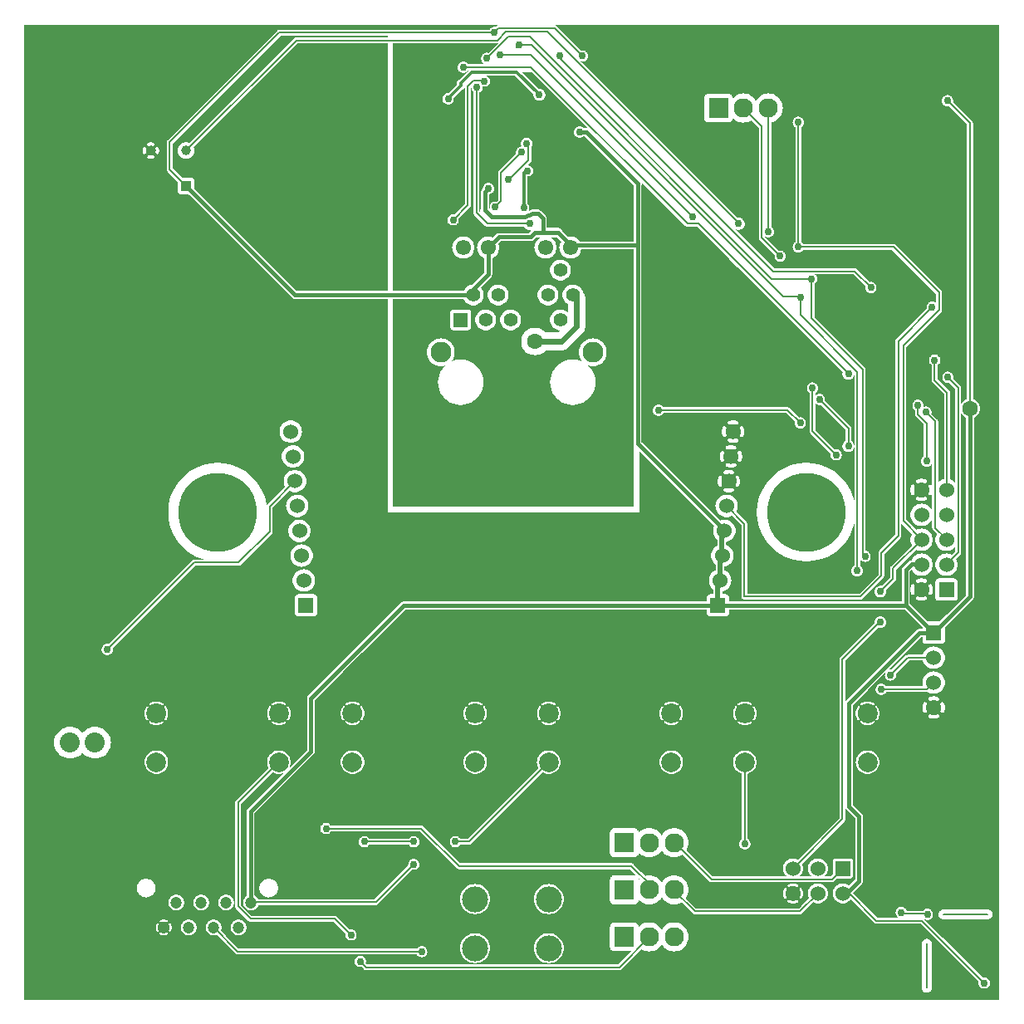
<source format=gbl>
G04 This is an RS-274x file exported by *
G04 gerbv version 2.6A *
G04 More information is available about gerbv at *
G04 http://gerbv.geda-project.org/ *
G04 --End of header info--*
%MOIN*%
%FSLAX34Y34*%
%IPPOS*%
G04 --Define apertures--*
%ADD10C,0.0079*%
%ADD11C,0.0157*%
%ADD12C,0.0236*%
%ADD13C,0.0118*%
%ADD14C,0.0139*%
%ADD15C,0.0197*%
%ADD16C,0.0001*%
%ADD17C,0.0787*%
%ADD18C,0.0800*%
%ADD19C,0.0600*%
%ADD20C,0.0770*%
%ADD21C,0.1043*%
%ADD22C,0.0472*%
%ADD23C,0.0394*%
%ADD24C,0.0560*%
%ADD25C,0.0610*%
%ADD26C,0.0830*%
%ADD27C,0.3150*%
%ADD28C,0.0295*%
%ADD29C,0.0630*%
%ADD30C,0.1575*%
%ADD31C,0.0138*%
%ADD32C,0.0315*%
%ADD33C,0.0276*%
%ADD34C,0.0728*%
%ADD35C,0.0354*%
%ADD36C,0.0591*%
%ADD37C,0.0217*%
%ADD38C,0.1280*%
G04 --Start main section--*
G54D10*
G01X0020413Y0038760D02*
G01X0030118Y0029055D01*
G01X0030177Y0029350D02*
G01X0021575Y0037953D01*
G54D11*
G01X0022657Y0034941D02*
G01X0024724Y0032874D01*
G01X0020512Y0031673D02*
G01X0020728Y0031673D01*
G01X0020728Y0031673D02*
G01X0020925Y0031476D01*
G01X0020925Y0031476D02*
G01X0020925Y0030925D01*
G54D10*
G01X0020472Y0038425D02*
G01X0030571Y0028327D01*
G01X0029722Y0030691D02*
G01X0030453Y0029961D01*
G01X0026929Y0031555D02*
G01X0020453Y0038031D01*
G01X0020453Y0037539D02*
G01X0026732Y0031260D01*
G01X0021102Y0038957D02*
G01X0028799Y0031260D01*
G01X0021398Y0039114D02*
G01X0022520Y0037992D01*
G54D11*
G01X0020610Y0030906D02*
G01X0021535Y0030906D01*
G01X0021535Y0030906D02*
G01X0022028Y0030413D01*
G01X0022402Y0034941D02*
G01X0022657Y0034941D01*
G54D12*
G01X0020610Y0026535D02*
G01X0021673Y0026535D01*
G01X0021673Y0026535D02*
G01X0022283Y0027146D01*
G01X0022283Y0027146D02*
G01X0022283Y0028248D01*
G01X0022283Y0028248D02*
G01X0022146Y0028386D01*
G54D11*
G01X0020433Y0030728D02*
G01X0020610Y0030906D01*
G54D10*
G01X0030118Y0029055D02*
G01X0031713Y0029055D01*
G01X0026732Y0031260D02*
G01X0027165Y0031260D01*
G54D11*
G01X0024724Y0032874D02*
G01X0024724Y0030394D01*
G01X0024724Y0030394D02*
G01X0022047Y0030394D01*
G54D10*
G01X0029976Y0035906D02*
G01X0029980Y0035902D01*
G01X0029980Y0035902D02*
G01X0029980Y0030945D01*
G01X0028976Y0035906D02*
G01X0029722Y0035159D01*
G01X0029722Y0035159D02*
G01X0029722Y0030691D01*
G01X0019016Y0031929D02*
G01X0019252Y0032165D01*
G01X0019252Y0033307D02*
G01X0019252Y0032165D01*
G54D13*
G01X0020157Y0031890D02*
G01X0020157Y0033307D01*
G54D10*
G01X0020354Y0033819D02*
G01X0019606Y0033071D01*
G01X0020354Y0034488D02*
G01X0020354Y0033819D01*
G01X0020079Y0034134D02*
G01X0019252Y0033307D01*
G01X0020157Y0033307D02*
G01X0020236Y0033386D01*
G01X0020236Y0033386D02*
G01X0020315Y0033386D01*
G54D11*
G01X0018732Y0030302D02*
G01X0019159Y0030728D01*
G54D10*
G01X0018701Y0031260D02*
G01X0018268Y0031693D01*
G54D11*
G01X0018602Y0031791D02*
G01X0018858Y0031535D01*
G01X0019159Y0030728D02*
G01X0020433Y0030728D01*
G54D10*
G01X0020354Y0031260D02*
G01X0018701Y0031260D01*
G54D11*
G01X0018858Y0031535D02*
G01X0020217Y0031535D01*
G01X0020217Y0031535D02*
G01X0020512Y0031673D01*
G01X0018732Y0030302D02*
G01X0018732Y0029224D01*
G54D10*
G01X0018268Y0036732D02*
G01X0018268Y0031693D01*
G54D11*
G01X0018740Y0032677D02*
G01X0018602Y0032539D01*
G01X0018602Y0032539D02*
G01X0018602Y0031791D01*
G01X0018732Y0029224D02*
G01X0018031Y0028524D01*
G54D10*
G01X0018583Y0037008D02*
G01X0018150Y0037008D01*
G54D14*
G01X0018071Y0037343D02*
G01X0019882Y0037343D01*
G54D10*
G01X0018150Y0037008D02*
G01X0017913Y0036772D01*
G54D14*
G01X0017638Y0036909D02*
G01X0018071Y0037343D01*
G01X0017638Y0036791D02*
G01X0017638Y0036909D01*
G54D10*
G01X0017736Y0037539D02*
G01X0020453Y0037539D01*
G54D14*
G01X0017146Y0036299D02*
G01X0017638Y0036791D01*
G54D10*
G01X0006606Y0034194D02*
G01X0011043Y0038622D01*
G01X0010354Y0038937D02*
G01X0005945Y0034528D01*
G01X0019114Y0038622D02*
G01X0011043Y0038622D01*
G01X0018976Y0038937D02*
G01X0010354Y0038937D01*
G54D11*
G01X0006606Y0032780D02*
G01X0010980Y0028406D01*
G54D10*
G01X0005945Y0033441D02*
G01X0006606Y0032780D01*
G01X0005945Y0034528D02*
G01X0005945Y0033441D01*
G54D11*
G01X0010980Y0028406D02*
G01X0018091Y0028406D01*
G54D10*
G01X0017913Y0036772D02*
G01X0017913Y0032008D01*
G01X0017913Y0032008D02*
G01X0017323Y0031417D01*
G54D14*
G01X0019882Y0037343D02*
G01X0020768Y0036457D01*
G54D10*
G01X0019961Y0038425D02*
G01X0019882Y0038346D01*
G01X0019547Y0038760D02*
G01X0020413Y0038760D01*
G01X0019961Y0038425D02*
G01X0020472Y0038425D01*
G01X0020453Y0038031D02*
G01X0019331Y0038031D01*
G01X0021102Y0038957D02*
G01X0019449Y0038957D01*
G01X0018681Y0037894D02*
G01X0019547Y0038760D01*
G01X0019449Y0038957D02*
G01X0019114Y0038622D01*
G01X0018976Y0038937D02*
G01X0019154Y0039114D01*
G01X0019154Y0039114D02*
G01X0021398Y0039114D01*
G54D15*
G01X0027953Y0015945D02*
G01X0027953Y0016854D01*
G54D11*
G01X0035512Y0015945D02*
G01X0015354Y0015945D01*
G54D10*
G01X0032953Y0013780D02*
G01X0034429Y0015256D01*
G54D13*
G01X0027953Y0016854D02*
G01X0028040Y0016941D01*
G54D15*
G01X0028040Y0016941D02*
G01X0028040Y0017863D01*
G54D13*
G01X0028040Y0017863D02*
G01X0028110Y0017933D01*
G54D15*
G01X0028110Y0017933D02*
G01X0028110Y0018819D01*
G54D13*
G01X0028110Y0018819D02*
G01X0028228Y0018937D01*
G54D11*
G01X0036043Y0014843D02*
G01X0033209Y0012008D01*
G54D10*
G01X0035575Y0013843D02*
G01X0034882Y0013150D01*
G01X0036614Y0013843D02*
G01X0035575Y0013843D01*
G01X0034980Y0017429D02*
G01X0034980Y0017008D01*
G01X0034980Y0017008D02*
G01X0034469Y0016496D01*
G01X0036614Y0012843D02*
G01X0036350Y0012579D01*
G01X0036350Y0012579D02*
G01X0034508Y0012579D01*
G01X0038642Y0000787D02*
G01X0036142Y0003287D01*
G01X0036142Y0003287D02*
G01X0034980Y0003287D01*
G01X0035315Y0003622D02*
G01X0035374Y0003563D01*
G01X0035374Y0003563D02*
G01X0036358Y0003563D01*
G54D11*
G01X0033622Y0004882D02*
G01X0033169Y0004429D01*
G54D10*
G01X0033169Y0004429D02*
G01X0034311Y0003287D01*
G01X0034311Y0003287D02*
G01X0035020Y0003287D01*
G01X0031969Y0004382D02*
G01X0031248Y0003661D01*
G01X0010981Y0020926D02*
G01X0009961Y0019905D01*
G01X0009961Y0019905D02*
G01X0009961Y0018898D01*
G01X0009961Y0018898D02*
G01X0008720Y0017657D01*
G01X0008720Y0017657D02*
G01X0006929Y0017657D01*
G01X0006929Y0017657D02*
G01X0003445Y0014173D01*
G54D11*
G01X0015354Y0015945D02*
G01X0011614Y0012205D01*
G54D10*
G01X0016043Y0006988D02*
G01X0012224Y0006988D01*
G01X0015748Y0006457D02*
G01X0014075Y0006457D01*
G01X0014094Y0006457D02*
G01X0013780Y0006457D01*
G54D11*
G01X0011614Y0012205D02*
G01X0011614Y0010079D01*
G54D10*
G01X0015748Y0005551D02*
G01X0014232Y0004035D01*
G01X0017421Y0006457D02*
G01X0017972Y0006457D01*
G01X0017972Y0006457D02*
G01X0021181Y0009665D01*
G01X0016043Y0006988D02*
G01X0017559Y0005472D01*
G01X0017559Y0005472D02*
G01X0024488Y0005472D01*
G01X0024488Y0005472D02*
G01X0025335Y0004626D01*
G01X0014232Y0004035D02*
G01X0009232Y0004035D01*
G01X0016063Y0002047D02*
G01X0008681Y0002047D01*
G01X0013602Y0001654D02*
G01X0013839Y0001417D01*
G01X0013839Y0001417D02*
G01X0023996Y0001417D01*
G01X0023996Y0001417D02*
G01X0025217Y0002638D01*
G01X0008681Y0002047D02*
G01X0007697Y0003031D01*
G01X0009193Y0003366D02*
G01X0008701Y0003858D01*
G01X0008701Y0003858D02*
G01X0008701Y0008031D01*
G01X0008701Y0008031D02*
G01X0010335Y0009665D01*
G54D11*
G01X0011614Y0010079D02*
G01X0009193Y0007657D01*
G01X0009193Y0007657D02*
G01X0009193Y0004035D01*
G54D10*
G01X0013228Y0002717D02*
G01X0012579Y0003366D01*
G01X0012579Y0003366D02*
G01X0009193Y0003366D01*
G54D11*
G01X0033209Y0012008D02*
G01X0033209Y0007874D01*
G54D10*
G01X0032953Y0007366D02*
G01X0032953Y0013780D01*
G54D11*
G01X0033209Y0007874D02*
G01X0033622Y0007461D01*
G01X0033622Y0007461D02*
G01X0033622Y0004882D01*
G54D10*
G01X0030969Y0005382D02*
G01X0032953Y0007366D01*
G01X0032969Y0005382D02*
G01X0032528Y0004941D01*
G01X0029035Y0006378D02*
G01X0029035Y0009587D01*
G01X0031248Y0003661D02*
G01X0027028Y0003661D01*
G01X0027028Y0003661D02*
G01X0026181Y0004508D01*
G01X0032520Y0004941D02*
G01X0027697Y0004941D01*
G01X0027697Y0004941D02*
G01X0026201Y0006437D01*
G01X0034094Y0028701D02*
G01X0033445Y0029350D01*
G01X0035197Y0026555D02*
G01X0036555Y0027913D01*
G01X0035394Y0026358D02*
G01X0036831Y0027795D01*
G01X0036831Y0027795D02*
G01X0036831Y0028504D01*
G01X0036831Y0028504D02*
G01X0035000Y0030335D01*
G01X0033445Y0029350D02*
G01X0030177Y0029350D01*
G01X0031181Y0030335D02*
G01X0035000Y0030335D01*
G01X0030571Y0028327D02*
G01X0031240Y0028327D01*
G01X0031260Y0028307D02*
G01X0031260Y0027598D01*
G01X0031260Y0027598D02*
G01X0033543Y0025315D01*
G01X0031713Y0029055D02*
G01X0031713Y0027461D01*
G01X0031713Y0027461D02*
G01X0033760Y0025413D01*
G01X0038071Y0023839D02*
G01X0038071Y0035295D01*
G01X0037185Y0025098D02*
G01X0037598Y0024685D01*
G01X0036654Y0025787D02*
G01X0036654Y0024980D01*
G01X0036654Y0024980D02*
G01X0037146Y0024488D01*
G01X0038071Y0035295D02*
G01X0037165Y0036201D01*
G01X0031181Y0030335D02*
G01X0031181Y0035335D01*
G01X0027165Y0031260D02*
G01X0033189Y0025236D01*
G54D11*
G01X0028228Y0018937D02*
G01X0024724Y0022441D01*
G01X0024724Y0022441D02*
G01X0024724Y0030394D01*
G54D10*
G01X0028302Y0019930D02*
G01X0029016Y0019215D01*
G01X0029016Y0019215D02*
G01X0029016Y0016299D01*
G01X0032028Y0024213D02*
G01X0033189Y0023051D01*
G01X0031260Y0023268D02*
G01X0030748Y0023780D01*
G01X0030748Y0023780D02*
G01X0025571Y0023780D01*
G01X0033189Y0023051D02*
G01X0033189Y0022343D01*
G01X0031752Y0024665D02*
G01X0031752Y0022933D01*
G01X0031752Y0022933D02*
G01X0032697Y0021988D01*
G54D11*
G01X0036614Y0014843D02*
G01X0035512Y0015945D01*
G01X0036614Y0014843D02*
G01X0036043Y0014843D01*
G01X0036614Y0014843D02*
G01X0038071Y0016299D01*
G54D10*
G01X0037598Y0018071D02*
G01X0037126Y0017598D01*
G54D13*
G01X0036126Y0017575D02*
G01X0036102Y0017598D01*
G54D11*
G01X0036102Y0017598D02*
G01X0035728Y0017598D01*
G01X0035728Y0017598D02*
G01X0035492Y0017362D01*
G01X0035492Y0017362D02*
G01X0035492Y0015945D01*
G54D10*
G01X0029016Y0016299D02*
G01X0033681Y0016299D01*
G01X0033681Y0016299D02*
G01X0034508Y0017126D01*
G01X0034508Y0017126D02*
G01X0034508Y0018051D01*
G01X0035394Y0019331D02*
G01X0036122Y0018602D01*
G01X0034508Y0018051D02*
G01X0035197Y0018740D01*
G01X0036126Y0018575D02*
G01X0034980Y0017429D01*
G54D11*
G01X0038071Y0016299D02*
G01X0038071Y0023839D01*
G54D10*
G01X0037598Y0024685D02*
G01X0037598Y0018071D01*
G01X0037146Y0024488D02*
G01X0037146Y0020571D01*
G01X0036299Y0023701D02*
G01X0036673Y0023327D01*
G01X0035984Y0023976D02*
G01X0035984Y0023602D01*
G01X0035984Y0023602D02*
G01X0036339Y0023248D01*
G01X0033760Y0025413D02*
G01X0033760Y0017953D01*
G01X0033543Y0025315D02*
G01X0033543Y0017343D01*
G01X0036673Y0023327D02*
G01X0036673Y0019055D01*
G01X0036673Y0019055D02*
G01X0037126Y0018602D01*
G01X0035197Y0026555D02*
G01X0035197Y0018740D01*
G01X0036339Y0023248D02*
G01X0036339Y0021732D01*
G01X0035394Y0019331D02*
G01X0035394Y0026358D01*
G54D16*
G36*
G01X0021348Y0027094D02*
G01X0021385Y0027063D01*
G01X0021442Y0027028D01*
G01X0021502Y0027003D01*
G01X0021566Y0026988D01*
G01X0021620Y0026983D01*
G01X0021526Y0026890D01*
G01X0021348Y0026890D01*
G01X0021348Y0027094D01*
G37*
G36*
G01X0021348Y0029990D02*
G01X0021391Y0030041D01*
G01X0021428Y0030100D01*
G01X0021454Y0030164D01*
G01X0021470Y0030232D01*
G01X0021475Y0030302D01*
G01X0021470Y0030371D01*
G01X0021454Y0030439D01*
G01X0021428Y0030503D01*
G01X0021391Y0030563D01*
G01X0021348Y0030613D01*
G01X0021348Y0030719D01*
G01X0021500Y0030719D01*
G01X0021666Y0030552D01*
G01X0021636Y0030503D01*
G01X0021609Y0030439D01*
G01X0021593Y0030371D01*
G01X0021588Y0030302D01*
G01X0021593Y0030232D01*
G01X0021609Y0030164D01*
G01X0021636Y0030100D01*
G01X0021672Y0030041D01*
G01X0021718Y0029987D01*
G01X0021771Y0029942D01*
G01X0021830Y0029906D01*
G01X0021894Y0029879D01*
G01X0021963Y0029863D01*
G01X0022032Y0029857D01*
G01X0022101Y0029863D01*
G01X0022169Y0029879D01*
G01X0022233Y0029906D01*
G01X0022293Y0029942D01*
G01X0022346Y0029987D01*
G01X0022391Y0030041D01*
G01X0022428Y0030100D01*
G01X0022454Y0030164D01*
G01X0022470Y0030232D01*
G01X0022471Y0030236D01*
G01X0024567Y0030236D01*
G01X0024567Y0022447D01*
G01X0024567Y0022441D01*
G01X0024569Y0022416D01*
G01X0024574Y0022392D01*
G01X0024583Y0022369D01*
G01X0024587Y0022365D01*
G01X0024587Y0019902D01*
G01X0021348Y0019902D01*
G01X0021348Y0024429D01*
G01X0021389Y0024362D01*
G01X0021483Y0024252D01*
G01X0021592Y0024159D01*
G01X0021715Y0024083D01*
G01X0021848Y0024028D01*
G01X0021988Y0023995D01*
G01X0022132Y0023983D01*
G01X0022276Y0023995D01*
G01X0022416Y0024028D01*
G01X0022549Y0024083D01*
G01X0022672Y0024159D01*
G01X0022781Y0024252D01*
G01X0022875Y0024362D01*
G01X0022950Y0024485D01*
G01X0023005Y0024618D01*
G01X0023039Y0024758D01*
G01X0023047Y0024902D01*
G01X0023039Y0025045D01*
G01X0023005Y0025185D01*
G01X0022950Y0025319D01*
G01X0022875Y0025441D01*
G01X0022781Y0025551D01*
G01X0022747Y0025580D01*
G01X0022761Y0025574D01*
G01X0022845Y0025554D01*
G01X0022932Y0025547D01*
G01X0023019Y0025554D01*
G01X0023103Y0025574D01*
G01X0023183Y0025607D01*
G01X0023258Y0025653D01*
G01X0023324Y0025709D01*
G01X0023380Y0025776D01*
G01X0023426Y0025850D01*
G01X0023459Y0025930D01*
G01X0023480Y0026015D01*
G01X0023485Y0026102D01*
G01X0023480Y0026188D01*
G01X0023459Y0026273D01*
G01X0023426Y0026353D01*
G01X0023380Y0026428D01*
G01X0023324Y0026494D01*
G01X0023258Y0026550D01*
G01X0023183Y0026596D01*
G01X0023103Y0026629D01*
G01X0023019Y0026649D01*
G01X0022932Y0026656D01*
G01X0022845Y0026649D01*
G01X0022761Y0026629D01*
G01X0022680Y0026596D01*
G01X0022606Y0026550D01*
G01X0022540Y0026494D01*
G01X0022483Y0026428D01*
G01X0022438Y0026353D01*
G01X0022405Y0026273D01*
G01X0022384Y0026188D01*
G01X0022378Y0026102D01*
G01X0022384Y0026015D01*
G01X0022405Y0025930D01*
G01X0022438Y0025850D01*
G01X0022483Y0025776D01*
G01X0022521Y0025731D01*
G01X0022416Y0025775D01*
G01X0022276Y0025808D01*
G01X0022132Y0025820D01*
G01X0021988Y0025808D01*
G01X0021848Y0025775D01*
G01X0021715Y0025720D01*
G01X0021592Y0025644D01*
G01X0021483Y0025551D01*
G01X0021389Y0025441D01*
G01X0021348Y0025374D01*
G01X0021348Y0026181D01*
G01X0021659Y0026181D01*
G01X0021673Y0026180D01*
G01X0021729Y0026184D01*
G01X0021783Y0026197D01*
G01X0021835Y0026219D01*
G01X0021882Y0026248D01*
G01X0021924Y0026284D01*
G01X0021933Y0026295D01*
G01X0022524Y0026885D01*
G01X0022535Y0026894D01*
G01X0022571Y0026937D01*
G01X0022571Y0026937D01*
G01X0022600Y0026984D01*
G01X0022622Y0027036D01*
G01X0022635Y0027090D01*
G01X0022639Y0027146D01*
G01X0022638Y0027159D01*
G01X0022638Y0028234D01*
G01X0022639Y0028248D01*
G01X0022635Y0028304D01*
G01X0022631Y0028317D01*
G01X0022622Y0028358D01*
G01X0022600Y0028409D01*
G01X0022571Y0028457D01*
G01X0022539Y0028494D01*
G01X0022530Y0028531D01*
G01X0022505Y0028592D01*
G01X0022471Y0028648D01*
G01X0022428Y0028698D01*
G01X0022378Y0028741D01*
G01X0022322Y0028775D01*
G01X0022261Y0028800D01*
G01X0022198Y0028815D01*
G01X0022132Y0028820D01*
G01X0022066Y0028815D01*
G01X0022002Y0028800D01*
G01X0021942Y0028775D01*
G01X0021885Y0028741D01*
G01X0021835Y0028698D01*
G01X0021793Y0028648D01*
G01X0021759Y0028592D01*
G01X0021733Y0028531D01*
G01X0021718Y0028467D01*
G01X0021713Y0028402D01*
G01X0021718Y0028336D01*
G01X0021733Y0028272D01*
G01X0021759Y0028211D01*
G01X0021793Y0028155D01*
G01X0021835Y0028105D01*
G01X0021885Y0028063D01*
G01X0021929Y0028036D01*
G01X0021929Y0027697D01*
G01X0021928Y0027698D01*
G01X0021878Y0027741D01*
G01X0021822Y0027775D01*
G01X0021761Y0027800D01*
G01X0021698Y0027815D01*
G01X0021632Y0027820D01*
G01X0021566Y0027815D01*
G01X0021502Y0027800D01*
G01X0021442Y0027775D01*
G01X0021385Y0027741D01*
G01X0021348Y0027709D01*
G01X0021348Y0028044D01*
G01X0021378Y0028063D01*
G01X0021428Y0028105D01*
G01X0021471Y0028155D01*
G01X0021505Y0028211D01*
G01X0021530Y0028272D01*
G01X0021546Y0028336D01*
G01X0021550Y0028402D01*
G01X0021546Y0028467D01*
G01X0021530Y0028531D01*
G01X0021505Y0028592D01*
G01X0021471Y0028648D01*
G01X0021428Y0028698D01*
G01X0021378Y0028741D01*
G01X0021348Y0028759D01*
G01X0021348Y0029094D01*
G01X0021385Y0029063D01*
G01X0021442Y0029028D01*
G01X0021502Y0029003D01*
G01X0021566Y0028988D01*
G01X0021632Y0028983D01*
G01X0021698Y0028988D01*
G01X0021761Y0029003D01*
G01X0021822Y0029028D01*
G01X0021878Y0029063D01*
G01X0021928Y0029105D01*
G01X0021971Y0029155D01*
G01X0022005Y0029211D01*
G01X0022030Y0029272D01*
G01X0022046Y0029336D01*
G01X0022050Y0029402D01*
G01X0022046Y0029467D01*
G01X0022030Y0029531D01*
G01X0022005Y0029592D01*
G01X0021971Y0029648D01*
G01X0021928Y0029698D01*
G01X0021878Y0029741D01*
G01X0021822Y0029775D01*
G01X0021761Y0029800D01*
G01X0021698Y0029815D01*
G01X0021632Y0029820D01*
G01X0021566Y0029815D01*
G01X0021502Y0029800D01*
G01X0021442Y0029775D01*
G01X0021385Y0029741D01*
G01X0021348Y0029709D01*
G01X0021348Y0029990D01*
G37*
G36*
G01X0021348Y0030613D02*
G01X0021346Y0030616D01*
G01X0021293Y0030661D01*
G01X0021233Y0030697D01*
G01X0021182Y0030719D01*
G01X0021348Y0030719D01*
G01X0021348Y0030613D01*
G37*
G36*
G01X0019631Y0030571D02*
G01X0020376Y0030571D01*
G01X0020381Y0030569D01*
G01X0020407Y0030563D01*
G01X0020433Y0030561D01*
G01X0020459Y0030563D01*
G01X0020485Y0030569D01*
G01X0020509Y0030579D01*
G01X0020532Y0030593D01*
G01X0020552Y0030610D01*
G01X0020660Y0030719D01*
G01X0020881Y0030719D01*
G01X0020830Y0030697D01*
G01X0020771Y0030661D01*
G01X0020718Y0030616D01*
G01X0020672Y0030563D01*
G01X0020636Y0030503D01*
G01X0020609Y0030439D01*
G01X0020593Y0030371D01*
G01X0020588Y0030302D01*
G01X0020593Y0030232D01*
G01X0020609Y0030164D01*
G01X0020636Y0030100D01*
G01X0020672Y0030041D01*
G01X0020718Y0029987D01*
G01X0020771Y0029942D01*
G01X0020830Y0029906D01*
G01X0020894Y0029879D01*
G01X0020963Y0029863D01*
G01X0021032Y0029857D01*
G01X0021101Y0029863D01*
G01X0021169Y0029879D01*
G01X0021233Y0029906D01*
G01X0021293Y0029942D01*
G01X0021346Y0029987D01*
G01X0021348Y0029990D01*
G01X0021348Y0029709D01*
G01X0021335Y0029698D01*
G01X0021293Y0029648D01*
G01X0021259Y0029592D01*
G01X0021233Y0029531D01*
G01X0021218Y0029467D01*
G01X0021213Y0029402D01*
G01X0021218Y0029336D01*
G01X0021233Y0029272D01*
G01X0021259Y0029211D01*
G01X0021293Y0029155D01*
G01X0021335Y0029105D01*
G01X0021348Y0029094D01*
G01X0021348Y0028759D01*
G01X0021322Y0028775D01*
G01X0021261Y0028800D01*
G01X0021198Y0028815D01*
G01X0021132Y0028820D01*
G01X0021066Y0028815D01*
G01X0021002Y0028800D01*
G01X0020942Y0028775D01*
G01X0020885Y0028741D01*
G01X0020835Y0028698D01*
G01X0020793Y0028648D01*
G01X0020759Y0028592D01*
G01X0020733Y0028531D01*
G01X0020718Y0028467D01*
G01X0020713Y0028402D01*
G01X0020718Y0028336D01*
G01X0020733Y0028272D01*
G01X0020759Y0028211D01*
G01X0020793Y0028155D01*
G01X0020835Y0028105D01*
G01X0020885Y0028063D01*
G01X0020942Y0028028D01*
G01X0021002Y0028003D01*
G01X0021066Y0027988D01*
G01X0021132Y0027983D01*
G01X0021198Y0027988D01*
G01X0021261Y0028003D01*
G01X0021322Y0028028D01*
G01X0021348Y0028044D01*
G01X0021348Y0027709D01*
G01X0021335Y0027698D01*
G01X0021293Y0027648D01*
G01X0021259Y0027592D01*
G01X0021233Y0027531D01*
G01X0021218Y0027467D01*
G01X0021213Y0027402D01*
G01X0021218Y0027336D01*
G01X0021233Y0027272D01*
G01X0021259Y0027211D01*
G01X0021293Y0027155D01*
G01X0021335Y0027105D01*
G01X0021348Y0027094D01*
G01X0021348Y0026890D01*
G01X0021032Y0026890D01*
G01X0021001Y0026926D01*
G01X0020935Y0026983D01*
G01X0020861Y0027028D01*
G01X0020781Y0027061D01*
G01X0020697Y0027081D01*
G01X0020610Y0027088D01*
G01X0020524Y0027081D01*
G01X0020439Y0027061D01*
G01X0020359Y0027028D01*
G01X0020285Y0026983D01*
G01X0020219Y0026926D01*
G01X0020163Y0026860D01*
G01X0020118Y0026787D01*
G01X0020084Y0026706D01*
G01X0020064Y0026622D01*
G01X0020057Y0026535D01*
G01X0020064Y0026449D01*
G01X0020084Y0026365D01*
G01X0020118Y0026284D01*
G01X0020163Y0026211D01*
G01X0020219Y0026144D01*
G01X0020285Y0026088D01*
G01X0020359Y0026043D01*
G01X0020439Y0026009D01*
G01X0020524Y0025989D01*
G01X0020610Y0025983D01*
G01X0020697Y0025989D01*
G01X0020781Y0026009D01*
G01X0020861Y0026043D01*
G01X0020935Y0026088D01*
G01X0021001Y0026144D01*
G01X0021032Y0026181D01*
G01X0021348Y0026181D01*
G01X0021348Y0025374D01*
G01X0021314Y0025319D01*
G01X0021259Y0025185D01*
G01X0021225Y0025045D01*
G01X0021214Y0024902D01*
G01X0021225Y0024758D01*
G01X0021259Y0024618D01*
G01X0021314Y0024485D01*
G01X0021348Y0024429D01*
G01X0021348Y0019902D01*
G01X0019631Y0019902D01*
G01X0019631Y0026983D01*
G01X0019632Y0026983D01*
G01X0019698Y0026988D01*
G01X0019761Y0027003D01*
G01X0019822Y0027028D01*
G01X0019878Y0027063D01*
G01X0019928Y0027105D01*
G01X0019971Y0027155D01*
G01X0020005Y0027211D01*
G01X0020030Y0027272D01*
G01X0020046Y0027336D01*
G01X0020050Y0027402D01*
G01X0020046Y0027467D01*
G01X0020030Y0027531D01*
G01X0020005Y0027592D01*
G01X0019971Y0027648D01*
G01X0019928Y0027698D01*
G01X0019878Y0027741D01*
G01X0019822Y0027775D01*
G01X0019761Y0027800D01*
G01X0019698Y0027815D01*
G01X0019632Y0027820D01*
G01X0019631Y0027820D01*
G01X0019631Y0030571D01*
G37*
G36*
G01X0019131Y0030109D02*
G01X0019154Y0030164D01*
G01X0019170Y0030232D01*
G01X0019175Y0030302D01*
G01X0019170Y0030371D01*
G01X0019154Y0030439D01*
G01X0019136Y0030483D01*
G01X0019224Y0030571D01*
G01X0019631Y0030571D01*
G01X0019631Y0027820D01*
G01X0019566Y0027815D01*
G01X0019502Y0027800D01*
G01X0019442Y0027775D01*
G01X0019385Y0027741D01*
G01X0019335Y0027698D01*
G01X0019293Y0027648D01*
G01X0019259Y0027592D01*
G01X0019233Y0027531D01*
G01X0019218Y0027467D01*
G01X0019213Y0027402D01*
G01X0019218Y0027336D01*
G01X0019233Y0027272D01*
G01X0019259Y0027211D01*
G01X0019293Y0027155D01*
G01X0019335Y0027105D01*
G01X0019385Y0027063D01*
G01X0019442Y0027028D01*
G01X0019502Y0027003D01*
G01X0019566Y0026988D01*
G01X0019631Y0026983D01*
G01X0019631Y0019902D01*
G01X0019131Y0019902D01*
G01X0019131Y0027983D01*
G01X0019132Y0027983D01*
G01X0019198Y0027988D01*
G01X0019261Y0028003D01*
G01X0019322Y0028028D01*
G01X0019378Y0028063D01*
G01X0019428Y0028105D01*
G01X0019471Y0028155D01*
G01X0019505Y0028211D01*
G01X0019530Y0028272D01*
G01X0019546Y0028336D01*
G01X0019550Y0028402D01*
G01X0019546Y0028467D01*
G01X0019530Y0028531D01*
G01X0019505Y0028592D01*
G01X0019471Y0028648D01*
G01X0019428Y0028698D01*
G01X0019378Y0028741D01*
G01X0019322Y0028775D01*
G01X0019261Y0028800D01*
G01X0019198Y0028815D01*
G01X0019132Y0028820D01*
G01X0019131Y0028820D01*
G01X0019131Y0030109D01*
G37*
G36*
G01X0018839Y0029108D02*
G01X0018844Y0029112D01*
G01X0018860Y0029131D01*
G01X0018860Y0029131D01*
G01X0018873Y0029152D01*
G01X0018882Y0029175D01*
G01X0018888Y0029199D01*
G01X0018890Y0029224D01*
G01X0018889Y0029230D01*
G01X0018889Y0029887D01*
G01X0018933Y0029906D01*
G01X0018993Y0029942D01*
G01X0019046Y0029987D01*
G01X0019091Y0030041D01*
G01X0019128Y0030100D01*
G01X0019131Y0030109D01*
G01X0019131Y0028820D01*
G01X0019066Y0028815D01*
G01X0019002Y0028800D01*
G01X0018942Y0028775D01*
G01X0018885Y0028741D01*
G01X0018835Y0028698D01*
G01X0018793Y0028648D01*
G01X0018759Y0028592D01*
G01X0018733Y0028531D01*
G01X0018718Y0028467D01*
G01X0018713Y0028402D01*
G01X0018718Y0028336D01*
G01X0018733Y0028272D01*
G01X0018759Y0028211D01*
G01X0018793Y0028155D01*
G01X0018835Y0028105D01*
G01X0018885Y0028063D01*
G01X0018942Y0028028D01*
G01X0019002Y0028003D01*
G01X0019066Y0027988D01*
G01X0019131Y0027983D01*
G01X0019131Y0019902D01*
G01X0018631Y0019902D01*
G01X0018631Y0026983D01*
G01X0018632Y0026983D01*
G01X0018698Y0026988D01*
G01X0018761Y0027003D01*
G01X0018822Y0027028D01*
G01X0018878Y0027063D01*
G01X0018928Y0027105D01*
G01X0018971Y0027155D01*
G01X0019005Y0027211D01*
G01X0019030Y0027272D01*
G01X0019046Y0027336D01*
G01X0019050Y0027402D01*
G01X0019046Y0027467D01*
G01X0019030Y0027531D01*
G01X0019005Y0027592D01*
G01X0018971Y0027648D01*
G01X0018928Y0027698D01*
G01X0018878Y0027741D01*
G01X0018822Y0027775D01*
G01X0018761Y0027800D01*
G01X0018698Y0027815D01*
G01X0018632Y0027820D01*
G01X0018631Y0027820D01*
G01X0018631Y0028901D01*
G01X0018839Y0029108D01*
G37*
G36*
G01X0018631Y0019902D02*
G01X0017632Y0019902D01*
G01X0017632Y0023983D01*
G01X0017776Y0023995D01*
G01X0017916Y0024028D01*
G01X0018049Y0024083D01*
G01X0018172Y0024159D01*
G01X0018281Y0024252D01*
G01X0018375Y0024362D01*
G01X0018450Y0024485D01*
G01X0018505Y0024618D01*
G01X0018539Y0024758D01*
G01X0018547Y0024902D01*
G01X0018539Y0025045D01*
G01X0018505Y0025185D01*
G01X0018450Y0025319D01*
G01X0018375Y0025441D01*
G01X0018281Y0025551D01*
G01X0018172Y0025644D01*
G01X0018049Y0025720D01*
G01X0017916Y0025775D01*
G01X0017776Y0025808D01*
G01X0017632Y0025820D01*
G01X0017632Y0026984D01*
G01X0017933Y0026985D01*
G01X0017955Y0026990D01*
G01X0017975Y0026998D01*
G01X0017993Y0027010D01*
G01X0018009Y0027024D01*
G01X0018024Y0027040D01*
G01X0018035Y0027059D01*
G01X0018043Y0027079D01*
G01X0018048Y0027100D01*
G01X0018050Y0027122D01*
G01X0018048Y0027703D01*
G01X0018043Y0027724D01*
G01X0018035Y0027744D01*
G01X0018024Y0027763D01*
G01X0018009Y0027779D01*
G01X0017993Y0027793D01*
G01X0017975Y0027805D01*
G01X0017955Y0027813D01*
G01X0017933Y0027818D01*
G01X0017912Y0027819D01*
G01X0017632Y0027819D01*
G01X0017632Y0028248D01*
G01X0017743Y0028248D01*
G01X0017759Y0028211D01*
G01X0017793Y0028155D01*
G01X0017835Y0028105D01*
G01X0017885Y0028063D01*
G01X0017942Y0028028D01*
G01X0018002Y0028003D01*
G01X0018066Y0027988D01*
G01X0018132Y0027983D01*
G01X0018198Y0027988D01*
G01X0018261Y0028003D01*
G01X0018322Y0028028D01*
G01X0018378Y0028063D01*
G01X0018428Y0028105D01*
G01X0018471Y0028155D01*
G01X0018505Y0028211D01*
G01X0018530Y0028272D01*
G01X0018546Y0028336D01*
G01X0018550Y0028402D01*
G01X0018546Y0028467D01*
G01X0018530Y0028531D01*
G01X0018505Y0028592D01*
G01X0018471Y0028648D01*
G01X0018428Y0028698D01*
G01X0018631Y0028901D01*
G01X0018631Y0027820D01*
G01X0018566Y0027815D01*
G01X0018502Y0027800D01*
G01X0018442Y0027775D01*
G01X0018385Y0027741D01*
G01X0018335Y0027698D01*
G01X0018293Y0027648D01*
G01X0018259Y0027592D01*
G01X0018233Y0027531D01*
G01X0018218Y0027467D01*
G01X0018213Y0027402D01*
G01X0018218Y0027336D01*
G01X0018233Y0027272D01*
G01X0018259Y0027211D01*
G01X0018293Y0027155D01*
G01X0018335Y0027105D01*
G01X0018385Y0027063D01*
G01X0018442Y0027028D01*
G01X0018502Y0027003D01*
G01X0018566Y0026988D01*
G01X0018631Y0026983D01*
G01X0018631Y0019902D01*
G37*
G36*
G01X0017632Y0019902D02*
G01X0014921Y0019902D01*
G01X0014921Y0028248D01*
G01X0017632Y0028248D01*
G01X0017632Y0027819D01*
G01X0017330Y0027818D01*
G01X0017309Y0027813D01*
G01X0017289Y0027805D01*
G01X0017270Y0027793D01*
G01X0017254Y0027779D01*
G01X0017240Y0027763D01*
G01X0017229Y0027744D01*
G01X0017220Y0027724D01*
G01X0017215Y0027703D01*
G01X0017214Y0027681D01*
G01X0017215Y0027100D01*
G01X0017220Y0027079D01*
G01X0017229Y0027059D01*
G01X0017240Y0027040D01*
G01X0017254Y0027024D01*
G01X0017270Y0027010D01*
G01X0017289Y0026998D01*
G01X0017309Y0026990D01*
G01X0017330Y0026985D01*
G01X0017352Y0026984D01*
G01X0017632Y0026984D01*
G01X0017632Y0025820D01*
G01X0017488Y0025808D01*
G01X0017348Y0025775D01*
G01X0017243Y0025731D01*
G01X0017280Y0025776D01*
G01X0017326Y0025850D01*
G01X0017359Y0025930D01*
G01X0017380Y0026015D01*
G01X0017385Y0026102D01*
G01X0017380Y0026188D01*
G01X0017359Y0026273D01*
G01X0017326Y0026353D01*
G01X0017280Y0026428D01*
G01X0017224Y0026494D01*
G01X0017158Y0026550D01*
G01X0017083Y0026596D01*
G01X0017003Y0026629D01*
G01X0016919Y0026649D01*
G01X0016832Y0026656D01*
G01X0016745Y0026649D01*
G01X0016661Y0026629D01*
G01X0016580Y0026596D01*
G01X0016506Y0026550D01*
G01X0016440Y0026494D01*
G01X0016383Y0026428D01*
G01X0016338Y0026353D01*
G01X0016305Y0026273D01*
G01X0016284Y0026188D01*
G01X0016278Y0026102D01*
G01X0016284Y0026015D01*
G01X0016305Y0025930D01*
G01X0016338Y0025850D01*
G01X0016383Y0025776D01*
G01X0016440Y0025709D01*
G01X0016506Y0025653D01*
G01X0016580Y0025607D01*
G01X0016661Y0025574D01*
G01X0016745Y0025554D01*
G01X0016832Y0025547D01*
G01X0016919Y0025554D01*
G01X0017003Y0025574D01*
G01X0017017Y0025580D01*
G01X0016983Y0025551D01*
G01X0016889Y0025441D01*
G01X0016814Y0025319D01*
G01X0016759Y0025185D01*
G01X0016725Y0025045D01*
G01X0016714Y0024902D01*
G01X0016725Y0024758D01*
G01X0016759Y0024618D01*
G01X0016814Y0024485D01*
G01X0016889Y0024362D01*
G01X0016983Y0024252D01*
G01X0017092Y0024159D01*
G01X0017215Y0024083D01*
G01X0017348Y0024028D01*
G01X0017488Y0023995D01*
G01X0017632Y0023983D01*
G01X0017632Y0019902D01*
G37*
G36*
G01X0019859Y0034081D02*
G01X0019172Y0033394D01*
G01X0019168Y0033391D01*
G01X0019156Y0033377D01*
G01X0019146Y0033361D01*
G01X0019139Y0033344D01*
G01X0019135Y0033326D01*
G01X0019135Y0033326D01*
G01X0019133Y0033307D01*
G01X0019134Y0033302D01*
G01X0019134Y0032214D01*
G01X0019069Y0032149D01*
G01X0019051Y0032154D01*
G01X0019016Y0032156D01*
G01X0018980Y0032154D01*
G01X0018946Y0032145D01*
G01X0018913Y0032131D01*
G01X0018882Y0032113D01*
G01X0018855Y0032090D01*
G01X0018832Y0032063D01*
G01X0018813Y0032032D01*
G01X0018800Y0031999D01*
G01X0018791Y0031965D01*
G01X0018789Y0031929D01*
G01X0018791Y0031894D01*
G01X0018796Y0031876D01*
G01X0018760Y0031912D01*
G01X0018760Y0032452D01*
G01X0018776Y0032453D01*
G01X0018810Y0032461D01*
G01X0018843Y0032475D01*
G01X0018874Y0032493D01*
G01X0018901Y0032517D01*
G01X0018924Y0032544D01*
G01X0018943Y0032574D01*
G01X0018956Y0032607D01*
G01X0018965Y0032642D01*
G01X0018967Y0032677D01*
G01X0018965Y0032713D01*
G01X0018956Y0032747D01*
G01X0018943Y0032780D01*
G01X0018924Y0032811D01*
G01X0018901Y0032838D01*
G01X0018874Y0032861D01*
G01X0018843Y0032880D01*
G01X0018810Y0032893D01*
G01X0018776Y0032902D01*
G01X0018740Y0032904D01*
G01X0018705Y0032902D01*
G01X0018670Y0032893D01*
G01X0018637Y0032880D01*
G01X0018607Y0032861D01*
G01X0018580Y0032838D01*
G01X0018556Y0032811D01*
G01X0018538Y0032780D01*
G01X0018524Y0032747D01*
G01X0018516Y0032713D01*
G01X0018513Y0032677D01*
G01X0018513Y0032673D01*
G01X0018495Y0032655D01*
G01X0018491Y0032651D01*
G01X0018474Y0032632D01*
G01X0018461Y0032611D01*
G01X0018452Y0032588D01*
G01X0018446Y0032564D01*
G01X0018446Y0032564D01*
G01X0018444Y0032539D01*
G01X0018445Y0032533D01*
G01X0018445Y0031910D01*
G01X0018443Y0031907D01*
G01X0018426Y0031881D01*
G01X0018415Y0031852D01*
G01X0018407Y0031822D01*
G01X0018405Y0031791D01*
G01X0018407Y0031761D01*
G01X0018415Y0031730D01*
G01X0018426Y0031702D01*
G01X0018427Y0031700D01*
G01X0018386Y0031742D01*
G01X0018386Y0036528D01*
G01X0018391Y0036530D01*
G01X0018421Y0036548D01*
G01X0018448Y0036572D01*
G01X0018471Y0036599D01*
G01X0018490Y0036629D01*
G01X0018504Y0036662D01*
G01X0018512Y0036697D01*
G01X0018514Y0036732D01*
G01X0018512Y0036768D01*
G01X0018510Y0036773D01*
G01X0018513Y0036772D01*
G01X0018547Y0036764D01*
G01X0018583Y0036761D01*
G01X0018618Y0036764D01*
G01X0018653Y0036772D01*
G01X0018686Y0036786D01*
G01X0018716Y0036804D01*
G01X0018743Y0036828D01*
G01X0018767Y0036855D01*
G01X0018785Y0036885D01*
G01X0018799Y0036918D01*
G01X0018807Y0036953D01*
G01X0018809Y0036988D01*
G01X0018807Y0037024D01*
G01X0018799Y0037058D01*
G01X0018785Y0037091D01*
G01X0018767Y0037122D01*
G01X0018743Y0037149D01*
G01X0018716Y0037172D01*
G01X0018686Y0037191D01*
G01X0018676Y0037194D01*
G01X0019820Y0037194D01*
G01X0020551Y0036464D01*
G01X0020548Y0036437D01*
G01X0020552Y0036400D01*
G01X0020560Y0036363D01*
G01X0020574Y0036328D01*
G01X0020594Y0036296D01*
G01X0020619Y0036268D01*
G01X0020647Y0036244D01*
G01X0020679Y0036224D01*
G01X0020713Y0036210D01*
G01X0020750Y0036201D01*
G01X0020787Y0036198D01*
G01X0020825Y0036201D01*
G01X0020861Y0036210D01*
G01X0020896Y0036224D01*
G01X0020928Y0036244D01*
G01X0020956Y0036268D01*
G01X0020981Y0036296D01*
G01X0021000Y0036328D01*
G01X0021015Y0036363D01*
G01X0021023Y0036400D01*
G01X0021026Y0036437D01*
G01X0021023Y0036474D01*
G01X0021015Y0036511D01*
G01X0021000Y0036546D01*
G01X0020981Y0036578D01*
G01X0020956Y0036606D01*
G01X0020928Y0036630D01*
G01X0020896Y0036650D01*
G01X0020861Y0036664D01*
G01X0020825Y0036673D01*
G01X0020787Y0036676D01*
G01X0020760Y0036674D01*
G01X0020111Y0037323D01*
G01X0020502Y0037323D01*
G01X0022736Y0035089D01*
G01X0022734Y0035091D01*
G01X0022709Y0035100D01*
G01X0022684Y0035107D01*
G01X0022657Y0035109D01*
G01X0022631Y0035107D01*
G01X0022606Y0035100D01*
G01X0022600Y0035098D01*
G01X0022565Y0035098D01*
G01X0022562Y0035102D01*
G01X0022535Y0035125D01*
G01X0022505Y0035143D01*
G01X0022472Y0035157D01*
G01X0022437Y0035165D01*
G01X0022402Y0035168D01*
G01X0022366Y0035165D01*
G01X0022331Y0035157D01*
G01X0022298Y0035143D01*
G01X0022268Y0035125D01*
G01X0022241Y0035102D01*
G01X0022218Y0035074D01*
G01X0022199Y0035044D01*
G01X0022185Y0035011D01*
G01X0022177Y0034976D01*
G01X0022174Y0034941D01*
G01X0022177Y0034906D01*
G01X0022185Y0034871D01*
G01X0022199Y0034838D01*
G01X0022218Y0034807D01*
G01X0022241Y0034780D01*
G01X0022268Y0034757D01*
G01X0022298Y0034739D01*
G01X0022331Y0034725D01*
G01X0022366Y0034717D01*
G01X0022402Y0034714D01*
G01X0022437Y0034717D01*
G01X0022472Y0034725D01*
G01X0022505Y0034739D01*
G01X0022535Y0034757D01*
G01X0022562Y0034780D01*
G01X0022565Y0034783D01*
G01X0022578Y0034783D01*
G01X0024567Y0032795D01*
G01X0024567Y0030551D01*
G01X0022398Y0030551D01*
G01X0022391Y0030563D01*
G01X0022346Y0030616D01*
G01X0022293Y0030661D01*
G01X0022233Y0030697D01*
G01X0022169Y0030724D01*
G01X0022101Y0030740D01*
G01X0022032Y0030746D01*
G01X0021963Y0030740D01*
G01X0021931Y0030733D01*
G01X0021718Y0030946D01*
G01X0021714Y0030963D01*
G01X0021703Y0030991D01*
G01X0021687Y0031016D01*
G01X0021668Y0031038D01*
G01X0021646Y0031057D01*
G01X0021620Y0031073D01*
G01X0021593Y0031084D01*
G01X0021565Y0031091D01*
G01X0021535Y0031093D01*
G01X0021083Y0031093D01*
G01X0021083Y0031470D01*
G01X0021083Y0031476D01*
G01X0021081Y0031501D01*
G01X0021081Y0031501D01*
G01X0021076Y0031525D01*
G01X0021066Y0031548D01*
G01X0021053Y0031569D01*
G01X0021037Y0031588D01*
G01X0021032Y0031592D01*
G01X0020844Y0031780D01*
G01X0020840Y0031785D01*
G01X0020821Y0031801D01*
G01X0020800Y0031814D01*
G01X0020777Y0031824D01*
G01X0020753Y0031829D01*
G01X0020753Y0031829D01*
G01X0020728Y0031831D01*
G01X0020722Y0031831D01*
G01X0020521Y0031831D01*
G01X0020517Y0031831D01*
G01X0020493Y0031830D01*
G01X0020489Y0031830D01*
G01X0020487Y0031829D01*
G01X0020478Y0031827D01*
G01X0020468Y0031825D01*
G01X0020466Y0031824D01*
G01X0020463Y0031824D01*
G01X0020440Y0031814D01*
G01X0020437Y0031812D01*
G01X0020351Y0031772D01*
G01X0020360Y0031787D01*
G01X0020374Y0031820D01*
G01X0020382Y0031854D01*
G01X0020384Y0031890D01*
G01X0020382Y0031925D01*
G01X0020374Y0031960D01*
G01X0020360Y0031993D01*
G01X0020341Y0032023D01*
G01X0020318Y0032050D01*
G01X0020295Y0032070D01*
G01X0020295Y0033160D01*
G01X0020315Y0033159D01*
G01X0020350Y0033161D01*
G01X0020385Y0033170D01*
G01X0020418Y0033183D01*
G01X0020448Y0033202D01*
G01X0020476Y0033225D01*
G01X0020499Y0033252D01*
G01X0020517Y0033283D01*
G01X0020531Y0033316D01*
G01X0020539Y0033350D01*
G01X0020541Y0033386D01*
G01X0020539Y0033421D01*
G01X0020531Y0033456D01*
G01X0020517Y0033489D01*
G01X0020499Y0033519D01*
G01X0020476Y0033546D01*
G01X0020448Y0033570D01*
G01X0020418Y0033588D01*
G01X0020385Y0033602D01*
G01X0020350Y0033610D01*
G01X0020315Y0033613D01*
G01X0020435Y0033732D01*
G01X0020438Y0033735D01*
G01X0020450Y0033749D01*
G01X0020450Y0033749D01*
G01X0020460Y0033765D01*
G01X0020467Y0033782D01*
G01X0020471Y0033800D01*
G01X0020473Y0033819D01*
G01X0020472Y0033824D01*
G01X0020472Y0034376D01*
G01X0020478Y0034385D01*
G01X0020492Y0034418D01*
G01X0020500Y0034453D01*
G01X0020502Y0034488D01*
G01X0020500Y0034524D01*
G01X0020492Y0034558D01*
G01X0020478Y0034591D01*
G01X0020459Y0034622D01*
G01X0020436Y0034649D01*
G01X0020409Y0034672D01*
G01X0020379Y0034691D01*
G01X0020346Y0034704D01*
G01X0020311Y0034713D01*
G01X0020276Y0034715D01*
G01X0020240Y0034713D01*
G01X0020206Y0034704D01*
G01X0020172Y0034691D01*
G01X0020142Y0034672D01*
G01X0020115Y0034649D01*
G01X0020092Y0034622D01*
G01X0020073Y0034591D01*
G01X0020059Y0034558D01*
G01X0020051Y0034524D01*
G01X0020048Y0034488D01*
G01X0020051Y0034453D01*
G01X0020059Y0034418D01*
G01X0020073Y0034385D01*
G01X0020089Y0034360D01*
G01X0020079Y0034361D01*
G01X0020043Y0034358D01*
G01X0020009Y0034350D01*
G01X0019976Y0034336D01*
G01X0019945Y0034318D01*
G01X0019918Y0034294D01*
G01X0019895Y0034267D01*
G01X0019876Y0034237D01*
G01X0019863Y0034204D01*
G01X0019854Y0034169D01*
G01X0019852Y0034134D01*
G01X0019854Y0034098D01*
G01X0019859Y0034081D01*
G37*
G36*
G01X0025295Y0039252D02*
G01X0025295Y0035236D01*
G01X0024990Y0035236D01*
G01X0022450Y0037776D01*
G01X0022484Y0037768D01*
G01X0022520Y0037765D01*
G01X0022555Y0037768D01*
G01X0022590Y0037776D01*
G01X0022623Y0037790D01*
G01X0022653Y0037808D01*
G01X0022680Y0037831D01*
G01X0022704Y0037859D01*
G01X0022722Y0037889D01*
G01X0022736Y0037922D01*
G01X0022744Y0037957D01*
G01X0022746Y0037992D01*
G01X0022744Y0038028D01*
G01X0022736Y0038062D01*
G01X0022722Y0038095D01*
G01X0022704Y0038126D01*
G01X0022680Y0038153D01*
G01X0022653Y0038176D01*
G01X0022623Y0038194D01*
G01X0022590Y0038208D01*
G01X0022555Y0038217D01*
G01X0022520Y0038219D01*
G01X0022484Y0038217D01*
G01X0022467Y0038212D01*
G01X0021484Y0039194D01*
G01X0021481Y0039198D01*
G01X0021467Y0039210D01*
G01X0021452Y0039220D01*
G01X0021434Y0039227D01*
G01X0021420Y0039230D01*
G01X0021416Y0039231D01*
G01X0021398Y0039233D01*
G01X0021393Y0039232D01*
G01X0020807Y0039232D01*
G01X0020807Y0039252D01*
G01X0025295Y0039252D01*
G37*
G36*
G01X0021280Y0039252D02*
G01X0021280Y0039232D01*
G01X0019158Y0039232D01*
G01X0019154Y0039233D01*
G01X0019135Y0039231D01*
G01X0019117Y0039227D01*
G01X0019100Y0039220D01*
G01X0019084Y0039210D01*
G01X0019084Y0039210D01*
G01X0019070Y0039198D01*
G01X0019067Y0039194D01*
G01X0019030Y0039157D01*
G01X0019012Y0039161D01*
G01X0018976Y0039164D01*
G01X0018941Y0039161D01*
G01X0018906Y0039153D01*
G01X0018873Y0039139D01*
G01X0018843Y0039121D01*
G01X0018816Y0039098D01*
G01X0018793Y0039070D01*
G01X0018783Y0039055D01*
G01X0014331Y0039055D01*
G01X0014331Y0039252D01*
G01X0021280Y0039252D01*
G37*
G36*
G01X0017731Y0036663D02*
G01X0017750Y0036679D01*
G01X0017766Y0036698D01*
G01X0017779Y0036719D01*
G01X0017789Y0036743D01*
G01X0017789Y0036743D01*
G01X0017791Y0036732D01*
G01X0017795Y0036722D01*
G01X0017795Y0032057D01*
G01X0017731Y0031993D01*
G01X0017731Y0036663D01*
G37*
G36*
G01X0017731Y0037313D02*
G01X0017736Y0037312D01*
G01X0017772Y0037315D01*
G01X0017806Y0037323D01*
G01X0017839Y0037337D01*
G01X0017870Y0037356D01*
G01X0017897Y0037379D01*
G01X0017920Y0037406D01*
G01X0017930Y0037421D01*
G01X0017940Y0037421D01*
G01X0017731Y0037212D01*
G01X0017731Y0037313D01*
G37*
G36*
G01X0017731Y0038504D02*
G01X0019109Y0038504D01*
G01X0019114Y0038504D01*
G01X0019125Y0038504D01*
G01X0018742Y0038122D01*
G01X0018718Y0038128D01*
G01X0018681Y0038131D01*
G01X0018644Y0038128D01*
G01X0018608Y0038119D01*
G01X0018574Y0038105D01*
G01X0018542Y0038085D01*
G01X0018513Y0038061D01*
G01X0018489Y0038033D01*
G01X0018470Y0038001D01*
G01X0018456Y0037967D01*
G01X0018447Y0037931D01*
G01X0018444Y0037894D01*
G01X0018447Y0037857D01*
G01X0018456Y0037820D01*
G01X0018470Y0037786D01*
G01X0018489Y0037754D01*
G01X0018513Y0037726D01*
G01X0018542Y0037702D01*
G01X0018574Y0037683D01*
G01X0018608Y0037669D01*
G01X0018644Y0037660D01*
G01X0018672Y0037657D01*
G01X0017930Y0037657D01*
G01X0017920Y0037673D01*
G01X0017897Y0037700D01*
G01X0017870Y0037723D01*
G01X0017839Y0037742D01*
G01X0017806Y0037756D01*
G01X0017772Y0037764D01*
G01X0017736Y0037767D01*
G01X0017731Y0037766D01*
G01X0017731Y0038504D01*
G37*
G36*
G01X0018631Y0031164D02*
G01X0018631Y0031164D01*
G01X0018647Y0031154D01*
G01X0018664Y0031147D01*
G01X0018682Y0031143D01*
G01X0018701Y0031141D01*
G01X0018706Y0031142D01*
G01X0020178Y0031142D01*
G01X0020194Y0031115D01*
G01X0020219Y0031085D01*
G01X0020249Y0031060D01*
G01X0020281Y0031040D01*
G01X0020317Y0031025D01*
G01X0020355Y0031016D01*
G01X0020394Y0031013D01*
G01X0020432Y0031016D01*
G01X0020465Y0031024D01*
G01X0020459Y0031016D01*
G01X0020443Y0030991D01*
G01X0020432Y0030964D01*
G01X0020354Y0030886D01*
G01X0019165Y0030886D01*
G01X0019159Y0030886D01*
G01X0019134Y0030884D01*
G01X0019110Y0030879D01*
G01X0019087Y0030869D01*
G01X0019066Y0030856D01*
G01X0019066Y0030856D01*
G01X0019047Y0030840D01*
G01X0019043Y0030835D01*
G01X0018913Y0030706D01*
G01X0018869Y0030724D01*
G01X0018801Y0030740D01*
G01X0018732Y0030746D01*
G01X0018663Y0030740D01*
G01X0018594Y0030724D01*
G01X0018530Y0030697D01*
G01X0018471Y0030661D01*
G01X0018418Y0030616D01*
G01X0018372Y0030563D01*
G01X0018336Y0030503D01*
G01X0018309Y0030439D01*
G01X0018293Y0030371D01*
G01X0018288Y0030302D01*
G01X0018293Y0030232D01*
G01X0018309Y0030164D01*
G01X0018336Y0030100D01*
G01X0018372Y0030041D01*
G01X0018418Y0029987D01*
G01X0018471Y0029942D01*
G01X0018530Y0029906D01*
G01X0018574Y0029887D01*
G01X0018574Y0029289D01*
G01X0018104Y0028819D01*
G01X0018066Y0028815D01*
G01X0018002Y0028800D01*
G01X0017942Y0028775D01*
G01X0017885Y0028741D01*
G01X0017835Y0028698D01*
G01X0017793Y0028648D01*
G01X0017759Y0028592D01*
G01X0017746Y0028563D01*
G01X0017731Y0028563D01*
G01X0017731Y0029857D01*
G01X0017732Y0029857D01*
G01X0017801Y0029863D01*
G01X0017869Y0029879D01*
G01X0017933Y0029906D01*
G01X0017993Y0029942D01*
G01X0018046Y0029987D01*
G01X0018091Y0030041D01*
G01X0018128Y0030100D01*
G01X0018154Y0030164D01*
G01X0018170Y0030232D01*
G01X0018175Y0030302D01*
G01X0018170Y0030371D01*
G01X0018154Y0030439D01*
G01X0018128Y0030503D01*
G01X0018091Y0030563D01*
G01X0018046Y0030616D01*
G01X0017993Y0030661D01*
G01X0017933Y0030697D01*
G01X0017869Y0030724D01*
G01X0017801Y0030740D01*
G01X0017732Y0030746D01*
G01X0017731Y0030746D01*
G01X0017731Y0031659D01*
G01X0017994Y0031921D01*
G01X0017997Y0031924D01*
G01X0018009Y0031938D01*
G01X0018009Y0031938D01*
G01X0018019Y0031954D01*
G01X0018026Y0031971D01*
G01X0018030Y0031989D01*
G01X0018032Y0032008D01*
G01X0018031Y0032013D01*
G01X0018031Y0036709D01*
G01X0018061Y0036738D01*
G01X0018060Y0036732D01*
G01X0018063Y0036697D01*
G01X0018071Y0036662D01*
G01X0018085Y0036629D01*
G01X0018104Y0036599D01*
G01X0018127Y0036572D01*
G01X0018150Y0036552D01*
G01X0018150Y0031698D01*
G01X0018149Y0031693D01*
G01X0018151Y0031674D01*
G01X0018155Y0031656D01*
G01X0018162Y0031639D01*
G01X0018172Y0031623D01*
G01X0018172Y0031623D01*
G01X0018184Y0031609D01*
G01X0018187Y0031606D01*
G01X0018614Y0031180D01*
G01X0018617Y0031176D01*
G01X0018631Y0031164D01*
G37*
G36*
G01X0017731Y0028563D02*
G01X0014921Y0028563D01*
G01X0014921Y0038504D01*
G01X0017731Y0038504D01*
G01X0017731Y0037766D01*
G01X0017701Y0037764D01*
G01X0017666Y0037756D01*
G01X0017633Y0037742D01*
G01X0017603Y0037723D01*
G01X0017576Y0037700D01*
G01X0017552Y0037673D01*
G01X0017534Y0037643D01*
G01X0017520Y0037609D01*
G01X0017512Y0037575D01*
G01X0017509Y0037539D01*
G01X0017512Y0037504D01*
G01X0017520Y0037469D01*
G01X0017534Y0037436D01*
G01X0017552Y0037406D01*
G01X0017576Y0037379D01*
G01X0017603Y0037356D01*
G01X0017633Y0037337D01*
G01X0017666Y0037323D01*
G01X0017701Y0037315D01*
G01X0017731Y0037313D01*
G01X0017731Y0037212D01*
G01X0017572Y0037053D01*
G01X0017566Y0037051D01*
G01X0017544Y0037038D01*
G01X0017526Y0037022D01*
G01X0017509Y0037003D01*
G01X0017496Y0036981D01*
G01X0017487Y0036958D01*
G01X0017481Y0036934D01*
G01X0017480Y0036909D01*
G01X0017480Y0036843D01*
G01X0017144Y0036507D01*
G01X0017126Y0036509D01*
G01X0017090Y0036506D01*
G01X0017055Y0036497D01*
G01X0017022Y0036483D01*
G01X0016991Y0036465D01*
G01X0016964Y0036441D01*
G01X0016941Y0036414D01*
G01X0016922Y0036383D01*
G01X0016908Y0036350D01*
G01X0016900Y0036315D01*
G01X0016897Y0036280D01*
G01X0016900Y0036244D01*
G01X0016908Y0036209D01*
G01X0016922Y0036176D01*
G01X0016941Y0036145D01*
G01X0016964Y0036118D01*
G01X0016991Y0036094D01*
G01X0017022Y0036076D01*
G01X0017055Y0036062D01*
G01X0017090Y0036053D01*
G01X0017126Y0036050D01*
G01X0017162Y0036053D01*
G01X0017197Y0036062D01*
G01X0017230Y0036076D01*
G01X0017261Y0036094D01*
G01X0017288Y0036118D01*
G01X0017311Y0036145D01*
G01X0017330Y0036176D01*
G01X0017344Y0036209D01*
G01X0017352Y0036244D01*
G01X0017354Y0036280D01*
G01X0017353Y0036297D01*
G01X0017704Y0036648D01*
G01X0017710Y0036650D01*
G01X0017731Y0036663D01*
G01X0017731Y0036663D01*
G01X0017731Y0031993D01*
G01X0017376Y0031637D01*
G01X0017358Y0031642D01*
G01X0017323Y0031644D01*
G01X0017287Y0031642D01*
G01X0017253Y0031633D01*
G01X0017220Y0031620D01*
G01X0017189Y0031601D01*
G01X0017162Y0031578D01*
G01X0017139Y0031551D01*
G01X0017120Y0031520D01*
G01X0017107Y0031487D01*
G01X0017098Y0031453D01*
G01X0017096Y0031417D01*
G01X0017098Y0031382D01*
G01X0017107Y0031347D01*
G01X0017120Y0031314D01*
G01X0017139Y0031284D01*
G01X0017162Y0031257D01*
G01X0017189Y0031233D01*
G01X0017220Y0031215D01*
G01X0017253Y0031201D01*
G01X0017287Y0031193D01*
G01X0017323Y0031190D01*
G01X0017358Y0031193D01*
G01X0017393Y0031201D01*
G01X0017426Y0031215D01*
G01X0017456Y0031233D01*
G01X0017483Y0031257D01*
G01X0017507Y0031284D01*
G01X0017525Y0031314D01*
G01X0017539Y0031347D01*
G01X0017547Y0031382D01*
G01X0017549Y0031417D01*
G01X0017547Y0031453D01*
G01X0017543Y0031470D01*
G01X0017731Y0031659D01*
G01X0017731Y0030746D01*
G01X0017663Y0030740D01*
G01X0017594Y0030724D01*
G01X0017530Y0030697D01*
G01X0017471Y0030661D01*
G01X0017418Y0030616D01*
G01X0017372Y0030563D01*
G01X0017336Y0030503D01*
G01X0017309Y0030439D01*
G01X0017293Y0030371D01*
G01X0017288Y0030302D01*
G01X0017293Y0030232D01*
G01X0017309Y0030164D01*
G01X0017336Y0030100D01*
G01X0017372Y0030041D01*
G01X0017418Y0029987D01*
G01X0017471Y0029942D01*
G01X0017530Y0029906D01*
G01X0017594Y0029879D01*
G01X0017663Y0029863D01*
G01X0017731Y0029857D01*
G01X0017731Y0028563D01*
G37*
G36*
G01X0037894Y0035306D02*
G01X0037953Y0035246D01*
G01X0037953Y0024215D01*
G01X0037949Y0024214D01*
G01X0037894Y0024191D01*
G01X0037894Y0035306D01*
G37*
G36*
G01X0037894Y0039252D02*
G01X0039252Y0039252D01*
G01X0039252Y0000118D01*
G01X0037894Y0000118D01*
G01X0037894Y0001369D01*
G01X0038422Y0000841D01*
G01X0038417Y0000823D01*
G01X0038415Y0000787D01*
G01X0038417Y0000752D01*
G01X0038426Y0000717D01*
G01X0038439Y0000684D01*
G01X0038458Y0000654D01*
G01X0038481Y0000627D01*
G01X0038508Y0000604D01*
G01X0038539Y0000585D01*
G01X0038572Y0000571D01*
G01X0038606Y0000563D01*
G01X0038642Y0000560D01*
G01X0038677Y0000563D01*
G01X0038712Y0000571D01*
G01X0038745Y0000585D01*
G01X0038775Y0000604D01*
G01X0038802Y0000627D01*
G01X0038826Y0000654D01*
G01X0038844Y0000684D01*
G01X0038858Y0000717D01*
G01X0038866Y0000752D01*
G01X0038868Y0000787D01*
G01X0038866Y0000823D01*
G01X0038858Y0000857D01*
G01X0038844Y0000891D01*
G01X0038826Y0000921D01*
G01X0038802Y0000948D01*
G01X0038775Y0000971D01*
G01X0038745Y0000990D01*
G01X0038712Y0001004D01*
G01X0038677Y0001012D01*
G01X0038642Y0001015D01*
G01X0038606Y0001012D01*
G01X0038589Y0001007D01*
G01X0037894Y0001702D01*
G01X0037894Y0003346D01*
G01X0038772Y0003346D01*
G01X0038780Y0003346D01*
G01X0038810Y0003348D01*
G01X0038810Y0003348D01*
G01X0038841Y0003356D01*
G01X0038869Y0003367D01*
G01X0038896Y0003383D01*
G01X0038919Y0003404D01*
G01X0038939Y0003427D01*
G01X0038956Y0003454D01*
G01X0038967Y0003482D01*
G01X0038974Y0003513D01*
G01X0038977Y0003543D01*
G01X0038974Y0003574D01*
G01X0038967Y0003604D01*
G01X0038956Y0003633D01*
G01X0038939Y0003659D01*
G01X0038919Y0003683D01*
G01X0038896Y0003703D01*
G01X0038869Y0003719D01*
G01X0038841Y0003731D01*
G01X0038810Y0003738D01*
G01X0038810Y0003738D01*
G01X0038780Y0003741D01*
G01X0038772Y0003740D01*
G01X0037894Y0003740D01*
G01X0037894Y0015899D01*
G01X0038178Y0016183D01*
G01X0038183Y0016187D01*
G01X0038199Y0016206D01*
G01X0038212Y0016228D01*
G01X0038221Y0016250D01*
G01X0038227Y0016274D01*
G01X0038229Y0016299D01*
G01X0038228Y0016306D01*
G01X0038228Y0023478D01*
G01X0038250Y0023487D01*
G01X0038303Y0023519D01*
G01X0038350Y0023559D01*
G01X0038391Y0023606D01*
G01X0038423Y0023659D01*
G01X0038446Y0023717D01*
G01X0038461Y0023777D01*
G01X0038465Y0023839D01*
G01X0038461Y0023900D01*
G01X0038446Y0023961D01*
G01X0038423Y0024018D01*
G01X0038391Y0024071D01*
G01X0038350Y0024118D01*
G01X0038303Y0024158D01*
G01X0038250Y0024191D01*
G01X0038193Y0024214D01*
G01X0038189Y0024215D01*
G01X0038189Y0035291D01*
G01X0038189Y0035295D01*
G01X0038188Y0035314D01*
G01X0038187Y0035318D01*
G01X0038183Y0035332D01*
G01X0038176Y0035349D01*
G01X0038167Y0035365D01*
G01X0038155Y0035379D01*
G01X0038151Y0035382D01*
G01X0037894Y0035639D01*
G01X0037894Y0039252D01*
G37*
G36*
G01X0037894Y0023486D02*
G01X0037913Y0023478D01*
G01X0037913Y0016365D01*
G01X0037894Y0016345D01*
G01X0037894Y0023486D01*
G37*
G36*
G01X0036976Y0012573D02*
G01X0036980Y0012577D01*
G01X0037017Y0012637D01*
G01X0037043Y0012703D01*
G01X0037060Y0012772D01*
G01X0037064Y0012843D01*
G01X0037060Y0012913D01*
G01X0037043Y0012982D01*
G01X0037017Y0013048D01*
G01X0036980Y0013108D01*
G01X0036976Y0013112D01*
G01X0036976Y0013573D01*
G01X0036980Y0013577D01*
G01X0037017Y0013637D01*
G01X0037043Y0013703D01*
G01X0037060Y0013772D01*
G01X0037064Y0013843D01*
G01X0037060Y0013913D01*
G01X0037043Y0013982D01*
G01X0037017Y0014048D01*
G01X0036980Y0014108D01*
G01X0036976Y0014112D01*
G01X0036976Y0014406D01*
G01X0036983Y0014408D01*
G01X0037003Y0014421D01*
G01X0037020Y0014436D01*
G01X0037036Y0014454D01*
G01X0037048Y0014474D01*
G01X0037057Y0014496D01*
G01X0037063Y0014519D01*
G01X0037064Y0014543D01*
G01X0037063Y0015069D01*
G01X0037894Y0015899D01*
G01X0037894Y0003740D01*
G01X0037016Y0003740D01*
G01X0037008Y0003741D01*
G01X0036977Y0003738D01*
G01X0036976Y0003738D01*
G01X0036976Y0011628D01*
G01X0036980Y0011628D01*
G01X0036991Y0011632D01*
G01X0037002Y0011638D01*
G01X0037011Y0011645D01*
G01X0037019Y0011653D01*
G01X0037026Y0011663D01*
G01X0037031Y0011673D01*
G01X0037046Y0011714D01*
G01X0037056Y0011756D01*
G01X0037063Y0011799D01*
G01X0037065Y0011843D01*
G01X0037063Y0011886D01*
G01X0037056Y0011929D01*
G01X0037046Y0011971D01*
G01X0037031Y0012012D01*
G01X0037026Y0012022D01*
G01X0037020Y0012032D01*
G01X0037011Y0012041D01*
G01X0037002Y0012048D01*
G01X0036991Y0012053D01*
G01X0036980Y0012057D01*
G01X0036976Y0012057D01*
G01X0036976Y0012573D01*
G37*
G36*
G01X0037894Y0001702D02*
G01X0036976Y0002621D01*
G01X0036976Y0003349D01*
G01X0036977Y0003348D01*
G01X0037008Y0003346D01*
G01X0037016Y0003346D01*
G01X0037894Y0003346D01*
G01X0037894Y0001702D01*
G37*
G36*
G01X0036976Y0014112D02*
G01X0036933Y0014162D01*
G01X0036880Y0014208D01*
G01X0036819Y0014245D01*
G01X0036754Y0014272D01*
G01X0036685Y0014288D01*
G01X0036614Y0014294D01*
G01X0036614Y0014393D01*
G01X0036938Y0014394D01*
G01X0036961Y0014400D01*
G01X0036976Y0014406D01*
G01X0036976Y0014112D01*
G37*
G36*
G01X0036976Y0013112D02*
G01X0036933Y0013162D01*
G01X0036880Y0013208D01*
G01X0036819Y0013245D01*
G01X0036754Y0013272D01*
G01X0036685Y0013288D01*
G01X0036614Y0013294D01*
G01X0036614Y0013391D01*
G01X0036685Y0013397D01*
G01X0036754Y0013413D01*
G01X0036819Y0013440D01*
G01X0036880Y0013477D01*
G01X0036933Y0013523D01*
G01X0036976Y0013573D01*
G01X0036976Y0013112D01*
G37*
G36*
G01X0036976Y0002621D02*
G01X0036614Y0002982D01*
G01X0036614Y0011392D01*
G01X0036657Y0011394D01*
G01X0036700Y0011400D01*
G01X0036743Y0011411D01*
G01X0036783Y0011425D01*
G01X0036794Y0011430D01*
G01X0036804Y0011437D01*
G01X0036812Y0011446D01*
G01X0036819Y0011455D01*
G01X0036825Y0011466D01*
G01X0036828Y0011477D01*
G01X0036830Y0011489D01*
G01X0036831Y0011500D01*
G01X0036829Y0011512D01*
G01X0036825Y0011524D01*
G01X0036820Y0011534D01*
G01X0036813Y0011544D01*
G01X0036805Y0011552D01*
G01X0036795Y0011559D01*
G01X0036785Y0011565D01*
G01X0036773Y0011569D01*
G01X0036762Y0011570D01*
G01X0036750Y0011570D01*
G01X0036738Y0011569D01*
G01X0036727Y0011565D01*
G01X0036700Y0011555D01*
G01X0036672Y0011548D01*
G01X0036643Y0011544D01*
G01X0036614Y0011543D01*
G01X0036614Y0012143D01*
G01X0036643Y0012141D01*
G01X0036672Y0012137D01*
G01X0036700Y0012130D01*
G01X0036727Y0012120D01*
G01X0036738Y0012117D01*
G01X0036750Y0012115D01*
G01X0036761Y0012115D01*
G01X0036773Y0012117D01*
G01X0036784Y0012121D01*
G01X0036795Y0012126D01*
G01X0036804Y0012133D01*
G01X0036813Y0012142D01*
G01X0036820Y0012151D01*
G01X0036825Y0012162D01*
G01X0036828Y0012173D01*
G01X0036830Y0012185D01*
G01X0036830Y0012196D01*
G01X0036828Y0012208D01*
G01X0036824Y0012219D01*
G01X0036819Y0012230D01*
G01X0036812Y0012239D01*
G01X0036804Y0012248D01*
G01X0036794Y0012254D01*
G01X0036783Y0012259D01*
G01X0036743Y0012274D01*
G01X0036700Y0012285D01*
G01X0036657Y0012291D01*
G01X0036614Y0012293D01*
G01X0036614Y0012391D01*
G01X0036685Y0012397D01*
G01X0036754Y0012413D01*
G01X0036819Y0012440D01*
G01X0036880Y0012477D01*
G01X0036933Y0012523D01*
G01X0036976Y0012573D01*
G01X0036976Y0012057D01*
G01X0036968Y0012059D01*
G01X0036956Y0012059D01*
G01X0036944Y0012057D01*
G01X0036933Y0012054D01*
G01X0036923Y0012048D01*
G01X0036913Y0012041D01*
G01X0036905Y0012033D01*
G01X0036898Y0012024D01*
G01X0036892Y0012013D01*
G01X0036888Y0012002D01*
G01X0036886Y0011990D01*
G01X0036886Y0011978D01*
G01X0036888Y0011967D01*
G01X0036892Y0011955D01*
G01X0036902Y0011928D01*
G01X0036909Y0011900D01*
G01X0036913Y0011871D01*
G01X0036914Y0011843D01*
G01X0036913Y0011814D01*
G01X0036909Y0011785D01*
G01X0036902Y0011757D01*
G01X0036892Y0011730D01*
G01X0036889Y0011719D01*
G01X0036887Y0011707D01*
G01X0036887Y0011695D01*
G01X0036889Y0011683D01*
G01X0036893Y0011672D01*
G01X0036898Y0011662D01*
G01X0036905Y0011652D01*
G01X0036913Y0011644D01*
G01X0036923Y0011637D01*
G01X0036933Y0011632D01*
G01X0036944Y0011628D01*
G01X0036956Y0011626D01*
G01X0036968Y0011627D01*
G01X0036976Y0011628D01*
G01X0036976Y0003738D01*
G01X0036947Y0003731D01*
G01X0036918Y0003719D01*
G01X0036892Y0003703D01*
G01X0036868Y0003683D01*
G01X0036848Y0003659D01*
G01X0036832Y0003633D01*
G01X0036820Y0003604D01*
G01X0036813Y0003574D01*
G01X0036810Y0003543D01*
G01X0036813Y0003513D01*
G01X0036820Y0003482D01*
G01X0036832Y0003454D01*
G01X0036848Y0003427D01*
G01X0036868Y0003404D01*
G01X0036892Y0003383D01*
G01X0036918Y0003367D01*
G01X0036947Y0003356D01*
G01X0036976Y0003349D01*
G01X0036976Y0002621D01*
G37*
G36*
G01X0036614Y0014294D02*
G01X0036614Y0014294D01*
G01X0036544Y0014288D01*
G01X0036475Y0014272D01*
G01X0036409Y0014245D01*
G01X0036349Y0014208D01*
G01X0036295Y0014162D01*
G01X0036249Y0014108D01*
G01X0036212Y0014048D01*
G01X0036185Y0013982D01*
G01X0036180Y0013961D01*
G01X0035672Y0013961D01*
G01X0035672Y0014249D01*
G01X0036109Y0014685D01*
G01X0036165Y0014685D01*
G01X0036166Y0014519D01*
G01X0036171Y0014496D01*
G01X0036180Y0014474D01*
G01X0036193Y0014454D01*
G01X0036208Y0014436D01*
G01X0036226Y0014421D01*
G01X0036246Y0014408D01*
G01X0036268Y0014400D01*
G01X0036291Y0014394D01*
G01X0036314Y0014393D01*
G01X0036614Y0014393D01*
G01X0036614Y0014294D01*
G37*
G36*
G01X0036614Y0013294D02*
G01X0036614Y0013294D01*
G01X0036544Y0013288D01*
G01X0036475Y0013272D01*
G01X0036409Y0013245D01*
G01X0036349Y0013208D01*
G01X0036295Y0013162D01*
G01X0036249Y0013108D01*
G01X0036212Y0013048D01*
G01X0036185Y0012982D01*
G01X0036169Y0012913D01*
G01X0036163Y0012843D01*
G01X0036169Y0012772D01*
G01X0036185Y0012703D01*
G01X0036187Y0012697D01*
G01X0035672Y0012697D01*
G01X0035672Y0013724D01*
G01X0036180Y0013724D01*
G01X0036185Y0013703D01*
G01X0036212Y0013637D01*
G01X0036249Y0013577D01*
G01X0036295Y0013523D01*
G01X0036349Y0013477D01*
G01X0036409Y0013440D01*
G01X0036475Y0013413D01*
G01X0036544Y0013397D01*
G01X0036614Y0013391D01*
G01X0036614Y0013391D01*
G01X0036614Y0013294D01*
G37*
G36*
G01X0036614Y0002982D02*
G01X0036255Y0003341D01*
G01X0036288Y0003327D01*
G01X0036323Y0003319D01*
G01X0036358Y0003316D01*
G01X0036394Y0003319D01*
G01X0036428Y0003327D01*
G01X0036461Y0003341D01*
G01X0036492Y0003359D01*
G01X0036519Y0003383D01*
G01X0036542Y0003410D01*
G01X0036561Y0003440D01*
G01X0036574Y0003473D01*
G01X0036583Y0003508D01*
G01X0036585Y0003543D01*
G01X0036583Y0003579D01*
G01X0036574Y0003613D01*
G01X0036561Y0003646D01*
G01X0036542Y0003677D01*
G01X0036519Y0003704D01*
G01X0036492Y0003727D01*
G01X0036461Y0003746D01*
G01X0036428Y0003759D01*
G01X0036394Y0003768D01*
G01X0036358Y0003770D01*
G01X0036323Y0003768D01*
G01X0036288Y0003759D01*
G01X0036255Y0003746D01*
G01X0036253Y0003744D01*
G01X0036253Y0011628D01*
G01X0036260Y0011626D01*
G01X0036272Y0011626D01*
G01X0036284Y0011628D01*
G01X0036295Y0011631D01*
G01X0036306Y0011637D01*
G01X0036315Y0011644D01*
G01X0036324Y0011652D01*
G01X0036331Y0011661D01*
G01X0036336Y0011672D01*
G01X0036340Y0011683D01*
G01X0036342Y0011695D01*
G01X0036342Y0011707D01*
G01X0036340Y0011719D01*
G01X0036337Y0011730D01*
G01X0036327Y0011757D01*
G01X0036320Y0011785D01*
G01X0036316Y0011814D01*
G01X0036314Y0011843D01*
G01X0036316Y0011871D01*
G01X0036320Y0011900D01*
G01X0036327Y0011928D01*
G01X0036336Y0011955D01*
G01X0036340Y0011967D01*
G01X0036342Y0011978D01*
G01X0036342Y0011990D01*
G01X0036340Y0012002D01*
G01X0036336Y0012013D01*
G01X0036331Y0012023D01*
G01X0036324Y0012033D01*
G01X0036315Y0012041D01*
G01X0036306Y0012048D01*
G01X0036295Y0012053D01*
G01X0036284Y0012057D01*
G01X0036272Y0012059D01*
G01X0036260Y0012058D01*
G01X0036253Y0012057D01*
G01X0036253Y0012461D01*
G01X0036346Y0012461D01*
G01X0036350Y0012460D01*
G01X0036369Y0012462D01*
G01X0036369Y0012462D01*
G01X0036373Y0012463D01*
G01X0036409Y0012440D01*
G01X0036475Y0012413D01*
G01X0036544Y0012397D01*
G01X0036614Y0012391D01*
G01X0036614Y0012391D01*
G01X0036614Y0012293D01*
G01X0036614Y0012293D01*
G01X0036571Y0012291D01*
G01X0036528Y0012285D01*
G01X0036486Y0012274D01*
G01X0036445Y0012260D01*
G01X0036434Y0012255D01*
G01X0036424Y0012248D01*
G01X0036416Y0012239D01*
G01X0036409Y0012230D01*
G01X0036404Y0012219D01*
G01X0036400Y0012208D01*
G01X0036398Y0012196D01*
G01X0036398Y0012185D01*
G01X0036400Y0012173D01*
G01X0036403Y0012161D01*
G01X0036409Y0012151D01*
G01X0036415Y0012141D01*
G01X0036424Y0012133D01*
G01X0036433Y0012126D01*
G01X0036444Y0012120D01*
G01X0036455Y0012117D01*
G01X0036467Y0012115D01*
G01X0036479Y0012115D01*
G01X0036490Y0012117D01*
G01X0036502Y0012120D01*
G01X0036529Y0012130D01*
G01X0036557Y0012137D01*
G01X0036585Y0012141D01*
G01X0036614Y0012143D01*
G01X0036614Y0012143D01*
G01X0036614Y0011543D01*
G01X0036614Y0011543D01*
G01X0036585Y0011544D01*
G01X0036557Y0011548D01*
G01X0036529Y0011555D01*
G01X0036502Y0011565D01*
G01X0036490Y0011568D01*
G01X0036479Y0011570D01*
G01X0036467Y0011570D01*
G01X0036455Y0011568D01*
G01X0036444Y0011564D01*
G01X0036433Y0011559D01*
G01X0036424Y0011552D01*
G01X0036416Y0011543D01*
G01X0036409Y0011534D01*
G01X0036404Y0011523D01*
G01X0036400Y0011512D01*
G01X0036398Y0011500D01*
G01X0036398Y0011489D01*
G01X0036400Y0011477D01*
G01X0036404Y0011466D01*
G01X0036409Y0011455D01*
G01X0036417Y0011446D01*
G01X0036425Y0011437D01*
G01X0036434Y0011431D01*
G01X0036445Y0011426D01*
G01X0036486Y0011411D01*
G01X0036528Y0011400D01*
G01X0036571Y0011394D01*
G01X0036614Y0011392D01*
G01X0036614Y0011392D01*
G01X0036614Y0002982D01*
G37*
G36*
G01X0036253Y0003744D02*
G01X0036225Y0003727D01*
G01X0036198Y0003704D01*
G01X0036178Y0003681D01*
G01X0035672Y0003681D01*
G01X0035672Y0012461D01*
G01X0036253Y0012461D01*
G01X0036253Y0012057D01*
G01X0036248Y0012057D01*
G01X0036237Y0012053D01*
G01X0036227Y0012047D01*
G01X0036217Y0012040D01*
G01X0036209Y0012032D01*
G01X0036202Y0012022D01*
G01X0036197Y0012012D01*
G01X0036182Y0011971D01*
G01X0036172Y0011929D01*
G01X0036166Y0011886D01*
G01X0036164Y0011843D01*
G01X0036166Y0011799D01*
G01X0036172Y0011756D01*
G01X0036182Y0011714D01*
G01X0036197Y0011673D01*
G01X0036202Y0011663D01*
G01X0036209Y0011653D01*
G01X0036217Y0011644D01*
G01X0036227Y0011637D01*
G01X0036237Y0011632D01*
G01X0036248Y0011628D01*
G01X0036253Y0011628D01*
G01X0036253Y0003744D01*
G37*
G36*
G01X0035672Y0013961D02*
G01X0035580Y0013961D01*
G01X0035575Y0013961D01*
G01X0035556Y0013959D01*
G01X0035538Y0013955D01*
G01X0035521Y0013948D01*
G01X0035505Y0013938D01*
G01X0035505Y0013938D01*
G01X0035491Y0013926D01*
G01X0035488Y0013923D01*
G01X0034935Y0013370D01*
G01X0034917Y0013374D01*
G01X0034882Y0013377D01*
G01X0034846Y0013374D01*
G01X0034812Y0013366D01*
G01X0034779Y0013352D01*
G01X0034770Y0013346D01*
G01X0035672Y0014249D01*
G01X0035672Y0013961D01*
G37*
G36*
G01X0034351Y0012928D02*
G01X0034685Y0013261D01*
G01X0034680Y0013253D01*
G01X0034666Y0013220D01*
G01X0034657Y0013185D01*
G01X0034655Y0013150D01*
G01X0034657Y0013114D01*
G01X0034666Y0013080D01*
G01X0034680Y0013046D01*
G01X0034698Y0013016D01*
G01X0034721Y0012989D01*
G01X0034748Y0012966D01*
G01X0034779Y0012947D01*
G01X0034812Y0012933D01*
G01X0034846Y0012925D01*
G01X0034882Y0012922D01*
G01X0034917Y0012925D01*
G01X0034952Y0012933D01*
G01X0034985Y0012947D01*
G01X0035015Y0012966D01*
G01X0035043Y0012989D01*
G01X0035066Y0013016D01*
G01X0035084Y0013046D01*
G01X0035098Y0013080D01*
G01X0035106Y0013114D01*
G01X0035108Y0013150D01*
G01X0035106Y0013185D01*
G01X0035102Y0013203D01*
G01X0035624Y0013724D01*
G01X0035672Y0013724D01*
G01X0035672Y0012697D01*
G01X0034701Y0012697D01*
G01X0034692Y0012712D01*
G01X0034669Y0012739D01*
G01X0034641Y0012763D01*
G01X0034611Y0012781D01*
G01X0034578Y0012795D01*
G01X0034543Y0012803D01*
G01X0034508Y0012806D01*
G01X0034472Y0012803D01*
G01X0034438Y0012795D01*
G01X0034405Y0012781D01*
G01X0034374Y0012763D01*
G01X0034351Y0012743D01*
G01X0034351Y0012928D01*
G37*
G36*
G01X0035672Y0003681D02*
G01X0035533Y0003681D01*
G01X0035531Y0003692D01*
G01X0035517Y0003725D01*
G01X0035499Y0003756D01*
G01X0035476Y0003783D01*
G01X0035448Y0003806D01*
G01X0035418Y0003824D01*
G01X0035385Y0003838D01*
G01X0035350Y0003846D01*
G01X0035315Y0003849D01*
G01X0035280Y0003846D01*
G01X0035245Y0003838D01*
G01X0035212Y0003824D01*
G01X0035181Y0003806D01*
G01X0035154Y0003783D01*
G01X0035131Y0003756D01*
G01X0035113Y0003725D01*
G01X0035099Y0003692D01*
G01X0035091Y0003657D01*
G01X0035088Y0003622D01*
G01X0035091Y0003587D01*
G01X0035099Y0003552D01*
G01X0035113Y0003519D01*
G01X0035131Y0003489D01*
G01X0035154Y0003461D01*
G01X0035181Y0003438D01*
G01X0035212Y0003420D01*
G01X0035245Y0003406D01*
G01X0035247Y0003406D01*
G01X0034360Y0003406D01*
G01X0034351Y0003414D01*
G01X0034351Y0009385D01*
G01X0034379Y0009431D01*
G01X0034407Y0009499D01*
G01X0034425Y0009572D01*
G01X0034429Y0009646D01*
G01X0034425Y0009720D01*
G01X0034407Y0009792D01*
G01X0034379Y0009861D01*
G01X0034351Y0009906D01*
G01X0034351Y0011355D01*
G01X0034369Y0011383D01*
G01X0034389Y0011422D01*
G01X0034405Y0011463D01*
G01X0034417Y0011506D01*
G01X0034425Y0011548D01*
G01X0034429Y0011592D01*
G01X0034429Y0011636D01*
G01X0034425Y0011680D01*
G01X0034417Y0011723D01*
G01X0034405Y0011765D01*
G01X0034389Y0011806D01*
G01X0034369Y0011845D01*
G01X0034351Y0011874D01*
G01X0034351Y0012415D01*
G01X0034374Y0012395D01*
G01X0034405Y0012376D01*
G01X0034438Y0012363D01*
G01X0034472Y0012354D01*
G01X0034508Y0012352D01*
G01X0034543Y0012354D01*
G01X0034578Y0012363D01*
G01X0034611Y0012376D01*
G01X0034641Y0012395D01*
G01X0034669Y0012418D01*
G01X0034692Y0012445D01*
G01X0034701Y0012461D01*
G01X0035672Y0012461D01*
G01X0035672Y0003681D01*
G37*
G36*
G01X0034351Y0009906D02*
G01X0034340Y0009924D01*
G01X0034292Y0009981D01*
G01X0034235Y0010029D01*
G01X0034172Y0010068D01*
G01X0034103Y0010096D01*
G01X0034031Y0010114D01*
G01X0033957Y0010120D01*
G01X0033956Y0010120D01*
G01X0033956Y0011142D01*
G01X0033979Y0011142D01*
G01X0034022Y0011146D01*
G01X0034065Y0011154D01*
G01X0034108Y0011166D01*
G01X0034148Y0011182D01*
G01X0034188Y0011202D01*
G01X0034225Y0011225D01*
G01X0034230Y0011229D01*
G01X0034234Y0011233D01*
G01X0034238Y0011239D01*
G01X0034240Y0011244D01*
G01X0034242Y0011250D01*
G01X0034243Y0011257D01*
G01X0034242Y0011263D01*
G01X0034241Y0011269D01*
G01X0034239Y0011275D01*
G01X0034235Y0011280D01*
G01X0034231Y0011285D01*
G01X0034227Y0011289D01*
G01X0034222Y0011293D01*
G01X0034216Y0011295D01*
G01X0034210Y0011297D01*
G01X0034204Y0011298D01*
G01X0034197Y0011297D01*
G01X0034191Y0011296D01*
G01X0034185Y0011294D01*
G01X0034180Y0011291D01*
G01X0034149Y0011271D01*
G01X0034117Y0011254D01*
G01X0034082Y0011241D01*
G01X0034047Y0011231D01*
G01X0034011Y0011224D01*
G01X0033975Y0011221D01*
G01X0033956Y0011221D01*
G01X0033956Y0012007D01*
G01X0033975Y0012007D01*
G01X0034011Y0012004D01*
G01X0034047Y0011997D01*
G01X0034082Y0011987D01*
G01X0034117Y0011974D01*
G01X0034149Y0011957D01*
G01X0034180Y0011938D01*
G01X0034185Y0011935D01*
G01X0034191Y0011933D01*
G01X0034197Y0011931D01*
G01X0034204Y0011931D01*
G01X0034209Y0011932D01*
G01X0034216Y0011933D01*
G01X0034221Y0011936D01*
G01X0034226Y0011939D01*
G01X0034231Y0011943D01*
G01X0034235Y0011948D01*
G01X0034238Y0011954D01*
G01X0034240Y0011959D01*
G01X0034242Y0011965D01*
G01X0034242Y0011972D01*
G01X0034241Y0011978D01*
G01X0034240Y0011984D01*
G01X0034237Y0011989D01*
G01X0034234Y0011995D01*
G01X0034230Y0011999D01*
G01X0034225Y0012003D01*
G01X0034188Y0012027D01*
G01X0034148Y0012046D01*
G01X0034108Y0012062D01*
G01X0034065Y0012074D01*
G01X0034022Y0012083D01*
G01X0033979Y0012087D01*
G01X0033956Y0012087D01*
G01X0033956Y0012532D01*
G01X0034351Y0012928D01*
G01X0034351Y0012743D01*
G01X0034347Y0012739D01*
G01X0034324Y0012712D01*
G01X0034306Y0012682D01*
G01X0034292Y0012649D01*
G01X0034283Y0012614D01*
G01X0034281Y0012579D01*
G01X0034283Y0012543D01*
G01X0034292Y0012509D01*
G01X0034306Y0012476D01*
G01X0034324Y0012445D01*
G01X0034347Y0012418D01*
G01X0034351Y0012415D01*
G01X0034351Y0011874D01*
G01X0034346Y0011883D01*
G01X0034342Y0011887D01*
G01X0034337Y0011892D01*
G01X0034332Y0011895D01*
G01X0034326Y0011898D01*
G01X0034320Y0011899D01*
G01X0034314Y0011900D01*
G01X0034308Y0011900D01*
G01X0034302Y0011898D01*
G01X0034296Y0011896D01*
G01X0034291Y0011893D01*
G01X0034286Y0011889D01*
G01X0034281Y0011884D01*
G01X0034278Y0011879D01*
G01X0034276Y0011873D01*
G01X0034274Y0011867D01*
G01X0034273Y0011861D01*
G01X0034274Y0011855D01*
G01X0034275Y0011848D01*
G01X0034277Y0011843D01*
G01X0034280Y0011837D01*
G01X0034300Y0011807D01*
G01X0034317Y0011774D01*
G01X0034330Y0011740D01*
G01X0034340Y0011705D01*
G01X0034346Y0011669D01*
G01X0034350Y0011632D01*
G01X0034350Y0011596D01*
G01X0034346Y0011559D01*
G01X0034340Y0011524D01*
G01X0034330Y0011489D01*
G01X0034317Y0011454D01*
G01X0034300Y0011422D01*
G01X0034281Y0011391D01*
G01X0034278Y0011385D01*
G01X0034276Y0011380D01*
G01X0034274Y0011374D01*
G01X0034274Y0011367D01*
G01X0034274Y0011361D01*
G01X0034276Y0011355D01*
G01X0034278Y0011350D01*
G01X0034282Y0011344D01*
G01X0034286Y0011340D01*
G01X0034291Y0011336D01*
G01X0034296Y0011333D01*
G01X0034302Y0011331D01*
G01X0034308Y0011329D01*
G01X0034314Y0011329D01*
G01X0034320Y0011330D01*
G01X0034326Y0011331D01*
G01X0034332Y0011333D01*
G01X0034337Y0011337D01*
G01X0034342Y0011341D01*
G01X0034346Y0011346D01*
G01X0034351Y0011355D01*
G01X0034351Y0009906D01*
G37*
G36*
G01X0034351Y0003414D02*
G01X0033956Y0003809D01*
G01X0033956Y0009172D01*
G01X0033957Y0009172D01*
G01X0034031Y0009178D01*
G01X0034103Y0009195D01*
G01X0034172Y0009223D01*
G01X0034235Y0009262D01*
G01X0034292Y0009311D01*
G01X0034340Y0009367D01*
G01X0034351Y0009385D01*
G01X0034351Y0003414D01*
G37*
G36*
G01X0033562Y0012139D02*
G01X0033956Y0012532D01*
G01X0033956Y0012087D01*
G01X0033935Y0012087D01*
G01X0033891Y0012083D01*
G01X0033848Y0012074D01*
G01X0033806Y0012062D01*
G01X0033765Y0012046D01*
G01X0033726Y0012027D01*
G01X0033688Y0012004D01*
G01X0033683Y0012000D01*
G01X0033679Y0011995D01*
G01X0033676Y0011990D01*
G01X0033673Y0011984D01*
G01X0033672Y0011978D01*
G01X0033671Y0011972D01*
G01X0033671Y0011965D01*
G01X0033672Y0011959D01*
G01X0033675Y0011954D01*
G01X0033678Y0011948D01*
G01X0033682Y0011943D01*
G01X0033687Y0011939D01*
G01X0033692Y0011935D01*
G01X0033698Y0011933D01*
G01X0033704Y0011931D01*
G01X0033710Y0011931D01*
G01X0033716Y0011931D01*
G01X0033722Y0011932D01*
G01X0033728Y0011935D01*
G01X0033733Y0011938D01*
G01X0033764Y0011957D01*
G01X0033797Y0011974D01*
G01X0033831Y0011987D01*
G01X0033866Y0011997D01*
G01X0033902Y0012004D01*
G01X0033939Y0012007D01*
G01X0033956Y0012007D01*
G01X0033956Y0011221D01*
G01X0033939Y0011221D01*
G01X0033902Y0011224D01*
G01X0033866Y0011231D01*
G01X0033831Y0011241D01*
G01X0033797Y0011254D01*
G01X0033764Y0011271D01*
G01X0033733Y0011290D01*
G01X0033728Y0011293D01*
G01X0033722Y0011295D01*
G01X0033716Y0011297D01*
G01X0033710Y0011297D01*
G01X0033704Y0011296D01*
G01X0033698Y0011295D01*
G01X0033692Y0011293D01*
G01X0033687Y0011289D01*
G01X0033682Y0011285D01*
G01X0033678Y0011280D01*
G01X0033675Y0011275D01*
G01X0033673Y0011269D01*
G01X0033672Y0011263D01*
G01X0033671Y0011257D01*
G01X0033672Y0011250D01*
G01X0033674Y0011244D01*
G01X0033676Y0011239D01*
G01X0033680Y0011233D01*
G01X0033683Y0011229D01*
G01X0033689Y0011225D01*
G01X0033726Y0011202D01*
G01X0033765Y0011182D01*
G01X0033806Y0011166D01*
G01X0033848Y0011154D01*
G01X0033891Y0011146D01*
G01X0033935Y0011142D01*
G01X0033956Y0011142D01*
G01X0033956Y0010120D01*
G01X0033883Y0010114D01*
G01X0033810Y0010096D01*
G01X0033742Y0010068D01*
G01X0033678Y0010029D01*
G01X0033622Y0009981D01*
G01X0033573Y0009924D01*
G01X0033562Y0009906D01*
G01X0033562Y0011354D01*
G01X0033567Y0011346D01*
G01X0033571Y0011341D01*
G01X0033576Y0011337D01*
G01X0033581Y0011333D01*
G01X0033587Y0011331D01*
G01X0033593Y0011329D01*
G01X0033599Y0011328D01*
G01X0033606Y0011329D01*
G01X0033611Y0011330D01*
G01X0033617Y0011332D01*
G01X0033623Y0011335D01*
G01X0033628Y0011339D01*
G01X0033632Y0011344D01*
G01X0033635Y0011349D01*
G01X0033638Y0011355D01*
G01X0033639Y0011361D01*
G01X0033640Y0011367D01*
G01X0033640Y0011374D01*
G01X0033639Y0011380D01*
G01X0033636Y0011385D01*
G01X0033633Y0011391D01*
G01X0033613Y0011422D01*
G01X0033597Y0011454D01*
G01X0033583Y0011489D01*
G01X0033574Y0011524D01*
G01X0033567Y0011559D01*
G01X0033563Y0011596D01*
G01X0033563Y0011632D01*
G01X0033567Y0011669D01*
G01X0033574Y0011705D01*
G01X0033583Y0011740D01*
G01X0033597Y0011774D01*
G01X0033613Y0011807D01*
G01X0033633Y0011838D01*
G01X0033636Y0011843D01*
G01X0033638Y0011849D01*
G01X0033639Y0011855D01*
G01X0033640Y0011861D01*
G01X0033639Y0011867D01*
G01X0033637Y0011873D01*
G01X0033635Y0011879D01*
G01X0033631Y0011884D01*
G01X0033628Y0011889D01*
G01X0033622Y0011893D01*
G01X0033617Y0011896D01*
G01X0033611Y0011898D01*
G01X0033606Y0011899D01*
G01X0033599Y0011900D01*
G01X0033593Y0011899D01*
G01X0033587Y0011897D01*
G01X0033581Y0011895D01*
G01X0033576Y0011891D01*
G01X0033572Y0011887D01*
G01X0033568Y0011882D01*
G01X0033562Y0011874D01*
G01X0033562Y0012139D01*
G37*
G36*
G01X0033956Y0003809D02*
G01X0033562Y0004203D01*
G01X0033562Y0004599D01*
G01X0033729Y0004766D01*
G01X0033734Y0004770D01*
G01X0033750Y0004789D01*
G01X0033763Y0004810D01*
G01X0033772Y0004833D01*
G01X0033778Y0004857D01*
G01X0033780Y0004882D01*
G01X0033780Y0004888D01*
G01X0033780Y0007454D01*
G01X0033780Y0007461D01*
G01X0033778Y0007485D01*
G01X0033778Y0007485D01*
G01X0033772Y0007509D01*
G01X0033763Y0007532D01*
G01X0033750Y0007554D01*
G01X0033734Y0007572D01*
G01X0033729Y0007576D01*
G01X0033562Y0007743D01*
G01X0033562Y0009385D01*
G01X0033573Y0009367D01*
G01X0033622Y0009311D01*
G01X0033678Y0009262D01*
G01X0033742Y0009223D01*
G01X0033810Y0009195D01*
G01X0033883Y0009178D01*
G01X0033956Y0009172D01*
G01X0033956Y0003809D01*
G37*
G36*
G01X0033562Y0007743D02*
G01X0033366Y0007939D01*
G01X0033366Y0011943D01*
G01X0033562Y0012139D01*
G01X0033562Y0011874D01*
G01X0033544Y0011845D01*
G01X0033524Y0011806D01*
G01X0033509Y0011765D01*
G01X0033496Y0011723D01*
G01X0033488Y0011680D01*
G01X0033484Y0011636D01*
G01X0033484Y0011592D01*
G01X0033488Y0011548D01*
G01X0033496Y0011506D01*
G01X0033509Y0011463D01*
G01X0033524Y0011422D01*
G01X0033544Y0011383D01*
G01X0033562Y0011354D01*
G01X0033562Y0009906D01*
G01X0033534Y0009861D01*
G01X0033506Y0009792D01*
G01X0033489Y0009720D01*
G01X0033483Y0009646D01*
G01X0033489Y0009572D01*
G01X0033506Y0009499D01*
G01X0033534Y0009431D01*
G01X0033562Y0009385D01*
G01X0033562Y0007743D01*
G37*
G36*
G01X0033562Y0004203D02*
G01X0033368Y0004398D01*
G01X0033367Y0004404D01*
G01X0033562Y0004599D01*
G01X0033562Y0004203D01*
G37*
G36*
G01X0037894Y0000118D02*
G01X0036338Y0000118D01*
G01X0036338Y0000393D01*
G01X0036339Y0000393D01*
G01X0036369Y0000396D01*
G01X0036400Y0000403D01*
G01X0036428Y0000415D01*
G01X0036455Y0000431D01*
G01X0036478Y0000451D01*
G01X0036498Y0000474D01*
G01X0036515Y0000501D01*
G01X0036526Y0000530D01*
G01X0036533Y0000560D01*
G01X0036535Y0000591D01*
G01X0036535Y0002362D01*
G01X0036533Y0002393D01*
G01X0036526Y0002423D01*
G01X0036515Y0002452D01*
G01X0036498Y0002478D01*
G01X0036478Y0002502D01*
G01X0036455Y0002522D01*
G01X0036428Y0002538D01*
G01X0036400Y0002550D01*
G01X0036369Y0002557D01*
G01X0036339Y0002560D01*
G01X0036338Y0002559D01*
G01X0036338Y0002924D01*
G01X0037894Y0001369D01*
G01X0037894Y0000118D01*
G37*
G36*
G01X0036338Y0000118D02*
G01X0031297Y0000118D01*
G01X0031297Y0003554D01*
G01X0031302Y0003556D01*
G01X0031318Y0003566D01*
G01X0031332Y0003578D01*
G01X0031335Y0003581D01*
G01X0031781Y0004028D01*
G01X0031786Y0004024D01*
G01X0031844Y0004000D01*
G01X0031906Y0003985D01*
G01X0031969Y0003981D01*
G01X0032031Y0003985D01*
G01X0032093Y0004000D01*
G01X0032151Y0004024D01*
G01X0032204Y0004057D01*
G01X0032252Y0004098D01*
G01X0032293Y0004146D01*
G01X0032326Y0004200D01*
G01X0032350Y0004258D01*
G01X0032365Y0004319D01*
G01X0032369Y0004382D01*
G01X0032365Y0004444D01*
G01X0032350Y0004506D01*
G01X0032326Y0004564D01*
G01X0032293Y0004618D01*
G01X0032252Y0004666D01*
G01X0032204Y0004706D01*
G01X0032151Y0004739D01*
G01X0032093Y0004763D01*
G01X0032031Y0004778D01*
G01X0031969Y0004783D01*
G01X0031906Y0004778D01*
G01X0031844Y0004763D01*
G01X0031786Y0004739D01*
G01X0031733Y0004706D01*
G01X0031685Y0004666D01*
G01X0031644Y0004618D01*
G01X0031611Y0004564D01*
G01X0031587Y0004506D01*
G01X0031572Y0004444D01*
G01X0031567Y0004382D01*
G01X0031572Y0004319D01*
G01X0031587Y0004258D01*
G01X0031611Y0004200D01*
G01X0031614Y0004194D01*
G01X0031297Y0003877D01*
G01X0031297Y0004169D01*
G01X0031297Y0004169D01*
G01X0031304Y0004173D01*
G01X0031310Y0004178D01*
G01X0031315Y0004183D01*
G01X0031320Y0004190D01*
G01X0031336Y0004223D01*
G01X0031349Y0004257D01*
G01X0031359Y0004292D01*
G01X0031365Y0004328D01*
G01X0031369Y0004364D01*
G01X0031369Y0004400D01*
G01X0031365Y0004436D01*
G01X0031359Y0004472D01*
G01X0031349Y0004507D01*
G01X0031336Y0004541D01*
G01X0031320Y0004574D01*
G01X0031316Y0004580D01*
G01X0031310Y0004586D01*
G01X0031304Y0004591D01*
G01X0031297Y0004595D01*
G01X0031297Y0004595D01*
G01X0031297Y0004823D01*
G01X0032520Y0004823D01*
G01X0032522Y0004823D01*
G01X0032528Y0004822D01*
G01X0032546Y0004824D01*
G01X0032564Y0004828D01*
G01X0032581Y0004835D01*
G01X0032597Y0004845D01*
G01X0032611Y0004857D01*
G01X0032736Y0004982D01*
G01X0033284Y0004983D01*
G01X0033300Y0004987D01*
G01X0033314Y0004993D01*
G01X0033328Y0005001D01*
G01X0033339Y0005011D01*
G01X0033350Y0005023D01*
G01X0033358Y0005036D01*
G01X0033364Y0005051D01*
G01X0033368Y0005066D01*
G01X0033369Y0005082D01*
G01X0033368Y0005698D01*
G01X0033364Y0005713D01*
G01X0033358Y0005728D01*
G01X0033350Y0005741D01*
G01X0033339Y0005753D01*
G01X0033328Y0005763D01*
G01X0033314Y0005771D01*
G01X0033300Y0005777D01*
G01X0033284Y0005781D01*
G01X0033269Y0005782D01*
G01X0032653Y0005781D01*
G01X0032637Y0005777D01*
G01X0032623Y0005771D01*
G01X0032609Y0005763D01*
G01X0032598Y0005753D01*
G01X0032587Y0005741D01*
G01X0032579Y0005728D01*
G01X0032573Y0005713D01*
G01X0032569Y0005698D01*
G01X0032569Y0005682D01*
G01X0032569Y0005150D01*
G01X0032479Y0005059D01*
G01X0032206Y0005059D01*
G01X0032252Y0005098D01*
G01X0032293Y0005146D01*
G01X0032326Y0005200D01*
G01X0032350Y0005258D01*
G01X0032365Y0005319D01*
G01X0032369Y0005382D01*
G01X0032365Y0005444D01*
G01X0032350Y0005506D01*
G01X0032326Y0005564D01*
G01X0032293Y0005618D01*
G01X0032252Y0005666D01*
G01X0032204Y0005706D01*
G01X0032151Y0005739D01*
G01X0032093Y0005763D01*
G01X0032031Y0005778D01*
G01X0031969Y0005783D01*
G01X0031906Y0005778D01*
G01X0031844Y0005763D01*
G01X0031786Y0005739D01*
G01X0031733Y0005706D01*
G01X0031685Y0005666D01*
G01X0031644Y0005618D01*
G01X0031611Y0005564D01*
G01X0031587Y0005506D01*
G01X0031572Y0005444D01*
G01X0031567Y0005382D01*
G01X0031572Y0005319D01*
G01X0031587Y0005258D01*
G01X0031611Y0005200D01*
G01X0031644Y0005146D01*
G01X0031685Y0005098D01*
G01X0031731Y0005059D01*
G01X0031297Y0005059D01*
G01X0031297Y0005152D01*
G01X0031326Y0005200D01*
G01X0031350Y0005258D01*
G01X0031365Y0005319D01*
G01X0031369Y0005382D01*
G01X0031365Y0005444D01*
G01X0031350Y0005506D01*
G01X0031326Y0005564D01*
G01X0031323Y0005569D01*
G01X0033033Y0007280D01*
G01X0033037Y0007282D01*
G01X0033048Y0007296D01*
G01X0033048Y0007296D01*
G01X0033058Y0007312D01*
G01X0033065Y0007330D01*
G01X0033070Y0007348D01*
G01X0033071Y0007366D01*
G01X0033071Y0007371D01*
G01X0033071Y0007798D01*
G01X0033081Y0007781D01*
G01X0033097Y0007762D01*
G01X0033102Y0007758D01*
G01X0033465Y0007395D01*
G01X0033465Y0004947D01*
G01X0033215Y0004698D01*
G01X0033204Y0004706D01*
G01X0033151Y0004739D01*
G01X0033093Y0004763D01*
G01X0033031Y0004778D01*
G01X0032969Y0004783D01*
G01X0032906Y0004778D01*
G01X0032844Y0004763D01*
G01X0032786Y0004739D01*
G01X0032733Y0004706D01*
G01X0032685Y0004666D01*
G01X0032644Y0004618D01*
G01X0032611Y0004564D01*
G01X0032587Y0004506D01*
G01X0032572Y0004444D01*
G01X0032567Y0004382D01*
G01X0032572Y0004319D01*
G01X0032587Y0004258D01*
G01X0032611Y0004200D01*
G01X0032644Y0004146D01*
G01X0032685Y0004098D01*
G01X0032733Y0004057D01*
G01X0032786Y0004024D01*
G01X0032844Y0004000D01*
G01X0032906Y0003985D01*
G01X0032969Y0003981D01*
G01X0033031Y0003985D01*
G01X0033093Y0004000D01*
G01X0033151Y0004024D01*
G01X0033204Y0004057D01*
G01X0033252Y0004098D01*
G01X0033289Y0004142D01*
G01X0034224Y0003207D01*
G01X0034227Y0003204D01*
G01X0034241Y0003192D01*
G01X0034241Y0003192D01*
G01X0034257Y0003182D01*
G01X0034274Y0003175D01*
G01X0034293Y0003170D01*
G01X0034311Y0003169D01*
G01X0034316Y0003169D01*
G01X0036093Y0003169D01*
G01X0036338Y0002924D01*
G01X0036338Y0002559D01*
G01X0036308Y0002557D01*
G01X0036278Y0002550D01*
G01X0036249Y0002538D01*
G01X0036222Y0002522D01*
G01X0036199Y0002502D01*
G01X0036179Y0002478D01*
G01X0036163Y0002452D01*
G01X0036151Y0002423D01*
G01X0036144Y0002393D01*
G01X0036144Y0002393D01*
G01X0036141Y0002362D01*
G01X0036142Y0002354D01*
G01X0036142Y0000598D01*
G01X0036141Y0000591D01*
G01X0036144Y0000560D01*
G01X0036151Y0000530D01*
G01X0036163Y0000501D01*
G01X0036179Y0000474D01*
G01X0036199Y0000451D01*
G01X0036222Y0000431D01*
G01X0036249Y0000415D01*
G01X0036278Y0000403D01*
G01X0036308Y0000396D01*
G01X0036338Y0000393D01*
G01X0036338Y0000118D01*
G37*
G36*
G01X0031297Y0005059D02*
G01X0031206Y0005059D01*
G01X0031252Y0005098D01*
G01X0031293Y0005146D01*
G01X0031297Y0005152D01*
G01X0031297Y0005059D01*
G37*
G36*
G01X0031297Y0003877D02*
G01X0031199Y0003780D01*
G01X0030969Y0003780D01*
G01X0030969Y0003982D01*
G01X0030987Y0003982D01*
G01X0031023Y0003985D01*
G01X0031059Y0003992D01*
G01X0031094Y0004002D01*
G01X0031128Y0004015D01*
G01X0031160Y0004030D01*
G01X0031167Y0004035D01*
G01X0031173Y0004040D01*
G01X0031178Y0004046D01*
G01X0031182Y0004053D01*
G01X0031185Y0004061D01*
G01X0031186Y0004068D01*
G01X0031187Y0004076D01*
G01X0031186Y0004084D01*
G01X0031184Y0004092D01*
G01X0031180Y0004099D01*
G01X0031176Y0004106D01*
G01X0031171Y0004111D01*
G01X0031165Y0004116D01*
G01X0031158Y0004120D01*
G01X0031150Y0004123D01*
G01X0031143Y0004125D01*
G01X0031135Y0004125D01*
G01X0031127Y0004124D01*
G01X0031119Y0004122D01*
G01X0031112Y0004119D01*
G01X0031088Y0004107D01*
G01X0031062Y0004097D01*
G01X0031036Y0004090D01*
G01X0031009Y0004085D01*
G01X0030982Y0004082D01*
G01X0030969Y0004082D01*
G01X0030969Y0004681D01*
G01X0030982Y0004681D01*
G01X0031009Y0004679D01*
G01X0031036Y0004674D01*
G01X0031062Y0004667D01*
G01X0031088Y0004657D01*
G01X0031112Y0004645D01*
G01X0031119Y0004642D01*
G01X0031127Y0004640D01*
G01X0031135Y0004639D01*
G01X0031143Y0004639D01*
G01X0031150Y0004641D01*
G01X0031158Y0004644D01*
G01X0031165Y0004648D01*
G01X0031170Y0004653D01*
G01X0031176Y0004659D01*
G01X0031180Y0004665D01*
G01X0031183Y0004672D01*
G01X0031185Y0004680D01*
G01X0031186Y0004688D01*
G01X0031186Y0004696D01*
G01X0031184Y0004703D01*
G01X0031181Y0004711D01*
G01X0031178Y0004717D01*
G01X0031173Y0004724D01*
G01X0031167Y0004729D01*
G01X0031160Y0004733D01*
G01X0031128Y0004749D01*
G01X0031094Y0004762D01*
G01X0031059Y0004772D01*
G01X0031023Y0004779D01*
G01X0030987Y0004782D01*
G01X0030969Y0004782D01*
G01X0030969Y0004823D01*
G01X0031297Y0004823D01*
G01X0031297Y0004595D01*
G01X0031290Y0004598D01*
G01X0031282Y0004600D01*
G01X0031274Y0004600D01*
G01X0031267Y0004599D01*
G01X0031259Y0004597D01*
G01X0031252Y0004594D01*
G01X0031245Y0004589D01*
G01X0031239Y0004584D01*
G01X0031234Y0004578D01*
G01X0031230Y0004571D01*
G01X0031227Y0004564D01*
G01X0031226Y0004556D01*
G01X0031225Y0004548D01*
G01X0031226Y0004540D01*
G01X0031228Y0004533D01*
G01X0031231Y0004526D01*
G01X0031244Y0004501D01*
G01X0031254Y0004476D01*
G01X0031261Y0004450D01*
G01X0031266Y0004423D01*
G01X0031268Y0004396D01*
G01X0031268Y0004368D01*
G01X0031266Y0004341D01*
G01X0031261Y0004314D01*
G01X0031254Y0004288D01*
G01X0031244Y0004263D01*
G01X0031232Y0004238D01*
G01X0031228Y0004231D01*
G01X0031226Y0004224D01*
G01X0031226Y0004216D01*
G01X0031226Y0004208D01*
G01X0031228Y0004200D01*
G01X0031230Y0004193D01*
G01X0031234Y0004186D01*
G01X0031239Y0004180D01*
G01X0031245Y0004174D01*
G01X0031252Y0004170D01*
G01X0031259Y0004167D01*
G01X0031267Y0004165D01*
G01X0031274Y0004164D01*
G01X0031282Y0004165D01*
G01X0031290Y0004166D01*
G01X0031297Y0004169D01*
G01X0031297Y0003877D01*
G37*
G36*
G01X0031297Y0000118D02*
G01X0030969Y0000118D01*
G01X0030969Y0003543D01*
G01X0031243Y0003543D01*
G01X0031248Y0003543D01*
G01X0031267Y0003544D01*
G01X0031285Y0003549D01*
G01X0031297Y0003554D01*
G01X0031297Y0000118D01*
G37*
G36*
G01X0030969Y0003780D02*
G01X0030640Y0003780D01*
G01X0030640Y0004169D01*
G01X0030647Y0004166D01*
G01X0030655Y0004164D01*
G01X0030663Y0004164D01*
G01X0030670Y0004165D01*
G01X0030678Y0004167D01*
G01X0030685Y0004170D01*
G01X0030692Y0004174D01*
G01X0030698Y0004180D01*
G01X0030703Y0004186D01*
G01X0030707Y0004193D01*
G01X0030710Y0004200D01*
G01X0030711Y0004208D01*
G01X0030712Y0004216D01*
G01X0030711Y0004224D01*
G01X0030709Y0004231D01*
G01X0030706Y0004238D01*
G01X0030693Y0004263D01*
G01X0030683Y0004288D01*
G01X0030676Y0004314D01*
G01X0030671Y0004341D01*
G01X0030669Y0004368D01*
G01X0030669Y0004396D01*
G01X0030671Y0004423D01*
G01X0030676Y0004450D01*
G01X0030683Y0004476D01*
G01X0030693Y0004501D01*
G01X0030705Y0004526D01*
G01X0030709Y0004533D01*
G01X0030711Y0004540D01*
G01X0030711Y0004548D01*
G01X0030711Y0004556D01*
G01X0030709Y0004564D01*
G01X0030707Y0004571D01*
G01X0030703Y0004578D01*
G01X0030698Y0004584D01*
G01X0030692Y0004589D01*
G01X0030685Y0004594D01*
G01X0030678Y0004597D01*
G01X0030670Y0004599D01*
G01X0030663Y0004600D01*
G01X0030655Y0004599D01*
G01X0030647Y0004598D01*
G01X0030640Y0004595D01*
G01X0030640Y0004823D01*
G01X0030969Y0004823D01*
G01X0030969Y0004782D01*
G01X0030950Y0004782D01*
G01X0030914Y0004779D01*
G01X0030878Y0004772D01*
G01X0030843Y0004762D01*
G01X0030809Y0004749D01*
G01X0030777Y0004733D01*
G01X0030770Y0004729D01*
G01X0030764Y0004724D01*
G01X0030759Y0004718D01*
G01X0030755Y0004711D01*
G01X0030752Y0004703D01*
G01X0030751Y0004696D01*
G01X0030750Y0004688D01*
G01X0030751Y0004680D01*
G01X0030753Y0004672D01*
G01X0030757Y0004665D01*
G01X0030761Y0004658D01*
G01X0030766Y0004652D01*
G01X0030772Y0004648D01*
G01X0030779Y0004643D01*
G01X0030787Y0004641D01*
G01X0030794Y0004639D01*
G01X0030802Y0004639D01*
G01X0030810Y0004639D01*
G01X0030818Y0004642D01*
G01X0030825Y0004645D01*
G01X0030849Y0004657D01*
G01X0030875Y0004667D01*
G01X0030901Y0004674D01*
G01X0030928Y0004679D01*
G01X0030955Y0004681D01*
G01X0030969Y0004681D01*
G01X0030969Y0004082D01*
G01X0030955Y0004082D01*
G01X0030928Y0004085D01*
G01X0030901Y0004090D01*
G01X0030875Y0004097D01*
G01X0030849Y0004107D01*
G01X0030825Y0004119D01*
G01X0030818Y0004122D01*
G01X0030810Y0004124D01*
G01X0030802Y0004125D01*
G01X0030794Y0004124D01*
G01X0030787Y0004123D01*
G01X0030779Y0004120D01*
G01X0030772Y0004116D01*
G01X0030767Y0004111D01*
G01X0030761Y0004105D01*
G01X0030757Y0004099D01*
G01X0030754Y0004091D01*
G01X0030752Y0004084D01*
G01X0030751Y0004076D01*
G01X0030751Y0004068D01*
G01X0030753Y0004061D01*
G01X0030756Y0004053D01*
G01X0030759Y0004046D01*
G01X0030764Y0004040D01*
G01X0030770Y0004035D01*
G01X0030777Y0004031D01*
G01X0030809Y0004015D01*
G01X0030843Y0004002D01*
G01X0030878Y0003992D01*
G01X0030914Y0003985D01*
G01X0030950Y0003982D01*
G01X0030969Y0003982D01*
G01X0030969Y0003780D01*
G37*
G36*
G01X0030640Y0003780D02*
G01X0027076Y0003780D01*
G01X0026670Y0004186D01*
G01X0026717Y0004263D01*
G01X0026752Y0004347D01*
G01X0026773Y0004436D01*
G01X0026779Y0004528D01*
G01X0026773Y0004619D01*
G01X0026752Y0004708D01*
G01X0026717Y0004793D01*
G01X0026669Y0004870D01*
G01X0026609Y0004940D01*
G01X0026540Y0005000D01*
G01X0026462Y0005048D01*
G01X0026377Y0005083D01*
G01X0026288Y0005104D01*
G01X0026197Y0005111D01*
G01X0026106Y0005104D01*
G01X0026017Y0005083D01*
G01X0025932Y0005048D01*
G01X0025854Y0005000D01*
G01X0025784Y0004940D01*
G01X0025725Y0004870D01*
G01X0025697Y0004825D01*
G01X0025669Y0004870D01*
G01X0025609Y0004940D01*
G01X0025540Y0005000D01*
G01X0025462Y0005048D01*
G01X0025377Y0005083D01*
G01X0025288Y0005104D01*
G01X0025197Y0005111D01*
G01X0025106Y0005104D01*
G01X0025039Y0005088D01*
G01X0024803Y0005324D01*
G01X0024803Y0005989D01*
G01X0024854Y0005945D01*
G01X0024932Y0005897D01*
G01X0025017Y0005862D01*
G01X0025106Y0005841D01*
G01X0025197Y0005834D01*
G01X0025288Y0005841D01*
G01X0025377Y0005862D01*
G01X0025462Y0005897D01*
G01X0025540Y0005945D01*
G01X0025609Y0006005D01*
G01X0025669Y0006074D01*
G01X0025697Y0006120D01*
G01X0025725Y0006074D01*
G01X0025784Y0006005D01*
G01X0025854Y0005945D01*
G01X0025932Y0005897D01*
G01X0026017Y0005862D01*
G01X0026106Y0005841D01*
G01X0026197Y0005834D01*
G01X0026288Y0005841D01*
G01X0026377Y0005862D01*
G01X0026462Y0005897D01*
G01X0026531Y0005940D01*
G01X0027610Y0004861D01*
G01X0027613Y0004857D01*
G01X0027627Y0004845D01*
G01X0027627Y0004845D01*
G01X0027643Y0004835D01*
G01X0027660Y0004828D01*
G01X0027678Y0004824D01*
G01X0027697Y0004822D01*
G01X0027702Y0004823D01*
G01X0030640Y0004823D01*
G01X0030640Y0004595D01*
G01X0030640Y0004595D01*
G01X0030633Y0004591D01*
G01X0030627Y0004586D01*
G01X0030622Y0004580D01*
G01X0030617Y0004574D01*
G01X0030601Y0004541D01*
G01X0030588Y0004507D01*
G01X0030578Y0004472D01*
G01X0030572Y0004436D01*
G01X0030569Y0004400D01*
G01X0030569Y0004364D01*
G01X0030572Y0004328D01*
G01X0030578Y0004292D01*
G01X0030588Y0004257D01*
G01X0030601Y0004223D01*
G01X0030617Y0004190D01*
G01X0030621Y0004183D01*
G01X0030627Y0004178D01*
G01X0030633Y0004172D01*
G01X0030640Y0004169D01*
G01X0030640Y0004169D01*
G01X0030640Y0003780D01*
G37*
G36*
G01X0030969Y0000118D02*
G01X0024803Y0000118D01*
G01X0024803Y0002057D01*
G01X0024889Y0002144D01*
G01X0024932Y0002118D01*
G01X0025017Y0002083D01*
G01X0025106Y0002061D01*
G01X0025197Y0002054D01*
G01X0025288Y0002061D01*
G01X0025377Y0002083D01*
G01X0025462Y0002118D01*
G01X0025540Y0002166D01*
G01X0025609Y0002225D01*
G01X0025669Y0002295D01*
G01X0025697Y0002340D01*
G01X0025725Y0002295D01*
G01X0025784Y0002225D01*
G01X0025854Y0002166D01*
G01X0025932Y0002118D01*
G01X0026017Y0002083D01*
G01X0026106Y0002061D01*
G01X0026197Y0002054D01*
G01X0026288Y0002061D01*
G01X0026377Y0002083D01*
G01X0026462Y0002118D01*
G01X0026540Y0002166D01*
G01X0026609Y0002225D01*
G01X0026669Y0002295D01*
G01X0026717Y0002373D01*
G01X0026752Y0002457D01*
G01X0026773Y0002546D01*
G01X0026779Y0002638D01*
G01X0026773Y0002729D01*
G01X0026752Y0002818D01*
G01X0026717Y0002903D01*
G01X0026669Y0002981D01*
G01X0026609Y0003050D01*
G01X0026540Y0003110D01*
G01X0026462Y0003158D01*
G01X0026377Y0003193D01*
G01X0026288Y0003214D01*
G01X0026197Y0003221D01*
G01X0026106Y0003214D01*
G01X0026017Y0003193D01*
G01X0025932Y0003158D01*
G01X0025854Y0003110D01*
G01X0025784Y0003050D01*
G01X0025725Y0002981D01*
G01X0025697Y0002935D01*
G01X0025669Y0002981D01*
G01X0025609Y0003050D01*
G01X0025540Y0003110D01*
G01X0025462Y0003158D01*
G01X0025377Y0003193D01*
G01X0025288Y0003214D01*
G01X0025197Y0003221D01*
G01X0025106Y0003214D01*
G01X0025017Y0003193D01*
G01X0024932Y0003158D01*
G01X0024854Y0003110D01*
G01X0024803Y0003067D01*
G01X0024803Y0004099D01*
G01X0024854Y0004056D01*
G01X0024932Y0004007D01*
G01X0025017Y0003972D01*
G01X0025106Y0003951D01*
G01X0025197Y0003944D01*
G01X0025288Y0003951D01*
G01X0025377Y0003972D01*
G01X0025462Y0004007D01*
G01X0025540Y0004056D01*
G01X0025609Y0004115D01*
G01X0025669Y0004185D01*
G01X0025697Y0004230D01*
G01X0025725Y0004185D01*
G01X0025784Y0004115D01*
G01X0025854Y0004056D01*
G01X0025932Y0004007D01*
G01X0026017Y0003972D01*
G01X0026106Y0003951D01*
G01X0026197Y0003944D01*
G01X0026288Y0003951D01*
G01X0026377Y0003972D01*
G01X0026462Y0004007D01*
G01X0026494Y0004028D01*
G01X0026941Y0003581D01*
G01X0026944Y0003578D01*
G01X0026958Y0003566D01*
G01X0026958Y0003566D01*
G01X0026974Y0003556D01*
G01X0026991Y0003549D01*
G01X0027009Y0003544D01*
G01X0027028Y0003543D01*
G01X0027032Y0003543D01*
G01X0030969Y0003543D01*
G01X0030969Y0000118D01*
G37*
G36*
G01X0032400Y0017919D02*
G01X0032663Y0018080D01*
G01X0032899Y0018282D01*
G01X0033102Y0018519D01*
G01X0033264Y0018784D01*
G01X0033383Y0019072D01*
G01X0033425Y0019246D01*
G01X0033425Y0017547D01*
G01X0033404Y0017534D01*
G01X0033376Y0017510D01*
G01X0033352Y0017482D01*
G01X0033332Y0017450D01*
G01X0033318Y0017416D01*
G01X0033309Y0017380D01*
G01X0033306Y0017343D01*
G01X0033309Y0017306D01*
G01X0033318Y0017269D01*
G01X0033332Y0017235D01*
G01X0033352Y0017203D01*
G01X0033376Y0017175D01*
G01X0033404Y0017151D01*
G01X0033436Y0017131D01*
G01X0033470Y0017117D01*
G01X0033506Y0017109D01*
G01X0033543Y0017106D01*
G01X0033580Y0017109D01*
G01X0033617Y0017117D01*
G01X0033651Y0017131D01*
G01X0033683Y0017151D01*
G01X0033711Y0017175D01*
G01X0033735Y0017203D01*
G01X0033754Y0017235D01*
G01X0033769Y0017269D01*
G01X0033777Y0017306D01*
G01X0033780Y0017343D01*
G01X0033777Y0017380D01*
G01X0033769Y0017416D01*
G01X0033754Y0017450D01*
G01X0033735Y0017482D01*
G01X0033711Y0017510D01*
G01X0033683Y0017534D01*
G01X0033661Y0017547D01*
G01X0033661Y0017801D01*
G01X0033674Y0017780D01*
G01X0033698Y0017753D01*
G01X0033725Y0017730D01*
G01X0033755Y0017711D01*
G01X0033788Y0017697D01*
G01X0033823Y0017689D01*
G01X0033858Y0017686D01*
G01X0033894Y0017689D01*
G01X0033928Y0017697D01*
G01X0033961Y0017711D01*
G01X0033992Y0017730D01*
G01X0034019Y0017753D01*
G01X0034042Y0017780D01*
G01X0034061Y0017810D01*
G01X0034074Y0017843D01*
G01X0034083Y0017878D01*
G01X0034085Y0017913D01*
G01X0034083Y0017949D01*
G01X0034074Y0017983D01*
G01X0034061Y0018017D01*
G01X0034042Y0018047D01*
G01X0034019Y0018074D01*
G01X0033992Y0018097D01*
G01X0033961Y0018116D01*
G01X0033928Y0018130D01*
G01X0033894Y0018138D01*
G01X0033878Y0018139D01*
G01X0033878Y0025409D01*
G01X0033878Y0025413D01*
G01X0033877Y0025432D01*
G01X0033876Y0025436D01*
G01X0033872Y0025450D01*
G01X0033865Y0025467D01*
G01X0033856Y0025483D01*
G01X0033844Y0025497D01*
G01X0033840Y0025500D01*
G01X0032400Y0026941D01*
G01X0032400Y0029232D01*
G01X0033396Y0029232D01*
G01X0033874Y0028754D01*
G01X0033870Y0028736D01*
G01X0033867Y0028701D01*
G01X0033870Y0028665D01*
G01X0033878Y0028631D01*
G01X0033892Y0028598D01*
G01X0033911Y0028567D01*
G01X0033934Y0028540D01*
G01X0033961Y0028517D01*
G01X0033991Y0028498D01*
G01X0034024Y0028485D01*
G01X0034059Y0028476D01*
G01X0034094Y0028474D01*
G01X0034130Y0028476D01*
G01X0034165Y0028485D01*
G01X0034198Y0028498D01*
G01X0034228Y0028517D01*
G01X0034255Y0028540D01*
G01X0034278Y0028567D01*
G01X0034297Y0028598D01*
G01X0034311Y0028631D01*
G01X0034319Y0028665D01*
G01X0034321Y0028701D01*
G01X0034319Y0028736D01*
G01X0034311Y0028771D01*
G01X0034297Y0028804D01*
G01X0034278Y0028834D01*
G01X0034255Y0028861D01*
G01X0034228Y0028885D01*
G01X0034198Y0028903D01*
G01X0034165Y0028917D01*
G01X0034130Y0028925D01*
G01X0034094Y0028928D01*
G01X0034059Y0028925D01*
G01X0034041Y0028921D01*
G01X0033531Y0029431D01*
G01X0033529Y0029434D01*
G01X0033515Y0029446D01*
G01X0033515Y0029446D01*
G01X0033499Y0029456D01*
G01X0033481Y0029463D01*
G01X0033463Y0029467D01*
G01X0033445Y0029469D01*
G01X0033440Y0029469D01*
G01X0032400Y0029469D01*
G01X0032400Y0030217D01*
G01X0034951Y0030217D01*
G01X0036713Y0028455D01*
G01X0036713Y0028077D01*
G01X0036689Y0028097D01*
G01X0036658Y0028116D01*
G01X0036625Y0028130D01*
G01X0036591Y0028138D01*
G01X0036555Y0028141D01*
G01X0036520Y0028138D01*
G01X0036485Y0028130D01*
G01X0036452Y0028116D01*
G01X0036422Y0028097D01*
G01X0036394Y0028074D01*
G01X0036371Y0028047D01*
G01X0036353Y0028017D01*
G01X0036339Y0027983D01*
G01X0036331Y0027949D01*
G01X0036328Y0027913D01*
G01X0036331Y0027878D01*
G01X0036335Y0027860D01*
G01X0035117Y0026642D01*
G01X0035113Y0026639D01*
G01X0035101Y0026625D01*
G01X0035091Y0026609D01*
G01X0035084Y0026592D01*
G01X0035080Y0026574D01*
G01X0035078Y0026555D01*
G01X0035079Y0026550D01*
G01X0035079Y0018789D01*
G01X0034428Y0018138D01*
G01X0034424Y0018135D01*
G01X0034412Y0018121D01*
G01X0034402Y0018105D01*
G01X0034395Y0018088D01*
G01X0034391Y0018070D01*
G01X0034389Y0018051D01*
G01X0034390Y0018046D01*
G01X0034390Y0017175D01*
G01X0033632Y0016417D01*
G01X0032400Y0016417D01*
G01X0032400Y0017919D01*
G37*
G36*
G01X0032400Y0022119D02*
G01X0032477Y0022041D01*
G01X0032472Y0022024D01*
G01X0032470Y0021988D01*
G01X0032472Y0021953D01*
G01X0032481Y0021918D01*
G01X0032494Y0021885D01*
G01X0032513Y0021855D01*
G01X0032536Y0021828D01*
G01X0032563Y0021804D01*
G01X0032594Y0021786D01*
G01X0032627Y0021772D01*
G01X0032661Y0021764D01*
G01X0032697Y0021761D01*
G01X0032732Y0021764D01*
G01X0032767Y0021772D01*
G01X0032800Y0021786D01*
G01X0032830Y0021804D01*
G01X0032857Y0021828D01*
G01X0032881Y0021855D01*
G01X0032899Y0021885D01*
G01X0032913Y0021918D01*
G01X0032921Y0021953D01*
G01X0032923Y0021988D01*
G01X0032921Y0022024D01*
G01X0032913Y0022058D01*
G01X0032899Y0022091D01*
G01X0032881Y0022122D01*
G01X0032857Y0022149D01*
G01X0032830Y0022172D01*
G01X0032800Y0022191D01*
G01X0032767Y0022204D01*
G01X0032732Y0022213D01*
G01X0032697Y0022215D01*
G01X0032661Y0022213D01*
G01X0032644Y0022208D01*
G01X0032400Y0022452D01*
G01X0032400Y0023674D01*
G01X0033071Y0023002D01*
G01X0033071Y0022547D01*
G01X0033050Y0022534D01*
G01X0033021Y0022510D01*
G01X0032997Y0022482D01*
G01X0032978Y0022450D01*
G01X0032964Y0022416D01*
G01X0032955Y0022380D01*
G01X0032952Y0022343D01*
G01X0032955Y0022306D01*
G01X0032964Y0022269D01*
G01X0032978Y0022235D01*
G01X0032997Y0022203D01*
G01X0033021Y0022175D01*
G01X0033050Y0022151D01*
G01X0033081Y0022131D01*
G01X0033116Y0022117D01*
G01X0033152Y0022109D01*
G01X0033189Y0022106D01*
G01X0033226Y0022109D01*
G01X0033262Y0022117D01*
G01X0033296Y0022131D01*
G01X0033328Y0022151D01*
G01X0033357Y0022175D01*
G01X0033381Y0022203D01*
G01X0033400Y0022235D01*
G01X0033414Y0022269D01*
G01X0033423Y0022306D01*
G01X0033425Y0022343D01*
G01X0033425Y0020124D01*
G01X0033383Y0020298D01*
G01X0033264Y0020586D01*
G01X0033102Y0020852D01*
G01X0032899Y0021088D01*
G01X0032663Y0021291D01*
G01X0032400Y0021452D01*
G01X0032400Y0022119D01*
G37*
G36*
G01X0032400Y0025859D02*
G01X0032961Y0025297D01*
G01X0032955Y0025273D01*
G01X0032952Y0025236D01*
G01X0032955Y0025199D01*
G01X0032964Y0025163D01*
G01X0032978Y0025129D01*
G01X0032997Y0025097D01*
G01X0033021Y0025069D01*
G01X0033050Y0025044D01*
G01X0033081Y0025025D01*
G01X0033116Y0025011D01*
G01X0033152Y0025002D01*
G01X0033189Y0024999D01*
G01X0033226Y0025002D01*
G01X0033262Y0025011D01*
G01X0033296Y0025025D01*
G01X0033328Y0025044D01*
G01X0033357Y0025069D01*
G01X0033381Y0025097D01*
G01X0033400Y0025129D01*
G01X0033414Y0025163D01*
G01X0033423Y0025199D01*
G01X0033425Y0025236D01*
G01X0033425Y0022343D01*
G01X0033423Y0022380D01*
G01X0033414Y0022416D01*
G01X0033400Y0022450D01*
G01X0033381Y0022482D01*
G01X0033357Y0022510D01*
G01X0033328Y0022534D01*
G01X0033307Y0022547D01*
G01X0033307Y0023046D01*
G01X0033307Y0023051D01*
G01X0033306Y0023070D01*
G01X0033305Y0023074D01*
G01X0033302Y0023088D01*
G01X0033294Y0023105D01*
G01X0033285Y0023121D01*
G01X0033273Y0023135D01*
G01X0033269Y0023138D01*
G01X0032400Y0024007D01*
G01X0032400Y0025859D01*
G37*
G36*
G01X0037126Y0024880D02*
G01X0037150Y0024874D01*
G01X0037185Y0024871D01*
G01X0037220Y0024874D01*
G01X0037238Y0024878D01*
G01X0037480Y0024636D01*
G01X0037480Y0020853D01*
G01X0037445Y0020894D01*
G01X0037391Y0020940D01*
G01X0037331Y0020977D01*
G01X0037265Y0021004D01*
G01X0037264Y0021004D01*
G01X0037264Y0024483D01*
G01X0037264Y0024488D01*
G01X0037263Y0024507D01*
G01X0037258Y0024525D01*
G01X0037251Y0024542D01*
G01X0037241Y0024558D01*
G01X0037241Y0024558D01*
G01X0037230Y0024572D01*
G01X0037226Y0024575D01*
G01X0037126Y0024675D01*
G01X0037126Y0024880D01*
G37*
G36*
G01X0037126Y0035978D02*
G01X0037130Y0035976D01*
G01X0037165Y0035974D01*
G01X0037201Y0035976D01*
G01X0037219Y0035981D01*
G01X0037894Y0035306D01*
G01X0037894Y0024191D01*
G01X0037892Y0024191D01*
G01X0037839Y0024158D01*
G01X0037792Y0024118D01*
G01X0037751Y0024071D01*
G01X0037719Y0024018D01*
G01X0037717Y0024012D01*
G01X0037717Y0024680D01*
G01X0037717Y0024685D01*
G01X0037715Y0024704D01*
G01X0037715Y0024708D01*
G01X0037711Y0024722D01*
G01X0037704Y0024739D01*
G01X0037694Y0024755D01*
G01X0037682Y0024769D01*
G01X0037679Y0024772D01*
G01X0037405Y0025045D01*
G01X0037409Y0025063D01*
G01X0037411Y0025098D01*
G01X0037409Y0025134D01*
G01X0037401Y0025169D01*
G01X0037387Y0025202D01*
G01X0037369Y0025232D01*
G01X0037346Y0025259D01*
G01X0037319Y0025282D01*
G01X0037288Y0025301D01*
G01X0037255Y0025315D01*
G01X0037220Y0025323D01*
G01X0037185Y0025326D01*
G01X0037150Y0025323D01*
G01X0037126Y0025317D01*
G01X0037126Y0035978D01*
G37*
G36*
G01X0037126Y0039252D02*
G01X0037894Y0039252D01*
G01X0037894Y0035639D01*
G01X0037385Y0036148D01*
G01X0037390Y0036165D01*
G01X0037392Y0036201D01*
G01X0037390Y0036236D01*
G01X0037381Y0036271D01*
G01X0037368Y0036304D01*
G01X0037349Y0036334D01*
G01X0037326Y0036361D01*
G01X0037299Y0036385D01*
G01X0037269Y0036403D01*
G01X0037235Y0036417D01*
G01X0037201Y0036425D01*
G01X0037165Y0036428D01*
G01X0037130Y0036425D01*
G01X0037126Y0036424D01*
G01X0037126Y0039252D01*
G37*
G36*
G01X0037126Y0017123D02*
G01X0037196Y0017129D01*
G01X0037265Y0017146D01*
G01X0037331Y0017172D01*
G01X0037391Y0017209D01*
G01X0037445Y0017256D01*
G01X0037491Y0017309D01*
G01X0037528Y0017370D01*
G01X0037555Y0017435D01*
G01X0037572Y0017504D01*
G01X0037576Y0017575D01*
G01X0037572Y0017645D01*
G01X0037555Y0017714D01*
G01X0037528Y0017780D01*
G01X0037508Y0017813D01*
G01X0037679Y0017984D01*
G01X0037682Y0017987D01*
G01X0037694Y0018001D01*
G01X0037694Y0018001D01*
G01X0037704Y0018017D01*
G01X0037711Y0018034D01*
G01X0037715Y0018052D01*
G01X0037717Y0018071D01*
G01X0037717Y0018076D01*
G01X0037717Y0023665D01*
G01X0037719Y0023659D01*
G01X0037751Y0023606D01*
G01X0037792Y0023559D01*
G01X0037839Y0023519D01*
G01X0037892Y0023487D01*
G01X0037894Y0023486D01*
G01X0037894Y0016345D01*
G01X0037126Y0015577D01*
G01X0037126Y0016126D01*
G01X0037450Y0016126D01*
G01X0037472Y0016132D01*
G01X0037494Y0016141D01*
G01X0037515Y0016153D01*
G01X0037532Y0016169D01*
G01X0037548Y0016186D01*
G01X0037560Y0016206D01*
G01X0037569Y0016228D01*
G01X0037574Y0016251D01*
G01X0037576Y0016275D01*
G01X0037574Y0016898D01*
G01X0037569Y0016921D01*
G01X0037560Y0016943D01*
G01X0037548Y0016963D01*
G01X0037532Y0016981D01*
G01X0037515Y0016996D01*
G01X0037494Y0017009D01*
G01X0037472Y0017018D01*
G01X0037450Y0017023D01*
G01X0037426Y0017025D01*
G01X0037126Y0017024D01*
G01X0037126Y0017123D01*
G37*
G36*
G01X0037126Y0018123D02*
G01X0037196Y0018129D01*
G01X0037265Y0018146D01*
G01X0037331Y0018172D01*
G01X0037391Y0018209D01*
G01X0037445Y0018256D01*
G01X0037480Y0018297D01*
G01X0037480Y0018120D01*
G01X0037335Y0017974D01*
G01X0037331Y0017977D01*
G01X0037265Y0018004D01*
G01X0037196Y0018020D01*
G01X0037126Y0018026D01*
G01X0037126Y0018123D01*
G37*
G36*
G01X0036126Y0023293D02*
G01X0036220Y0023199D01*
G01X0036220Y0021926D01*
G01X0036205Y0021916D01*
G01X0036178Y0021893D01*
G01X0036155Y0021866D01*
G01X0036136Y0021835D01*
G01X0036126Y0021811D01*
G01X0036126Y0023293D01*
G37*
G36*
G01X0036126Y0026924D02*
G01X0036911Y0027709D01*
G01X0036915Y0027711D01*
G01X0036926Y0027726D01*
G01X0036926Y0027726D01*
G01X0036936Y0027741D01*
G01X0036943Y0027759D01*
G01X0036948Y0027777D01*
G01X0036949Y0027795D01*
G01X0036949Y0027800D01*
G01X0036949Y0028499D01*
G01X0036949Y0028504D01*
G01X0036948Y0028522D01*
G01X0036947Y0028527D01*
G01X0036943Y0028541D01*
G01X0036936Y0028558D01*
G01X0036926Y0028574D01*
G01X0036915Y0028588D01*
G01X0036911Y0028591D01*
G01X0036126Y0029376D01*
G01X0036126Y0039252D01*
G01X0037126Y0039252D01*
G01X0037126Y0036424D01*
G01X0037095Y0036417D01*
G01X0037062Y0036403D01*
G01X0037032Y0036385D01*
G01X0037005Y0036361D01*
G01X0036981Y0036334D01*
G01X0036963Y0036304D01*
G01X0036949Y0036271D01*
G01X0036941Y0036236D01*
G01X0036938Y0036201D01*
G01X0036941Y0036165D01*
G01X0036949Y0036131D01*
G01X0036963Y0036098D01*
G01X0036981Y0036067D01*
G01X0037005Y0036040D01*
G01X0037032Y0036017D01*
G01X0037062Y0035998D01*
G01X0037095Y0035985D01*
G01X0037126Y0035978D01*
G01X0037126Y0025317D01*
G01X0037115Y0025315D01*
G01X0037082Y0025301D01*
G01X0037052Y0025282D01*
G01X0037024Y0025259D01*
G01X0037001Y0025232D01*
G01X0036983Y0025202D01*
G01X0036969Y0025169D01*
G01X0036961Y0025134D01*
G01X0036958Y0025098D01*
G01X0036961Y0025063D01*
G01X0036969Y0025028D01*
G01X0036983Y0024995D01*
G01X0037001Y0024965D01*
G01X0037024Y0024938D01*
G01X0037052Y0024915D01*
G01X0037082Y0024896D01*
G01X0037115Y0024882D01*
G01X0037126Y0024880D01*
G01X0037126Y0024675D01*
G01X0036772Y0025029D01*
G01X0036772Y0025594D01*
G01X0036787Y0025604D01*
G01X0036814Y0025627D01*
G01X0036837Y0025654D01*
G01X0036856Y0025684D01*
G01X0036870Y0025717D01*
G01X0036878Y0025752D01*
G01X0036880Y0025787D01*
G01X0036878Y0025823D01*
G01X0036870Y0025857D01*
G01X0036856Y0025891D01*
G01X0036837Y0025921D01*
G01X0036814Y0025948D01*
G01X0036787Y0025971D01*
G01X0036757Y0025990D01*
G01X0036724Y0026004D01*
G01X0036689Y0026012D01*
G01X0036654Y0026015D01*
G01X0036618Y0026012D01*
G01X0036583Y0026004D01*
G01X0036550Y0025990D01*
G01X0036520Y0025971D01*
G01X0036493Y0025948D01*
G01X0036470Y0025921D01*
G01X0036451Y0025891D01*
G01X0036437Y0025857D01*
G01X0036429Y0025823D01*
G01X0036426Y0025787D01*
G01X0036429Y0025752D01*
G01X0036437Y0025717D01*
G01X0036451Y0025684D01*
G01X0036470Y0025654D01*
G01X0036493Y0025627D01*
G01X0036520Y0025604D01*
G01X0036535Y0025594D01*
G01X0036535Y0024985D01*
G01X0036535Y0024980D01*
G01X0036537Y0024962D01*
G01X0036541Y0024944D01*
G01X0036548Y0024926D01*
G01X0036558Y0024911D01*
G01X0036558Y0024911D01*
G01X0036570Y0024896D01*
G01X0036573Y0024894D01*
G01X0037028Y0024439D01*
G01X0037028Y0021014D01*
G01X0036987Y0021004D01*
G01X0036921Y0020977D01*
G01X0036861Y0020940D01*
G01X0036807Y0020894D01*
G01X0036791Y0020876D01*
G01X0036791Y0023322D01*
G01X0036792Y0023327D01*
G01X0036790Y0023345D01*
G01X0036786Y0023363D01*
G01X0036779Y0023381D01*
G01X0036769Y0023396D01*
G01X0036769Y0023396D01*
G01X0036757Y0023411D01*
G01X0036754Y0023413D01*
G01X0036519Y0023648D01*
G01X0036524Y0023665D01*
G01X0036526Y0023701D01*
G01X0036524Y0023736D01*
G01X0036515Y0023771D01*
G01X0036502Y0023804D01*
G01X0036483Y0023834D01*
G01X0036460Y0023861D01*
G01X0036433Y0023885D01*
G01X0036402Y0023903D01*
G01X0036369Y0023917D01*
G01X0036335Y0023925D01*
G01X0036299Y0023928D01*
G01X0036264Y0023925D01*
G01X0036229Y0023917D01*
G01X0036200Y0023904D01*
G01X0036200Y0023906D01*
G01X0036209Y0023941D01*
G01X0036211Y0023976D01*
G01X0036209Y0024012D01*
G01X0036200Y0024046D01*
G01X0036187Y0024080D01*
G01X0036168Y0024110D01*
G01X0036145Y0024137D01*
G01X0036126Y0024153D01*
G01X0036126Y0026924D01*
G37*
G36*
G01X0036487Y0019305D02*
G01X0036491Y0019309D01*
G01X0036528Y0019370D01*
G01X0036555Y0019435D01*
G01X0036555Y0019060D01*
G01X0036555Y0019055D01*
G01X0036556Y0019037D01*
G01X0036561Y0019019D01*
G01X0036568Y0019001D01*
G01X0036578Y0018985D01*
G01X0036578Y0018985D01*
G01X0036589Y0018971D01*
G01X0036593Y0018969D01*
G01X0036746Y0018816D01*
G01X0036724Y0018780D01*
G01X0036697Y0018714D01*
G01X0036680Y0018645D01*
G01X0036674Y0018575D01*
G01X0036680Y0018504D01*
G01X0036697Y0018435D01*
G01X0036724Y0018370D01*
G01X0036761Y0018309D01*
G01X0036807Y0018256D01*
G01X0036861Y0018209D01*
G01X0036921Y0018172D01*
G01X0036987Y0018146D01*
G01X0037056Y0018129D01*
G01X0037126Y0018123D01*
G01X0037126Y0018026D01*
G01X0037056Y0018020D01*
G01X0036987Y0018004D01*
G01X0036921Y0017977D01*
G01X0036861Y0017940D01*
G01X0036807Y0017894D01*
G01X0036761Y0017840D01*
G01X0036724Y0017780D01*
G01X0036697Y0017714D01*
G01X0036680Y0017645D01*
G01X0036674Y0017575D01*
G01X0036680Y0017504D01*
G01X0036697Y0017435D01*
G01X0036724Y0017370D01*
G01X0036761Y0017309D01*
G01X0036807Y0017256D01*
G01X0036861Y0017209D01*
G01X0036921Y0017172D01*
G01X0036987Y0017146D01*
G01X0037056Y0017129D01*
G01X0037126Y0017123D01*
G01X0037126Y0017024D01*
G01X0036802Y0017023D01*
G01X0036780Y0017018D01*
G01X0036757Y0017009D01*
G01X0036737Y0016996D01*
G01X0036720Y0016981D01*
G01X0036704Y0016963D01*
G01X0036692Y0016943D01*
G01X0036683Y0016921D01*
G01X0036678Y0016898D01*
G01X0036676Y0016875D01*
G01X0036678Y0016251D01*
G01X0036683Y0016228D01*
G01X0036692Y0016206D01*
G01X0036704Y0016186D01*
G01X0036720Y0016169D01*
G01X0036737Y0016153D01*
G01X0036757Y0016141D01*
G01X0036780Y0016132D01*
G01X0036802Y0016126D01*
G01X0036826Y0016125D01*
G01X0037126Y0016126D01*
G01X0037126Y0015577D01*
G01X0036841Y0015293D01*
G01X0036487Y0015292D01*
G01X0036487Y0016360D01*
G01X0036492Y0016361D01*
G01X0036503Y0016365D01*
G01X0036513Y0016370D01*
G01X0036523Y0016377D01*
G01X0036531Y0016385D01*
G01X0036538Y0016395D01*
G01X0036543Y0016406D01*
G01X0036558Y0016446D01*
G01X0036568Y0016489D01*
G01X0036574Y0016531D01*
G01X0036576Y0016575D01*
G01X0036574Y0016618D01*
G01X0036568Y0016661D01*
G01X0036558Y0016703D01*
G01X0036543Y0016744D01*
G01X0036538Y0016755D01*
G01X0036531Y0016765D01*
G01X0036523Y0016773D01*
G01X0036513Y0016780D01*
G01X0036503Y0016785D01*
G01X0036492Y0016789D01*
G01X0036487Y0016790D01*
G01X0036487Y0017305D01*
G01X0036491Y0017309D01*
G01X0036528Y0017370D01*
G01X0036555Y0017435D01*
G01X0036572Y0017504D01*
G01X0036576Y0017575D01*
G01X0036572Y0017645D01*
G01X0036555Y0017714D01*
G01X0036528Y0017780D01*
G01X0036491Y0017840D01*
G01X0036487Y0017844D01*
G01X0036487Y0018305D01*
G01X0036491Y0018309D01*
G01X0036528Y0018370D01*
G01X0036555Y0018435D01*
G01X0036572Y0018504D01*
G01X0036576Y0018575D01*
G01X0036572Y0018645D01*
G01X0036555Y0018714D01*
G01X0036528Y0018780D01*
G01X0036491Y0018840D01*
G01X0036487Y0018844D01*
G01X0036487Y0019305D01*
G37*
G36*
G01X0036487Y0017844D02*
G01X0036445Y0017894D01*
G01X0036391Y0017940D01*
G01X0036331Y0017977D01*
G01X0036265Y0018004D01*
G01X0036196Y0018020D01*
G01X0036126Y0018026D01*
G01X0036126Y0018124D01*
G01X0036196Y0018129D01*
G01X0036265Y0018146D01*
G01X0036331Y0018172D01*
G01X0036391Y0018209D01*
G01X0036445Y0018256D01*
G01X0036487Y0018305D01*
G01X0036487Y0017844D01*
G37*
G36*
G01X0036487Y0015292D02*
G01X0036388Y0015291D01*
G01X0036126Y0015553D01*
G01X0036126Y0016124D01*
G01X0036169Y0016126D01*
G01X0036212Y0016133D01*
G01X0036254Y0016143D01*
G01X0036295Y0016157D01*
G01X0036306Y0016163D01*
G01X0036316Y0016169D01*
G01X0036324Y0016178D01*
G01X0036331Y0016187D01*
G01X0036337Y0016198D01*
G01X0036340Y0016209D01*
G01X0036342Y0016221D01*
G01X0036343Y0016233D01*
G01X0036341Y0016244D01*
G01X0036337Y0016256D01*
G01X0036331Y0016266D01*
G01X0036325Y0016276D01*
G01X0036317Y0016284D01*
G01X0036307Y0016291D01*
G01X0036296Y0016297D01*
G01X0036285Y0016301D01*
G01X0036274Y0016303D01*
G01X0036261Y0016303D01*
G01X0036250Y0016301D01*
G01X0036239Y0016297D01*
G01X0036211Y0016287D01*
G01X0036183Y0016280D01*
G01X0036155Y0016276D01*
G01X0036126Y0016275D01*
G01X0036126Y0016875D01*
G01X0036155Y0016873D01*
G01X0036183Y0016869D01*
G01X0036211Y0016862D01*
G01X0036239Y0016853D01*
G01X0036250Y0016849D01*
G01X0036261Y0016847D01*
G01X0036273Y0016847D01*
G01X0036285Y0016849D01*
G01X0036296Y0016853D01*
G01X0036307Y0016858D01*
G01X0036316Y0016865D01*
G01X0036324Y0016874D01*
G01X0036331Y0016883D01*
G01X0036337Y0016894D01*
G01X0036340Y0016905D01*
G01X0036342Y0016917D01*
G01X0036342Y0016929D01*
G01X0036340Y0016941D01*
G01X0036336Y0016952D01*
G01X0036331Y0016962D01*
G01X0036324Y0016972D01*
G01X0036315Y0016980D01*
G01X0036306Y0016987D01*
G01X0036295Y0016992D01*
G01X0036254Y0017007D01*
G01X0036212Y0017017D01*
G01X0036169Y0017023D01*
G01X0036126Y0017025D01*
G01X0036126Y0017124D01*
G01X0036196Y0017129D01*
G01X0036265Y0017146D01*
G01X0036331Y0017172D01*
G01X0036391Y0017209D01*
G01X0036445Y0017256D01*
G01X0036487Y0017305D01*
G01X0036487Y0016790D01*
G01X0036480Y0016791D01*
G01X0036468Y0016791D01*
G01X0036456Y0016789D01*
G01X0036445Y0016786D01*
G01X0036435Y0016780D01*
G01X0036425Y0016774D01*
G01X0036417Y0016765D01*
G01X0036409Y0016756D01*
G01X0036404Y0016745D01*
G01X0036400Y0016734D01*
G01X0036398Y0016722D01*
G01X0036398Y0016710D01*
G01X0036400Y0016699D01*
G01X0036404Y0016687D01*
G01X0036413Y0016660D01*
G01X0036420Y0016632D01*
G01X0036424Y0016604D01*
G01X0036426Y0016575D01*
G01X0036424Y0016546D01*
G01X0036420Y0016517D01*
G01X0036413Y0016489D01*
G01X0036404Y0016462D01*
G01X0036400Y0016451D01*
G01X0036398Y0016439D01*
G01X0036398Y0016428D01*
G01X0036400Y0016416D01*
G01X0036404Y0016405D01*
G01X0036409Y0016394D01*
G01X0036417Y0016385D01*
G01X0036425Y0016376D01*
G01X0036435Y0016369D01*
G01X0036445Y0016364D01*
G01X0036456Y0016361D01*
G01X0036468Y0016359D01*
G01X0036480Y0016359D01*
G01X0036487Y0016360D01*
G01X0036487Y0015292D01*
G37*
G36*
G01X0036126Y0019124D02*
G01X0036196Y0019129D01*
G01X0036265Y0019146D01*
G01X0036331Y0019172D01*
G01X0036391Y0019209D01*
G01X0036445Y0019256D01*
G01X0036487Y0019305D01*
G01X0036487Y0018844D01*
G01X0036445Y0018894D01*
G01X0036391Y0018940D01*
G01X0036331Y0018977D01*
G01X0036265Y0019004D01*
G01X0036196Y0019020D01*
G01X0036126Y0019026D01*
G01X0036126Y0019124D01*
G37*
G36*
G01X0036555Y0021665D02*
G01X0036555Y0020711D01*
G01X0036543Y0020744D01*
G01X0036538Y0020755D01*
G01X0036531Y0020765D01*
G01X0036523Y0020773D01*
G01X0036513Y0020780D01*
G01X0036503Y0020785D01*
G01X0036492Y0020789D01*
G01X0036480Y0020791D01*
G01X0036468Y0020791D01*
G01X0036456Y0020789D01*
G01X0036445Y0020786D01*
G01X0036435Y0020780D01*
G01X0036425Y0020774D01*
G01X0036417Y0020765D01*
G01X0036409Y0020756D01*
G01X0036404Y0020745D01*
G01X0036400Y0020734D01*
G01X0036398Y0020722D01*
G01X0036398Y0020710D01*
G01X0036400Y0020699D01*
G01X0036404Y0020687D01*
G01X0036413Y0020660D01*
G01X0036420Y0020632D01*
G01X0036424Y0020604D01*
G01X0036426Y0020575D01*
G01X0036424Y0020546D01*
G01X0036420Y0020517D01*
G01X0036413Y0020489D01*
G01X0036404Y0020462D01*
G01X0036400Y0020451D01*
G01X0036398Y0020439D01*
G01X0036398Y0020428D01*
G01X0036400Y0020416D01*
G01X0036404Y0020405D01*
G01X0036409Y0020394D01*
G01X0036417Y0020385D01*
G01X0036425Y0020376D01*
G01X0036435Y0020369D01*
G01X0036445Y0020364D01*
G01X0036456Y0020361D01*
G01X0036468Y0020359D01*
G01X0036480Y0020359D01*
G01X0036492Y0020361D01*
G01X0036503Y0020365D01*
G01X0036513Y0020370D01*
G01X0036523Y0020377D01*
G01X0036531Y0020385D01*
G01X0036538Y0020395D01*
G01X0036543Y0020406D01*
G01X0036555Y0020439D01*
G01X0036555Y0019715D01*
G01X0036528Y0019780D01*
G01X0036491Y0019840D01*
G01X0036445Y0019894D01*
G01X0036391Y0019940D01*
G01X0036331Y0019977D01*
G01X0036265Y0020004D01*
G01X0036196Y0020020D01*
G01X0036126Y0020026D01*
G01X0036126Y0020124D01*
G01X0036169Y0020126D01*
G01X0036212Y0020133D01*
G01X0036254Y0020143D01*
G01X0036295Y0020157D01*
G01X0036306Y0020163D01*
G01X0036316Y0020169D01*
G01X0036324Y0020178D01*
G01X0036331Y0020187D01*
G01X0036337Y0020198D01*
G01X0036340Y0020209D01*
G01X0036342Y0020221D01*
G01X0036343Y0020233D01*
G01X0036341Y0020244D01*
G01X0036337Y0020256D01*
G01X0036331Y0020266D01*
G01X0036325Y0020276D01*
G01X0036317Y0020284D01*
G01X0036307Y0020291D01*
G01X0036296Y0020297D01*
G01X0036285Y0020301D01*
G01X0036274Y0020303D01*
G01X0036261Y0020303D01*
G01X0036250Y0020301D01*
G01X0036239Y0020297D01*
G01X0036211Y0020287D01*
G01X0036183Y0020280D01*
G01X0036155Y0020276D01*
G01X0036126Y0020275D01*
G01X0036126Y0020875D01*
G01X0036155Y0020873D01*
G01X0036183Y0020869D01*
G01X0036211Y0020862D01*
G01X0036239Y0020853D01*
G01X0036250Y0020849D01*
G01X0036261Y0020847D01*
G01X0036273Y0020847D01*
G01X0036285Y0020849D01*
G01X0036296Y0020853D01*
G01X0036307Y0020858D01*
G01X0036316Y0020865D01*
G01X0036324Y0020874D01*
G01X0036331Y0020883D01*
G01X0036337Y0020894D01*
G01X0036340Y0020905D01*
G01X0036342Y0020917D01*
G01X0036342Y0020929D01*
G01X0036340Y0020941D01*
G01X0036336Y0020952D01*
G01X0036331Y0020962D01*
G01X0036324Y0020972D01*
G01X0036315Y0020980D01*
G01X0036306Y0020987D01*
G01X0036295Y0020992D01*
G01X0036254Y0021007D01*
G01X0036212Y0021017D01*
G01X0036169Y0021023D01*
G01X0036126Y0021025D01*
G01X0036126Y0021654D01*
G01X0036136Y0021629D01*
G01X0036155Y0021599D01*
G01X0036178Y0021572D01*
G01X0036205Y0021548D01*
G01X0036235Y0021530D01*
G01X0036269Y0021516D01*
G01X0036303Y0021508D01*
G01X0036339Y0021505D01*
G01X0036374Y0021508D01*
G01X0036409Y0021516D01*
G01X0036442Y0021530D01*
G01X0036472Y0021548D01*
G01X0036499Y0021572D01*
G01X0036522Y0021599D01*
G01X0036541Y0021629D01*
G01X0036555Y0021662D01*
G01X0036555Y0021665D01*
G37*
G36*
G01X0036126Y0029376D02*
G01X0035087Y0030415D01*
G01X0035084Y0030419D01*
G01X0035070Y0030430D01*
G01X0035054Y0030440D01*
G01X0035037Y0030447D01*
G01X0035023Y0030451D01*
G01X0035019Y0030452D01*
G01X0035000Y0030453D01*
G01X0034995Y0030453D01*
G01X0032400Y0030453D01*
G01X0032400Y0039252D01*
G01X0036126Y0039252D01*
G01X0036126Y0029376D01*
G37*
G36*
G01X0036126Y0018026D02*
G01X0036126Y0018026D01*
G01X0036056Y0018020D01*
G01X0035987Y0018004D01*
G01X0035921Y0017977D01*
G01X0035861Y0017940D01*
G01X0035807Y0017894D01*
G01X0035761Y0017840D01*
G01X0035724Y0017780D01*
G01X0035714Y0017755D01*
G01X0035704Y0017754D01*
G01X0035680Y0017749D01*
G01X0035657Y0017739D01*
G01X0035635Y0017726D01*
G01X0035617Y0017710D01*
G01X0035613Y0017706D01*
G01X0035385Y0017478D01*
G01X0035380Y0017474D01*
G01X0035364Y0017455D01*
G01X0035351Y0017434D01*
G01X0035342Y0017411D01*
G01X0035336Y0017387D01*
G01X0035336Y0017387D01*
G01X0035334Y0017362D01*
G01X0035335Y0017356D01*
G01X0035335Y0016102D01*
G01X0032400Y0016102D01*
G01X0032400Y0016181D01*
G01X0033676Y0016181D01*
G01X0033681Y0016181D01*
G01X0033700Y0016182D01*
G01X0033700Y0016182D01*
G01X0033718Y0016187D01*
G01X0033735Y0016194D01*
G01X0033751Y0016204D01*
G01X0033765Y0016215D01*
G01X0033768Y0016219D01*
G01X0034588Y0017039D01*
G01X0034592Y0017042D01*
G01X0034604Y0017056D01*
G01X0034604Y0017056D01*
G01X0034613Y0017072D01*
G01X0034620Y0017089D01*
G01X0034625Y0017107D01*
G01X0034626Y0017126D01*
G01X0034626Y0017131D01*
G01X0034626Y0018002D01*
G01X0035277Y0018654D01*
G01X0035281Y0018656D01*
G01X0035293Y0018670D01*
G01X0035293Y0018670D01*
G01X0035302Y0018686D01*
G01X0035309Y0018704D01*
G01X0035314Y0018722D01*
G01X0035315Y0018740D01*
G01X0035315Y0018745D01*
G01X0035315Y0019243D01*
G01X0035744Y0018813D01*
G01X0035724Y0018780D01*
G01X0035697Y0018714D01*
G01X0035680Y0018645D01*
G01X0035674Y0018575D01*
G01X0035680Y0018504D01*
G01X0035697Y0018435D01*
G01X0035724Y0018370D01*
G01X0035735Y0018351D01*
G01X0034900Y0017516D01*
G01X0034896Y0017513D01*
G01X0034885Y0017499D01*
G01X0034875Y0017483D01*
G01X0034868Y0017466D01*
G01X0034863Y0017448D01*
G01X0034862Y0017429D01*
G01X0034862Y0017424D01*
G01X0034862Y0017057D01*
G01X0034530Y0016724D01*
G01X0034506Y0016730D01*
G01X0034469Y0016733D01*
G01X0034431Y0016730D01*
G01X0034395Y0016721D01*
G01X0034361Y0016707D01*
G01X0034329Y0016688D01*
G01X0034301Y0016664D01*
G01X0034277Y0016635D01*
G01X0034257Y0016604D01*
G01X0034243Y0016569D01*
G01X0034235Y0016533D01*
G01X0034231Y0016496D01*
G01X0034235Y0016459D01*
G01X0034243Y0016423D01*
G01X0034257Y0016389D01*
G01X0034277Y0016357D01*
G01X0034301Y0016328D01*
G01X0034329Y0016304D01*
G01X0034361Y0016285D01*
G01X0034395Y0016271D01*
G01X0034431Y0016262D01*
G01X0034469Y0016259D01*
G01X0034506Y0016262D01*
G01X0034542Y0016271D01*
G01X0034576Y0016285D01*
G01X0034608Y0016304D01*
G01X0034636Y0016328D01*
G01X0034660Y0016357D01*
G01X0034680Y0016389D01*
G01X0034694Y0016423D01*
G01X0034702Y0016459D01*
G01X0034705Y0016496D01*
G01X0034702Y0016533D01*
G01X0034697Y0016557D01*
G01X0035061Y0016921D01*
G01X0035064Y0016924D01*
G01X0035076Y0016938D01*
G01X0035076Y0016938D01*
G01X0035086Y0016954D01*
G01X0035093Y0016971D01*
G01X0035097Y0016989D01*
G01X0035099Y0017008D01*
G01X0035098Y0017013D01*
G01X0035098Y0017380D01*
G01X0035902Y0018184D01*
G01X0035921Y0018172D01*
G01X0035987Y0018146D01*
G01X0036056Y0018129D01*
G01X0036126Y0018123D01*
G01X0036126Y0018124D01*
G01X0036126Y0018026D01*
G37*
G36*
G01X0036126Y0015553D02*
G01X0035765Y0015915D01*
G01X0035765Y0016360D01*
G01X0035772Y0016359D01*
G01X0035784Y0016358D01*
G01X0035796Y0016360D01*
G01X0035807Y0016364D01*
G01X0035817Y0016369D01*
G01X0035827Y0016376D01*
G01X0035835Y0016384D01*
G01X0035843Y0016394D01*
G01X0035848Y0016404D01*
G01X0035852Y0016416D01*
G01X0035854Y0016427D01*
G01X0035854Y0016439D01*
G01X0035852Y0016451D01*
G01X0035848Y0016462D01*
G01X0035839Y0016489D01*
G01X0035831Y0016517D01*
G01X0035828Y0016546D01*
G01X0035826Y0016575D01*
G01X0035828Y0016604D01*
G01X0035831Y0016632D01*
G01X0035839Y0016660D01*
G01X0035848Y0016687D01*
G01X0035852Y0016699D01*
G01X0035854Y0016710D01*
G01X0035854Y0016722D01*
G01X0035852Y0016734D01*
G01X0035848Y0016745D01*
G01X0035843Y0016756D01*
G01X0035835Y0016765D01*
G01X0035827Y0016773D01*
G01X0035817Y0016780D01*
G01X0035807Y0016785D01*
G01X0035796Y0016789D01*
G01X0035784Y0016791D01*
G01X0035772Y0016791D01*
G01X0035765Y0016789D01*
G01X0035765Y0017305D01*
G01X0035807Y0017256D01*
G01X0035861Y0017209D01*
G01X0035921Y0017172D01*
G01X0035987Y0017146D01*
G01X0036056Y0017129D01*
G01X0036126Y0017123D01*
G01X0036126Y0017124D01*
G01X0036126Y0017025D01*
G01X0036126Y0017025D01*
G01X0036083Y0017023D01*
G01X0036040Y0017017D01*
G01X0035998Y0017007D01*
G01X0035957Y0016992D01*
G01X0035946Y0016987D01*
G01X0035936Y0016980D01*
G01X0035928Y0016972D01*
G01X0035921Y0016962D01*
G01X0035915Y0016952D01*
G01X0035912Y0016941D01*
G01X0035910Y0016929D01*
G01X0035909Y0016917D01*
G01X0035911Y0016905D01*
G01X0035915Y0016894D01*
G01X0035920Y0016883D01*
G01X0035927Y0016874D01*
G01X0035935Y0016865D01*
G01X0035945Y0016858D01*
G01X0035956Y0016853D01*
G01X0035967Y0016849D01*
G01X0035978Y0016847D01*
G01X0035991Y0016847D01*
G01X0036002Y0016849D01*
G01X0036013Y0016852D01*
G01X0036041Y0016862D01*
G01X0036069Y0016869D01*
G01X0036097Y0016873D01*
G01X0036126Y0016875D01*
G01X0036126Y0016875D01*
G01X0036126Y0016275D01*
G01X0036126Y0016275D01*
G01X0036097Y0016276D01*
G01X0036069Y0016280D01*
G01X0036041Y0016287D01*
G01X0036013Y0016297D01*
G01X0036002Y0016300D01*
G01X0035991Y0016302D01*
G01X0035979Y0016302D01*
G01X0035967Y0016300D01*
G01X0035956Y0016296D01*
G01X0035945Y0016291D01*
G01X0035936Y0016284D01*
G01X0035928Y0016276D01*
G01X0035920Y0016266D01*
G01X0035915Y0016256D01*
G01X0035912Y0016244D01*
G01X0035910Y0016233D01*
G01X0035910Y0016221D01*
G01X0035912Y0016209D01*
G01X0035916Y0016198D01*
G01X0035921Y0016187D01*
G01X0035928Y0016178D01*
G01X0035937Y0016170D01*
G01X0035946Y0016163D01*
G01X0035957Y0016158D01*
G01X0035998Y0016143D01*
G01X0036040Y0016133D01*
G01X0036083Y0016126D01*
G01X0036126Y0016124D01*
G01X0036126Y0016124D01*
G01X0036126Y0015553D01*
G37*
G36*
G01X0035765Y0015915D02*
G01X0035650Y0016030D01*
G01X0035650Y0017297D01*
G01X0035723Y0017371D01*
G01X0035724Y0017370D01*
G01X0035761Y0017309D01*
G01X0035765Y0017305D01*
G01X0035765Y0016789D01*
G01X0035760Y0016789D01*
G01X0035749Y0016785D01*
G01X0035739Y0016780D01*
G01X0035729Y0016772D01*
G01X0035721Y0016764D01*
G01X0035714Y0016755D01*
G01X0035709Y0016744D01*
G01X0035694Y0016703D01*
G01X0035684Y0016661D01*
G01X0035678Y0016618D01*
G01X0035676Y0016575D01*
G01X0035678Y0016531D01*
G01X0035684Y0016489D01*
G01X0035694Y0016446D01*
G01X0035709Y0016406D01*
G01X0035714Y0016395D01*
G01X0035720Y0016385D01*
G01X0035729Y0016377D01*
G01X0035739Y0016370D01*
G01X0035749Y0016364D01*
G01X0035760Y0016361D01*
G01X0035765Y0016360D01*
G01X0035765Y0015915D01*
G37*
G36*
G01X0035765Y0026562D02*
G01X0036126Y0026924D01*
G01X0036126Y0024153D01*
G01X0036118Y0024160D01*
G01X0036087Y0024179D01*
G01X0036054Y0024193D01*
G01X0036020Y0024201D01*
G01X0035984Y0024204D01*
G01X0035949Y0024201D01*
G01X0035914Y0024193D01*
G01X0035881Y0024179D01*
G01X0035851Y0024160D01*
G01X0035824Y0024137D01*
G01X0035800Y0024110D01*
G01X0035782Y0024080D01*
G01X0035768Y0024046D01*
G01X0035765Y0024031D01*
G01X0035765Y0026562D01*
G37*
G36*
G01X0035765Y0019305D02*
G01X0035807Y0019256D01*
G01X0035861Y0019209D01*
G01X0035921Y0019172D01*
G01X0035987Y0019146D01*
G01X0036056Y0019129D01*
G01X0036126Y0019123D01*
G01X0036126Y0019124D01*
G01X0036126Y0019026D01*
G01X0036126Y0019026D01*
G01X0036056Y0019020D01*
G01X0035987Y0019004D01*
G01X0035921Y0018977D01*
G01X0035917Y0018974D01*
G01X0035765Y0019127D01*
G01X0035765Y0019305D01*
G37*
G36*
G01X0036126Y0020026D02*
G01X0036126Y0020026D01*
G01X0036056Y0020020D01*
G01X0035987Y0020004D01*
G01X0035921Y0019977D01*
G01X0035861Y0019940D01*
G01X0035807Y0019894D01*
G01X0035765Y0019844D01*
G01X0035765Y0020360D01*
G01X0035772Y0020359D01*
G01X0035784Y0020358D01*
G01X0035796Y0020360D01*
G01X0035807Y0020364D01*
G01X0035817Y0020369D01*
G01X0035827Y0020376D01*
G01X0035835Y0020384D01*
G01X0035843Y0020394D01*
G01X0035848Y0020404D01*
G01X0035852Y0020416D01*
G01X0035854Y0020427D01*
G01X0035854Y0020439D01*
G01X0035852Y0020451D01*
G01X0035848Y0020462D01*
G01X0035839Y0020489D01*
G01X0035831Y0020517D01*
G01X0035828Y0020546D01*
G01X0035826Y0020575D01*
G01X0035828Y0020604D01*
G01X0035831Y0020632D01*
G01X0035839Y0020660D01*
G01X0035848Y0020687D01*
G01X0035852Y0020699D01*
G01X0035854Y0020710D01*
G01X0035854Y0020722D01*
G01X0035852Y0020734D01*
G01X0035848Y0020745D01*
G01X0035843Y0020756D01*
G01X0035835Y0020765D01*
G01X0035827Y0020773D01*
G01X0035817Y0020780D01*
G01X0035807Y0020785D01*
G01X0035796Y0020789D01*
G01X0035784Y0020791D01*
G01X0035772Y0020791D01*
G01X0035765Y0020789D01*
G01X0035765Y0023921D01*
G01X0035768Y0023906D01*
G01X0035782Y0023873D01*
G01X0035800Y0023843D01*
G01X0035824Y0023816D01*
G01X0035851Y0023793D01*
G01X0035866Y0023783D01*
G01X0035866Y0023607D01*
G01X0035866Y0023602D01*
G01X0035867Y0023584D01*
G01X0035872Y0023566D01*
G01X0035879Y0023548D01*
G01X0035889Y0023533D01*
G01X0035889Y0023533D01*
G01X0035900Y0023519D01*
G01X0035904Y0023516D01*
G01X0036126Y0023293D01*
G01X0036126Y0021811D01*
G01X0036122Y0021802D01*
G01X0036114Y0021768D01*
G01X0036111Y0021732D01*
G01X0036114Y0021697D01*
G01X0036122Y0021662D01*
G01X0036126Y0021654D01*
G01X0036126Y0021025D01*
G01X0036126Y0021025D01*
G01X0036083Y0021023D01*
G01X0036040Y0021017D01*
G01X0035998Y0021007D01*
G01X0035957Y0020992D01*
G01X0035946Y0020987D01*
G01X0035936Y0020980D01*
G01X0035928Y0020972D01*
G01X0035921Y0020962D01*
G01X0035915Y0020952D01*
G01X0035912Y0020941D01*
G01X0035910Y0020929D01*
G01X0035909Y0020917D01*
G01X0035911Y0020905D01*
G01X0035915Y0020894D01*
G01X0035920Y0020883D01*
G01X0035927Y0020874D01*
G01X0035935Y0020865D01*
G01X0035945Y0020858D01*
G01X0035956Y0020853D01*
G01X0035967Y0020849D01*
G01X0035978Y0020847D01*
G01X0035991Y0020847D01*
G01X0036002Y0020849D01*
G01X0036013Y0020852D01*
G01X0036041Y0020862D01*
G01X0036069Y0020869D01*
G01X0036097Y0020873D01*
G01X0036126Y0020875D01*
G01X0036126Y0020875D01*
G01X0036126Y0020275D01*
G01X0036126Y0020275D01*
G01X0036097Y0020276D01*
G01X0036069Y0020280D01*
G01X0036041Y0020287D01*
G01X0036013Y0020297D01*
G01X0036002Y0020300D01*
G01X0035991Y0020302D01*
G01X0035979Y0020302D01*
G01X0035967Y0020300D01*
G01X0035956Y0020296D01*
G01X0035945Y0020291D01*
G01X0035936Y0020284D01*
G01X0035928Y0020276D01*
G01X0035920Y0020266D01*
G01X0035915Y0020256D01*
G01X0035912Y0020244D01*
G01X0035910Y0020233D01*
G01X0035910Y0020221D01*
G01X0035912Y0020209D01*
G01X0035916Y0020198D01*
G01X0035921Y0020187D01*
G01X0035928Y0020178D01*
G01X0035937Y0020170D01*
G01X0035946Y0020163D01*
G01X0035957Y0020158D01*
G01X0035998Y0020143D01*
G01X0036040Y0020133D01*
G01X0036083Y0020126D01*
G01X0036126Y0020124D01*
G01X0036126Y0020124D01*
G01X0036126Y0020026D01*
G37*
G36*
G01X0035765Y0019844D02*
G01X0035761Y0019840D01*
G01X0035724Y0019780D01*
G01X0035697Y0019714D01*
G01X0035680Y0019645D01*
G01X0035674Y0019575D01*
G01X0035680Y0019504D01*
G01X0035697Y0019435D01*
G01X0035724Y0019370D01*
G01X0035761Y0019309D01*
G01X0035765Y0019305D01*
G01X0035765Y0019127D01*
G01X0035512Y0019380D01*
G01X0035512Y0026309D01*
G01X0035765Y0026562D01*
G01X0035765Y0024031D01*
G01X0035760Y0024012D01*
G01X0035757Y0023976D01*
G01X0035760Y0023941D01*
G01X0035765Y0023921D01*
G01X0035765Y0020789D01*
G01X0035760Y0020789D01*
G01X0035749Y0020785D01*
G01X0035739Y0020780D01*
G01X0035729Y0020772D01*
G01X0035721Y0020764D01*
G01X0035714Y0020755D01*
G01X0035709Y0020744D01*
G01X0035694Y0020703D01*
G01X0035684Y0020661D01*
G01X0035678Y0020618D01*
G01X0035676Y0020575D01*
G01X0035678Y0020531D01*
G01X0035684Y0020489D01*
G01X0035694Y0020446D01*
G01X0035709Y0020406D01*
G01X0035714Y0020395D01*
G01X0035720Y0020385D01*
G01X0035729Y0020377D01*
G01X0035739Y0020370D01*
G01X0035749Y0020364D01*
G01X0035760Y0020361D01*
G01X0035765Y0020360D01*
G01X0035765Y0019844D01*
G37*
G36*
G01X0032400Y0029469D02*
G01X0030226Y0029469D01*
G01X0029037Y0030658D01*
G01X0029037Y0035327D01*
G01X0029068Y0035329D01*
G01X0029157Y0035350D01*
G01X0029241Y0035385D01*
G01X0029296Y0035419D01*
G01X0029604Y0035111D01*
G01X0029604Y0030696D01*
G01X0029604Y0030691D01*
G01X0029606Y0030672D01*
G01X0029610Y0030654D01*
G01X0029617Y0030637D01*
G01X0029627Y0030621D01*
G01X0029627Y0030621D01*
G01X0029639Y0030607D01*
G01X0029642Y0030604D01*
G01X0030233Y0030014D01*
G01X0030228Y0029996D01*
G01X0030226Y0029961D01*
G01X0030228Y0029925D01*
G01X0030237Y0029891D01*
G01X0030250Y0029857D01*
G01X0030269Y0029827D01*
G01X0030292Y0029800D01*
G01X0030319Y0029777D01*
G01X0030350Y0029758D01*
G01X0030383Y0029744D01*
G01X0030417Y0029736D01*
G01X0030453Y0029733D01*
G01X0030488Y0029736D01*
G01X0030523Y0029744D01*
G01X0030556Y0029758D01*
G01X0030586Y0029777D01*
G01X0030613Y0029800D01*
G01X0030637Y0029827D01*
G01X0030655Y0029857D01*
G01X0030669Y0029891D01*
G01X0030677Y0029925D01*
G01X0030679Y0029961D01*
G01X0030677Y0029996D01*
G01X0030669Y0030031D01*
G01X0030655Y0030064D01*
G01X0030637Y0030094D01*
G01X0030613Y0030121D01*
G01X0030586Y0030144D01*
G01X0030556Y0030163D01*
G01X0030523Y0030177D01*
G01X0030488Y0030185D01*
G01X0030453Y0030188D01*
G01X0030417Y0030185D01*
G01X0030400Y0030181D01*
G01X0029841Y0030740D01*
G01X0029841Y0030767D01*
G01X0029847Y0030761D01*
G01X0029877Y0030743D01*
G01X0029910Y0030729D01*
G01X0029945Y0030720D01*
G01X0029980Y0030718D01*
G01X0030016Y0030720D01*
G01X0030050Y0030729D01*
G01X0030083Y0030743D01*
G01X0030114Y0030761D01*
G01X0030141Y0030784D01*
G01X0030164Y0030811D01*
G01X0030183Y0030842D01*
G01X0030196Y0030875D01*
G01X0030205Y0030909D01*
G01X0030207Y0030945D01*
G01X0030205Y0030980D01*
G01X0030196Y0031015D01*
G01X0030183Y0031048D01*
G01X0030164Y0031078D01*
G01X0030141Y0031106D01*
G01X0030114Y0031129D01*
G01X0030098Y0031138D01*
G01X0030098Y0035337D01*
G01X0030157Y0035350D01*
G01X0030241Y0035385D01*
G01X0030319Y0035433D01*
G01X0030389Y0035493D01*
G01X0030448Y0035563D01*
G01X0030496Y0035641D01*
G01X0030531Y0035725D01*
G01X0030553Y0035814D01*
G01X0030558Y0035906D01*
G01X0030553Y0035997D01*
G01X0030531Y0036086D01*
G01X0030496Y0036170D01*
G01X0030448Y0036248D01*
G01X0030389Y0036318D01*
G01X0030319Y0036378D01*
G01X0030241Y0036426D01*
G01X0030157Y0036461D01*
G01X0030068Y0036482D01*
G01X0029976Y0036489D01*
G01X0029885Y0036482D01*
G01X0029796Y0036461D01*
G01X0029711Y0036426D01*
G01X0029633Y0036378D01*
G01X0029564Y0036318D01*
G01X0029504Y0036248D01*
G01X0029476Y0036203D01*
G01X0029448Y0036248D01*
G01X0029389Y0036318D01*
G01X0029319Y0036378D01*
G01X0029241Y0036426D01*
G01X0029157Y0036461D01*
G01X0029068Y0036482D01*
G01X0029037Y0036484D01*
G01X0029037Y0039252D01*
G01X0032400Y0039252D01*
G01X0032400Y0030453D01*
G01X0031374Y0030453D01*
G01X0031365Y0030468D01*
G01X0031342Y0030495D01*
G01X0031315Y0030519D01*
G01X0031299Y0030528D01*
G01X0031299Y0035141D01*
G01X0031315Y0035151D01*
G01X0031342Y0035174D01*
G01X0031365Y0035201D01*
G01X0031383Y0035231D01*
G01X0031397Y0035265D01*
G01X0031406Y0035299D01*
G01X0031407Y0035335D01*
G01X0031406Y0035370D01*
G01X0031397Y0035405D01*
G01X0031383Y0035438D01*
G01X0031365Y0035468D01*
G01X0031342Y0035495D01*
G01X0031315Y0035519D01*
G01X0031284Y0035537D01*
G01X0031251Y0035551D01*
G01X0031217Y0035559D01*
G01X0031181Y0035562D01*
G01X0031146Y0035559D01*
G01X0031111Y0035551D01*
G01X0031078Y0035537D01*
G01X0031048Y0035519D01*
G01X0031020Y0035495D01*
G01X0030997Y0035468D01*
G01X0030979Y0035438D01*
G01X0030965Y0035405D01*
G01X0030957Y0035370D01*
G01X0030954Y0035335D01*
G01X0030957Y0035299D01*
G01X0030965Y0035265D01*
G01X0030979Y0035231D01*
G01X0030997Y0035201D01*
G01X0031020Y0035174D01*
G01X0031048Y0035151D01*
G01X0031063Y0035141D01*
G01X0031063Y0030528D01*
G01X0031048Y0030519D01*
G01X0031020Y0030495D01*
G01X0030997Y0030468D01*
G01X0030979Y0030438D01*
G01X0030965Y0030405D01*
G01X0030957Y0030370D01*
G01X0030954Y0030335D01*
G01X0030957Y0030299D01*
G01X0030965Y0030265D01*
G01X0030979Y0030231D01*
G01X0030997Y0030201D01*
G01X0031020Y0030174D01*
G01X0031048Y0030151D01*
G01X0031078Y0030132D01*
G01X0031111Y0030119D01*
G01X0031146Y0030110D01*
G01X0031181Y0030107D01*
G01X0031217Y0030110D01*
G01X0031251Y0030119D01*
G01X0031284Y0030132D01*
G01X0031315Y0030151D01*
G01X0031342Y0030174D01*
G01X0031365Y0030201D01*
G01X0031374Y0030217D01*
G01X0032400Y0030217D01*
G01X0032400Y0029469D01*
G37*
G36*
G01X0029037Y0030658D02*
G01X0028634Y0031060D01*
G01X0028635Y0031060D01*
G01X0028667Y0031040D01*
G01X0028703Y0031025D01*
G01X0028741Y0031016D01*
G01X0028780Y0031013D01*
G01X0028818Y0031016D01*
G01X0028856Y0031025D01*
G01X0028892Y0031040D01*
G01X0028924Y0031060D01*
G01X0028954Y0031085D01*
G01X0028979Y0031115D01*
G01X0029000Y0031148D01*
G01X0029014Y0031183D01*
G01X0029023Y0031221D01*
G01X0029026Y0031260D01*
G01X0029023Y0031298D01*
G01X0029014Y0031336D01*
G01X0029000Y0031372D01*
G01X0028979Y0031405D01*
G01X0028954Y0031434D01*
G01X0028924Y0031459D01*
G01X0028892Y0031480D01*
G01X0028856Y0031494D01*
G01X0028818Y0031504D01*
G01X0028780Y0031507D01*
G01X0028741Y0031504D01*
G01X0028726Y0031500D01*
G01X0024803Y0035423D01*
G01X0024803Y0039252D01*
G01X0029037Y0039252D01*
G01X0029037Y0036484D01*
G01X0028976Y0036489D01*
G01X0028885Y0036482D01*
G01X0028796Y0036461D01*
G01X0028711Y0036426D01*
G01X0028633Y0036378D01*
G01X0028564Y0036318D01*
G01X0028556Y0036310D01*
G01X0028556Y0036321D01*
G01X0028549Y0036352D01*
G01X0028537Y0036380D01*
G01X0028521Y0036407D01*
G01X0028501Y0036430D01*
G01X0028478Y0036450D01*
G01X0028451Y0036467D01*
G01X0028422Y0036478D01*
G01X0028392Y0036485D01*
G01X0028361Y0036487D01*
G01X0027561Y0036485D01*
G01X0027530Y0036478D01*
G01X0027502Y0036467D01*
G01X0027475Y0036450D01*
G01X0027452Y0036430D01*
G01X0027431Y0036407D01*
G01X0027415Y0036380D01*
G01X0027404Y0036352D01*
G01X0027396Y0036321D01*
G01X0027394Y0036291D01*
G01X0027396Y0035490D01*
G01X0027404Y0035459D01*
G01X0027415Y0035431D01*
G01X0027431Y0035404D01*
G01X0027452Y0035381D01*
G01X0027475Y0035361D01*
G01X0027502Y0035344D01*
G01X0027530Y0035333D01*
G01X0027561Y0035326D01*
G01X0027591Y0035324D01*
G01X0028392Y0035326D01*
G01X0028422Y0035333D01*
G01X0028451Y0035344D01*
G01X0028478Y0035361D01*
G01X0028501Y0035381D01*
G01X0028521Y0035404D01*
G01X0028537Y0035431D01*
G01X0028549Y0035459D01*
G01X0028556Y0035490D01*
G01X0028557Y0035500D01*
G01X0028564Y0035493D01*
G01X0028633Y0035433D01*
G01X0028711Y0035385D01*
G01X0028796Y0035350D01*
G01X0028885Y0035329D01*
G01X0028976Y0035322D01*
G01X0029037Y0035327D01*
G01X0029037Y0030658D01*
G37*
G36*
G01X0032400Y0026941D02*
G01X0031831Y0027509D01*
G01X0031831Y0028862D01*
G01X0031846Y0028871D01*
G01X0031873Y0028894D01*
G01X0031896Y0028922D01*
G01X0031915Y0028952D01*
G01X0031929Y0028985D01*
G01X0031937Y0029020D01*
G01X0031939Y0029055D01*
G01X0031937Y0029091D01*
G01X0031929Y0029125D01*
G01X0031915Y0029158D01*
G01X0031896Y0029189D01*
G01X0031873Y0029216D01*
G01X0031854Y0029232D01*
G01X0032400Y0029232D01*
G01X0032400Y0026941D01*
G37*
G36*
G01X0032400Y0022452D02*
G01X0031870Y0022982D01*
G01X0031870Y0024049D01*
G01X0031894Y0024029D01*
G01X0031924Y0024010D01*
G01X0031957Y0023996D01*
G01X0031992Y0023988D01*
G01X0032028Y0023985D01*
G01X0032063Y0023988D01*
G01X0032081Y0023993D01*
G01X0032400Y0023674D01*
G01X0032400Y0022452D01*
G37*
G36*
G01X0028754Y0021809D02*
G01X0028750Y0021798D01*
G01X0028750Y0021798D01*
G01X0028750Y0022045D01*
G01X0028754Y0022035D01*
G01X0028763Y0022007D01*
G01X0028770Y0021980D01*
G01X0028774Y0021951D01*
G01X0028776Y0021922D01*
G01X0028774Y0021893D01*
G01X0028770Y0021865D01*
G01X0028763Y0021837D01*
G01X0028754Y0021809D01*
G37*
G36*
G01X0028924Y0029334D02*
G01X0032400Y0025859D01*
G01X0032400Y0024007D01*
G01X0032248Y0024159D01*
G01X0032252Y0024177D01*
G01X0032254Y0024213D01*
G01X0032252Y0024248D01*
G01X0032244Y0024283D01*
G01X0032230Y0024316D01*
G01X0032211Y0024346D01*
G01X0032188Y0024373D01*
G01X0032161Y0024396D01*
G01X0032131Y0024415D01*
G01X0032098Y0024429D01*
G01X0032063Y0024437D01*
G01X0032028Y0024440D01*
G01X0031992Y0024437D01*
G01X0031957Y0024429D01*
G01X0031924Y0024415D01*
G01X0031894Y0024396D01*
G01X0031870Y0024376D01*
G01X0031870Y0024472D01*
G01X0031885Y0024481D01*
G01X0031913Y0024505D01*
G01X0031936Y0024532D01*
G01X0031954Y0024562D01*
G01X0031968Y0024595D01*
G01X0031976Y0024630D01*
G01X0031978Y0024665D01*
G01X0031976Y0024701D01*
G01X0031968Y0024735D01*
G01X0031954Y0024769D01*
G01X0031936Y0024799D01*
G01X0031913Y0024826D01*
G01X0031885Y0024849D01*
G01X0031855Y0024868D01*
G01X0031822Y0024881D01*
G01X0031787Y0024890D01*
G01X0031752Y0024893D01*
G01X0031717Y0024890D01*
G01X0031682Y0024881D01*
G01X0031649Y0024868D01*
G01X0031619Y0024849D01*
G01X0031591Y0024826D01*
G01X0031568Y0024799D01*
G01X0031550Y0024769D01*
G01X0031536Y0024735D01*
G01X0031528Y0024701D01*
G01X0031525Y0024665D01*
G01X0031528Y0024630D01*
G01X0031536Y0024595D01*
G01X0031550Y0024562D01*
G01X0031568Y0024532D01*
G01X0031591Y0024505D01*
G01X0031619Y0024481D01*
G01X0031634Y0024472D01*
G01X0031634Y0022938D01*
G01X0031633Y0022933D01*
G01X0031635Y0022915D01*
G01X0031639Y0022896D01*
G01X0031646Y0022879D01*
G01X0031656Y0022863D01*
G01X0031656Y0022863D01*
G01X0031668Y0022849D01*
G01X0031672Y0022846D01*
G01X0032400Y0022119D01*
G01X0032400Y0021452D01*
G01X0032397Y0021453D01*
G01X0032109Y0021572D01*
G01X0031807Y0021645D01*
G01X0031496Y0021669D01*
G01X0031185Y0021645D01*
G01X0030883Y0021572D01*
G01X0030595Y0021453D01*
G01X0030330Y0021291D01*
G01X0030093Y0021088D01*
G01X0029891Y0020852D01*
G01X0029728Y0020586D01*
G01X0029609Y0020298D01*
G01X0029536Y0019996D01*
G01X0029512Y0019685D01*
G01X0029536Y0019374D01*
G01X0029609Y0019072D01*
G01X0029728Y0018784D01*
G01X0029891Y0018519D01*
G01X0030093Y0018282D01*
G01X0030330Y0018080D01*
G01X0030595Y0017917D01*
G01X0030883Y0017798D01*
G01X0031185Y0017725D01*
G01X0031496Y0017701D01*
G01X0031807Y0017725D01*
G01X0032109Y0017798D01*
G01X0032397Y0017917D01*
G01X0032400Y0017919D01*
G01X0032400Y0016417D01*
G01X0029134Y0016417D01*
G01X0029134Y0019211D01*
G01X0029134Y0019215D01*
G01X0029133Y0019234D01*
G01X0029128Y0019252D01*
G01X0029121Y0019269D01*
G01X0029111Y0019285D01*
G01X0029111Y0019285D01*
G01X0029100Y0019299D01*
G01X0029096Y0019302D01*
G01X0028924Y0019474D01*
G01X0028924Y0021879D01*
G01X0028926Y0021922D01*
G01X0028924Y0021965D01*
G01X0028924Y0022704D01*
G01X0028928Y0022704D01*
G01X0028940Y0022708D01*
G01X0028950Y0022713D01*
G01X0028959Y0022720D01*
G01X0028968Y0022729D01*
G01X0028975Y0022739D01*
G01X0028980Y0022749D01*
G01X0028995Y0022790D01*
G01X0029005Y0022832D01*
G01X0029011Y0022875D01*
G01X0029013Y0022918D01*
G01X0029011Y0022961D01*
G01X0029005Y0023004D01*
G01X0028995Y0023046D01*
G01X0028980Y0023087D01*
G01X0028975Y0023098D01*
G01X0028968Y0023108D01*
G01X0028960Y0023116D01*
G01X0028950Y0023123D01*
G01X0028940Y0023129D01*
G01X0028928Y0023133D01*
G01X0028924Y0023133D01*
G01X0028924Y0023661D01*
G01X0030699Y0023661D01*
G01X0031040Y0023321D01*
G01X0031035Y0023303D01*
G01X0031033Y0023268D01*
G01X0031035Y0023232D01*
G01X0031044Y0023198D01*
G01X0031057Y0023165D01*
G01X0031076Y0023134D01*
G01X0031099Y0023107D01*
G01X0031126Y0023084D01*
G01X0031157Y0023065D01*
G01X0031190Y0023052D01*
G01X0031224Y0023043D01*
G01X0031260Y0023041D01*
G01X0031295Y0023043D01*
G01X0031330Y0023052D01*
G01X0031363Y0023065D01*
G01X0031393Y0023084D01*
G01X0031420Y0023107D01*
G01X0031444Y0023134D01*
G01X0031462Y0023165D01*
G01X0031476Y0023198D01*
G01X0031484Y0023232D01*
G01X0031486Y0023268D01*
G01X0031484Y0023303D01*
G01X0031476Y0023338D01*
G01X0031462Y0023371D01*
G01X0031444Y0023401D01*
G01X0031420Y0023428D01*
G01X0031393Y0023452D01*
G01X0031363Y0023470D01*
G01X0031330Y0023484D01*
G01X0031295Y0023492D01*
G01X0031260Y0023495D01*
G01X0031224Y0023492D01*
G01X0031207Y0023488D01*
G01X0030835Y0023860D01*
G01X0030832Y0023863D01*
G01X0030818Y0023875D01*
G01X0030802Y0023885D01*
G01X0030785Y0023892D01*
G01X0030771Y0023896D01*
G01X0030767Y0023896D01*
G01X0030748Y0023898D01*
G01X0030743Y0023898D01*
G01X0028924Y0023898D01*
G01X0028924Y0029334D01*
G37*
G36*
G01X0028924Y0021965D02*
G01X0028924Y0021965D01*
G01X0028918Y0022008D01*
G01X0028907Y0022050D01*
G01X0028893Y0022091D01*
G01X0028888Y0022102D01*
G01X0028881Y0022112D01*
G01X0028873Y0022120D01*
G01X0028863Y0022127D01*
G01X0028853Y0022133D01*
G01X0028841Y0022136D01*
G01X0028830Y0022138D01*
G01X0028818Y0022139D01*
G01X0028806Y0022137D01*
G01X0028795Y0022133D01*
G01X0028784Y0022128D01*
G01X0028774Y0022121D01*
G01X0028766Y0022113D01*
G01X0028759Y0022103D01*
G01X0028754Y0022093D01*
G01X0028750Y0022081D01*
G01X0028750Y0022511D01*
G01X0028752Y0022513D01*
G01X0028761Y0022521D01*
G01X0028768Y0022531D01*
G01X0028774Y0022541D01*
G01X0028777Y0022552D01*
G01X0028779Y0022564D01*
G01X0028779Y0022576D01*
G01X0028778Y0022588D01*
G01X0028774Y0022599D01*
G01X0028769Y0022610D01*
G01X0028762Y0022619D01*
G01X0028753Y0022628D01*
G01X0028750Y0022630D01*
G01X0028750Y0023206D01*
G01X0028753Y0023209D01*
G01X0028761Y0023217D01*
G01X0028768Y0023227D01*
G01X0028774Y0023237D01*
G01X0028777Y0023249D01*
G01X0028779Y0023260D01*
G01X0028779Y0023272D01*
G01X0028777Y0023284D01*
G01X0028773Y0023295D01*
G01X0028768Y0023306D01*
G01X0028761Y0023315D01*
G01X0028752Y0023323D01*
G01X0028750Y0023325D01*
G01X0028750Y0023661D01*
G01X0028924Y0023661D01*
G01X0028924Y0023133D01*
G01X0028917Y0023135D01*
G01X0028905Y0023135D01*
G01X0028893Y0023133D01*
G01X0028882Y0023129D01*
G01X0028871Y0023124D01*
G01X0028862Y0023117D01*
G01X0028853Y0023109D01*
G01X0028846Y0023099D01*
G01X0028841Y0023089D01*
G01X0028837Y0023078D01*
G01X0028835Y0023066D01*
G01X0028835Y0023054D01*
G01X0028837Y0023042D01*
G01X0028841Y0023031D01*
G01X0028850Y0023004D01*
G01X0028857Y0022976D01*
G01X0028861Y0022947D01*
G01X0028863Y0022918D01*
G01X0028861Y0022889D01*
G01X0028857Y0022861D01*
G01X0028850Y0022833D01*
G01X0028841Y0022806D01*
G01X0028837Y0022794D01*
G01X0028835Y0022783D01*
G01X0028835Y0022771D01*
G01X0028837Y0022759D01*
G01X0028841Y0022748D01*
G01X0028846Y0022737D01*
G01X0028854Y0022728D01*
G01X0028862Y0022720D01*
G01X0028872Y0022713D01*
G01X0028882Y0022707D01*
G01X0028893Y0022704D01*
G01X0028905Y0022702D01*
G01X0028917Y0022702D01*
G01X0028924Y0022704D01*
G01X0028924Y0021965D01*
G37*
G36*
G01X0028924Y0019474D02*
G01X0028750Y0019648D01*
G01X0028750Y0019904D01*
G01X0028751Y0019930D01*
G01X0028750Y0019956D01*
G01X0028750Y0020711D01*
G01X0028754Y0020712D01*
G01X0028765Y0020716D01*
G01X0028776Y0020721D01*
G01X0028785Y0020728D01*
G01X0028794Y0020737D01*
G01X0028800Y0020746D01*
G01X0028806Y0020757D01*
G01X0028820Y0020798D01*
G01X0028831Y0020840D01*
G01X0028837Y0020883D01*
G01X0028839Y0020926D01*
G01X0028837Y0020969D01*
G01X0028831Y0021012D01*
G01X0028820Y0021054D01*
G01X0028806Y0021095D01*
G01X0028801Y0021106D01*
G01X0028794Y0021115D01*
G01X0028785Y0021124D01*
G01X0028776Y0021131D01*
G01X0028765Y0021137D01*
G01X0028754Y0021140D01*
G01X0028750Y0021141D01*
G01X0028750Y0021765D01*
G01X0028750Y0021763D01*
G01X0028754Y0021752D01*
G01X0028759Y0021741D01*
G01X0028767Y0021732D01*
G01X0028775Y0021724D01*
G01X0028784Y0021717D01*
G01X0028795Y0021711D01*
G01X0028806Y0021708D01*
G01X0028818Y0021706D01*
G01X0028830Y0021706D01*
G01X0028841Y0021708D01*
G01X0028852Y0021712D01*
G01X0028863Y0021717D01*
G01X0028872Y0021724D01*
G01X0028881Y0021733D01*
G01X0028888Y0021742D01*
G01X0028893Y0021753D01*
G01X0028907Y0021794D01*
G01X0028918Y0021836D01*
G01X0028924Y0021879D01*
G01X0028924Y0021879D01*
G01X0028924Y0019474D01*
G37*
G36*
G01X0028750Y0029508D02*
G01X0028924Y0029334D01*
G01X0028924Y0023898D01*
G01X0028750Y0023898D01*
G01X0028750Y0029508D01*
G37*
G36*
G01X0028750Y0023325D02*
G01X0028743Y0023330D01*
G01X0028732Y0023335D01*
G01X0028691Y0023350D01*
G01X0028649Y0023360D01*
G01X0028606Y0023367D01*
G01X0028563Y0023369D01*
G01X0028520Y0023367D01*
G01X0028477Y0023360D01*
G01X0028434Y0023350D01*
G01X0028415Y0023343D01*
G01X0028415Y0023661D01*
G01X0028750Y0023661D01*
G01X0028750Y0023325D01*
G37*
G36*
G01X0028750Y0022630D02*
G01X0028744Y0022635D01*
G01X0028733Y0022640D01*
G01X0028722Y0022644D01*
G01X0028710Y0022646D01*
G01X0028698Y0022646D01*
G01X0028687Y0022644D01*
G01X0028676Y0022641D01*
G01X0028648Y0022631D01*
G01X0028620Y0022624D01*
G01X0028592Y0022620D01*
G01X0028563Y0022618D01*
G01X0028534Y0022620D01*
G01X0028506Y0022624D01*
G01X0028477Y0022631D01*
G01X0028450Y0022640D01*
G01X0028439Y0022644D01*
G01X0028427Y0022646D01*
G01X0028415Y0022646D01*
G01X0028415Y0022646D01*
G01X0028415Y0023191D01*
G01X0028415Y0023191D01*
G01X0028427Y0023190D01*
G01X0028439Y0023192D01*
G01X0028450Y0023196D01*
G01X0028477Y0023206D01*
G01X0028506Y0023213D01*
G01X0028534Y0023217D01*
G01X0028563Y0023218D01*
G01X0028592Y0023217D01*
G01X0028620Y0023213D01*
G01X0028648Y0023206D01*
G01X0028676Y0023196D01*
G01X0028687Y0023193D01*
G01X0028698Y0023191D01*
G01X0028710Y0023191D01*
G01X0028722Y0023193D01*
G01X0028733Y0023196D01*
G01X0028744Y0023202D01*
G01X0028750Y0023206D01*
G01X0028750Y0022630D01*
G37*
G36*
G01X0028750Y0019956D02*
G01X0028747Y0020000D01*
G01X0028731Y0020069D01*
G01X0028704Y0020135D01*
G01X0028667Y0020195D01*
G01X0028620Y0020249D01*
G01X0028567Y0020295D01*
G01X0028506Y0020332D01*
G01X0028441Y0020359D01*
G01X0028415Y0020365D01*
G01X0028415Y0020477D01*
G01X0028432Y0020478D01*
G01X0028475Y0020484D01*
G01X0028517Y0020494D01*
G01X0028558Y0020508D01*
G01X0028569Y0020514D01*
G01X0028578Y0020520D01*
G01X0028587Y0020529D01*
G01X0028594Y0020539D01*
G01X0028599Y0020549D01*
G01X0028603Y0020560D01*
G01X0028605Y0020572D01*
G01X0028605Y0020584D01*
G01X0028603Y0020596D01*
G01X0028600Y0020607D01*
G01X0028594Y0020617D01*
G01X0028587Y0020627D01*
G01X0028579Y0020635D01*
G01X0028569Y0020643D01*
G01X0028559Y0020648D01*
G01X0028548Y0020652D01*
G01X0028536Y0020654D01*
G01X0028524Y0020654D01*
G01X0028513Y0020652D01*
G01X0028501Y0020648D01*
G01X0028474Y0020638D01*
G01X0028446Y0020631D01*
G01X0028417Y0020627D01*
G01X0028415Y0020627D01*
G01X0028415Y0021224D01*
G01X0028417Y0021224D01*
G01X0028446Y0021220D01*
G01X0028474Y0021213D01*
G01X0028501Y0021204D01*
G01X0028513Y0021200D01*
G01X0028524Y0021198D01*
G01X0028536Y0021198D01*
G01X0028548Y0021200D01*
G01X0028559Y0021204D01*
G01X0028569Y0021209D01*
G01X0028579Y0021217D01*
G01X0028587Y0021225D01*
G01X0028594Y0021235D01*
G01X0028599Y0021245D01*
G01X0028603Y0021256D01*
G01X0028605Y0021268D01*
G01X0028604Y0021280D01*
G01X0028602Y0021291D01*
G01X0028599Y0021303D01*
G01X0028593Y0021313D01*
G01X0028586Y0021322D01*
G01X0028578Y0021331D01*
G01X0028569Y0021338D01*
G01X0028558Y0021343D01*
G01X0028517Y0021358D01*
G01X0028475Y0021368D01*
G01X0028432Y0021374D01*
G01X0028415Y0021375D01*
G01X0028415Y0021476D01*
G01X0028432Y0021474D01*
G01X0028476Y0021472D01*
G01X0028519Y0021474D01*
G01X0028562Y0021480D01*
G01X0028604Y0021490D01*
G01X0028645Y0021505D01*
G01X0028656Y0021510D01*
G01X0028665Y0021517D01*
G01X0028674Y0021525D01*
G01X0028681Y0021535D01*
G01X0028686Y0021545D01*
G01X0028690Y0021556D01*
G01X0028692Y0021568D01*
G01X0028692Y0021580D01*
G01X0028690Y0021592D01*
G01X0028687Y0021603D01*
G01X0028681Y0021613D01*
G01X0028674Y0021623D01*
G01X0028666Y0021631D01*
G01X0028657Y0021639D01*
G01X0028646Y0021644D01*
G01X0028635Y0021648D01*
G01X0028623Y0021650D01*
G01X0028611Y0021650D01*
G01X0028600Y0021648D01*
G01X0028588Y0021644D01*
G01X0028561Y0021635D01*
G01X0028533Y0021628D01*
G01X0028505Y0021624D01*
G01X0028476Y0021622D01*
G01X0028447Y0021624D01*
G01X0028418Y0021628D01*
G01X0028415Y0021628D01*
G01X0028415Y0022216D01*
G01X0028418Y0022217D01*
G01X0028447Y0022220D01*
G01X0028476Y0022222D01*
G01X0028505Y0022220D01*
G01X0028533Y0022217D01*
G01X0028561Y0022209D01*
G01X0028589Y0022200D01*
G01X0028600Y0022196D01*
G01X0028611Y0022194D01*
G01X0028623Y0022194D01*
G01X0028635Y0022196D01*
G01X0028646Y0022200D01*
G01X0028656Y0022206D01*
G01X0028666Y0022213D01*
G01X0028674Y0022221D01*
G01X0028681Y0022231D01*
G01X0028686Y0022241D01*
G01X0028690Y0022252D01*
G01X0028692Y0022264D01*
G01X0028692Y0022276D01*
G01X0028690Y0022288D01*
G01X0028686Y0022299D01*
G01X0028681Y0022309D01*
G01X0028674Y0022319D01*
G01X0028665Y0022327D01*
G01X0028656Y0022334D01*
G01X0028645Y0022339D01*
G01X0028604Y0022354D01*
G01X0028562Y0022364D01*
G01X0028519Y0022370D01*
G01X0028476Y0022372D01*
G01X0028432Y0022370D01*
G01X0028415Y0022368D01*
G01X0028415Y0022493D01*
G01X0028434Y0022486D01*
G01X0028477Y0022476D01*
G01X0028520Y0022470D01*
G01X0028563Y0022468D01*
G01X0028606Y0022470D01*
G01X0028649Y0022476D01*
G01X0028691Y0022486D01*
G01X0028732Y0022501D01*
G01X0028743Y0022506D01*
G01X0028750Y0022511D01*
G01X0028750Y0022081D01*
G01X0028750Y0022081D01*
G01X0028748Y0022070D01*
G01X0028748Y0022057D01*
G01X0028750Y0022046D01*
G01X0028750Y0022045D01*
G01X0028750Y0021798D01*
G01X0028748Y0021787D01*
G01X0028748Y0021775D01*
G01X0028750Y0021765D01*
G01X0028750Y0021141D01*
G01X0028743Y0021142D01*
G01X0028731Y0021142D01*
G01X0028719Y0021141D01*
G01X0028707Y0021137D01*
G01X0028697Y0021131D01*
G01X0028687Y0021125D01*
G01X0028679Y0021117D01*
G01X0028672Y0021107D01*
G01X0028667Y0021096D01*
G01X0028663Y0021085D01*
G01X0028661Y0021073D01*
G01X0028661Y0021061D01*
G01X0028663Y0021050D01*
G01X0028666Y0021039D01*
G01X0028676Y0021011D01*
G01X0028683Y0020983D01*
G01X0028687Y0020955D01*
G01X0028689Y0020926D01*
G01X0028687Y0020897D01*
G01X0028683Y0020869D01*
G01X0028676Y0020840D01*
G01X0028667Y0020813D01*
G01X0028663Y0020802D01*
G01X0028661Y0020790D01*
G01X0028661Y0020778D01*
G01X0028663Y0020767D01*
G01X0028667Y0020756D01*
G01X0028672Y0020745D01*
G01X0028679Y0020735D01*
G01X0028687Y0020727D01*
G01X0028697Y0020720D01*
G01X0028708Y0020715D01*
G01X0028719Y0020712D01*
G01X0028731Y0020710D01*
G01X0028743Y0020710D01*
G01X0028750Y0020711D01*
G01X0028750Y0019956D01*
G37*
G36*
G01X0028750Y0019648D02*
G01X0028692Y0019706D01*
G01X0028704Y0019725D01*
G01X0028731Y0019790D01*
G01X0028747Y0019859D01*
G01X0028750Y0019904D01*
G01X0028750Y0019648D01*
G37*
G36*
G01X0028415Y0029843D02*
G01X0028750Y0029508D01*
G01X0028750Y0023898D01*
G01X0028415Y0023898D01*
G01X0028415Y0029843D01*
G37*
G36*
G01X0032400Y0016102D02*
G01X0028415Y0016102D01*
G01X0028415Y0016692D01*
G01X0028442Y0016736D01*
G01X0028469Y0016802D01*
G01X0028486Y0016870D01*
G01X0028490Y0016941D01*
G01X0028486Y0017012D01*
G01X0028469Y0017081D01*
G01X0028442Y0017146D01*
G01X0028415Y0017190D01*
G01X0028415Y0017591D01*
G01X0028446Y0017618D01*
G01X0028492Y0017672D01*
G01X0028529Y0017732D01*
G01X0028556Y0017798D01*
G01X0028573Y0017867D01*
G01X0028577Y0017937D01*
G01X0028573Y0018008D01*
G01X0028556Y0018077D01*
G01X0028529Y0018142D01*
G01X0028492Y0018203D01*
G01X0028446Y0018256D01*
G01X0028415Y0018283D01*
G01X0028415Y0018530D01*
G01X0028419Y0018531D01*
G01X0028480Y0018568D01*
G01X0028533Y0018614D01*
G01X0028580Y0018668D01*
G01X0028617Y0018728D01*
G01X0028644Y0018794D01*
G01X0028660Y0018863D01*
G01X0028664Y0018933D01*
G01X0028660Y0019004D01*
G01X0028644Y0019073D01*
G01X0028617Y0019139D01*
G01X0028580Y0019199D01*
G01X0028533Y0019253D01*
G01X0028480Y0019299D01*
G01X0028419Y0019336D01*
G01X0028415Y0019337D01*
G01X0028415Y0019494D01*
G01X0028441Y0019500D01*
G01X0028506Y0019528D01*
G01X0028525Y0019539D01*
G01X0028898Y0019167D01*
G01X0028898Y0016304D01*
G01X0028897Y0016299D01*
G01X0028899Y0016281D01*
G01X0028903Y0016263D01*
G01X0028910Y0016245D01*
G01X0028920Y0016230D01*
G01X0028932Y0016215D01*
G01X0028946Y0016204D01*
G01X0028962Y0016194D01*
G01X0028979Y0016187D01*
G01X0028997Y0016182D01*
G01X0028997Y0016182D01*
G01X0029016Y0016181D01*
G01X0029020Y0016181D01*
G01X0032400Y0016181D01*
G01X0032400Y0016102D01*
G37*
G36*
G01X0028202Y0020519D02*
G01X0028209Y0020514D01*
G01X0028219Y0020509D01*
G01X0028260Y0020494D01*
G01X0028302Y0020484D01*
G01X0028345Y0020478D01*
G01X0028389Y0020475D01*
G01X0028415Y0020477D01*
G01X0028415Y0020365D01*
G01X0028372Y0020376D01*
G01X0028302Y0020381D01*
G01X0028231Y0020376D01*
G01X0028202Y0020369D01*
G01X0028202Y0020519D01*
G37*
G36*
G01X0028202Y0021214D02*
G01X0028207Y0021209D01*
G01X0028218Y0021204D01*
G01X0028230Y0021200D01*
G01X0028241Y0021198D01*
G01X0028253Y0021198D01*
G01X0028265Y0021200D01*
G01X0028276Y0021204D01*
G01X0028303Y0021213D01*
G01X0028331Y0021220D01*
G01X0028360Y0021224D01*
G01X0028389Y0021226D01*
G01X0028415Y0021224D01*
G01X0028415Y0020627D01*
G01X0028389Y0020626D01*
G01X0028360Y0020627D01*
G01X0028331Y0020631D01*
G01X0028303Y0020638D01*
G01X0028276Y0020648D01*
G01X0028265Y0020652D01*
G01X0028253Y0020654D01*
G01X0028241Y0020653D01*
G01X0028230Y0020652D01*
G01X0028218Y0020648D01*
G01X0028208Y0020642D01*
G01X0028202Y0020638D01*
G01X0028202Y0021214D01*
G37*
G36*
G01X0028202Y0023661D02*
G01X0028415Y0023661D01*
G01X0028415Y0023343D01*
G01X0028393Y0023336D01*
G01X0028383Y0023330D01*
G01X0028373Y0023324D01*
G01X0028365Y0023315D01*
G01X0028358Y0023306D01*
G01X0028352Y0023295D01*
G01X0028348Y0023284D01*
G01X0028346Y0023272D01*
G01X0028346Y0023260D01*
G01X0028348Y0023248D01*
G01X0028352Y0023237D01*
G01X0028357Y0023227D01*
G01X0028364Y0023217D01*
G01X0028372Y0023209D01*
G01X0028382Y0023202D01*
G01X0028393Y0023196D01*
G01X0028404Y0023193D01*
G01X0028415Y0023191D01*
G01X0028415Y0022646D01*
G01X0028404Y0022644D01*
G01X0028393Y0022640D01*
G01X0028382Y0022635D01*
G01X0028372Y0022628D01*
G01X0028364Y0022619D01*
G01X0028357Y0022609D01*
G01X0028352Y0022599D01*
G01X0028348Y0022588D01*
G01X0028347Y0022576D01*
G01X0028347Y0022564D01*
G01X0028349Y0022553D01*
G01X0028353Y0022541D01*
G01X0028358Y0022531D01*
G01X0028365Y0022522D01*
G01X0028374Y0022513D01*
G01X0028383Y0022506D01*
G01X0028394Y0022501D01*
G01X0028415Y0022493D01*
G01X0028415Y0022368D01*
G01X0028389Y0022364D01*
G01X0028347Y0022354D01*
G01X0028306Y0022339D01*
G01X0028296Y0022334D01*
G01X0028286Y0022328D01*
G01X0028278Y0022319D01*
G01X0028270Y0022309D01*
G01X0028265Y0022299D01*
G01X0028261Y0022288D01*
G01X0028259Y0022276D01*
G01X0028259Y0022264D01*
G01X0028261Y0022252D01*
G01X0028265Y0022241D01*
G01X0028270Y0022231D01*
G01X0028277Y0022221D01*
G01X0028285Y0022213D01*
G01X0028295Y0022206D01*
G01X0028305Y0022200D01*
G01X0028317Y0022196D01*
G01X0028328Y0022194D01*
G01X0028340Y0022194D01*
G01X0028352Y0022196D01*
G01X0028363Y0022200D01*
G01X0028390Y0022209D01*
G01X0028415Y0022216D01*
G01X0028415Y0021628D01*
G01X0028390Y0021635D01*
G01X0028363Y0021644D01*
G01X0028352Y0021648D01*
G01X0028340Y0021650D01*
G01X0028328Y0021650D01*
G01X0028317Y0021648D01*
G01X0028306Y0021644D01*
G01X0028295Y0021639D01*
G01X0028285Y0021631D01*
G01X0028277Y0021623D01*
G01X0028270Y0021613D01*
G01X0028265Y0021603D01*
G01X0028261Y0021592D01*
G01X0028260Y0021580D01*
G01X0028260Y0021568D01*
G01X0028262Y0021556D01*
G01X0028265Y0021545D01*
G01X0028271Y0021535D01*
G01X0028278Y0021525D01*
G01X0028286Y0021517D01*
G01X0028296Y0021510D01*
G01X0028307Y0021505D01*
G01X0028347Y0021490D01*
G01X0028389Y0021480D01*
G01X0028415Y0021476D01*
G01X0028415Y0021375D01*
G01X0028389Y0021376D01*
G01X0028345Y0021374D01*
G01X0028302Y0021368D01*
G01X0028260Y0021358D01*
G01X0028219Y0021343D01*
G01X0028209Y0021338D01*
G01X0028202Y0021333D01*
G01X0028202Y0021763D01*
G01X0028202Y0021763D01*
G01X0028204Y0021774D01*
G01X0028204Y0021787D01*
G01X0028202Y0021798D01*
G01X0028202Y0021799D01*
G01X0028202Y0022046D01*
G01X0028203Y0022057D01*
G01X0028203Y0022069D01*
G01X0028202Y0022079D01*
G01X0028202Y0022703D01*
G01X0028209Y0022702D01*
G01X0028221Y0022702D01*
G01X0028232Y0022704D01*
G01X0028244Y0022707D01*
G01X0028254Y0022713D01*
G01X0028264Y0022719D01*
G01X0028272Y0022728D01*
G01X0028280Y0022737D01*
G01X0028285Y0022748D01*
G01X0028289Y0022759D01*
G01X0028291Y0022771D01*
G01X0028291Y0022783D01*
G01X0028289Y0022794D01*
G01X0028285Y0022806D01*
G01X0028275Y0022833D01*
G01X0028269Y0022861D01*
G01X0028264Y0022889D01*
G01X0028263Y0022918D01*
G01X0028264Y0022947D01*
G01X0028269Y0022976D01*
G01X0028275Y0023004D01*
G01X0028285Y0023031D01*
G01X0028289Y0023042D01*
G01X0028291Y0023054D01*
G01X0028290Y0023066D01*
G01X0028288Y0023077D01*
G01X0028285Y0023089D01*
G01X0028279Y0023099D01*
G01X0028272Y0023109D01*
G01X0028264Y0023117D01*
G01X0028254Y0023124D01*
G01X0028244Y0023129D01*
G01X0028232Y0023132D01*
G01X0028221Y0023134D01*
G01X0028209Y0023134D01*
G01X0028202Y0023133D01*
G01X0028202Y0023661D01*
G37*
G36*
G01X0028202Y0021799D02*
G01X0028198Y0021809D01*
G01X0028188Y0021837D01*
G01X0028181Y0021865D01*
G01X0028177Y0021893D01*
G01X0028176Y0021922D01*
G01X0028177Y0021951D01*
G01X0028181Y0021980D01*
G01X0028188Y0022007D01*
G01X0028198Y0022035D01*
G01X0028202Y0022046D01*
G01X0028202Y0022046D01*
G01X0028202Y0021799D01*
G37*
G36*
G01X0028202Y0021333D02*
G01X0028199Y0021331D01*
G01X0028191Y0021323D01*
G01X0028183Y0021313D01*
G01X0028178Y0021303D01*
G01X0028174Y0021292D01*
G01X0028172Y0021280D01*
G01X0028172Y0021268D01*
G01X0028174Y0021256D01*
G01X0028178Y0021245D01*
G01X0028183Y0021234D01*
G01X0028190Y0021225D01*
G01X0028198Y0021216D01*
G01X0028202Y0021214D01*
G01X0028202Y0020638D01*
G01X0028198Y0020635D01*
G01X0028190Y0020627D01*
G01X0028183Y0020617D01*
G01X0028178Y0020607D01*
G01X0028174Y0020595D01*
G01X0028172Y0020584D01*
G01X0028172Y0020572D01*
G01X0028174Y0020560D01*
G01X0028178Y0020549D01*
G01X0028184Y0020539D01*
G01X0028191Y0020529D01*
G01X0028199Y0020521D01*
G01X0028202Y0020519D01*
G01X0028202Y0020369D01*
G01X0028162Y0020359D01*
G01X0028096Y0020332D01*
G01X0028036Y0020295D01*
G01X0028027Y0020287D01*
G01X0028027Y0020711D01*
G01X0028035Y0020709D01*
G01X0028046Y0020709D01*
G01X0028058Y0020711D01*
G01X0028069Y0020715D01*
G01X0028080Y0020720D01*
G01X0028090Y0020727D01*
G01X0028098Y0020735D01*
G01X0028105Y0020745D01*
G01X0028111Y0020756D01*
G01X0028115Y0020767D01*
G01X0028117Y0020778D01*
G01X0028117Y0020790D01*
G01X0028115Y0020802D01*
G01X0028111Y0020813D01*
G01X0028101Y0020840D01*
G01X0028094Y0020869D01*
G01X0028090Y0020897D01*
G01X0028089Y0020926D01*
G01X0028090Y0020955D01*
G01X0028094Y0020983D01*
G01X0028101Y0021011D01*
G01X0028111Y0021039D01*
G01X0028114Y0021050D01*
G01X0028116Y0021061D01*
G01X0028116Y0021073D01*
G01X0028114Y0021085D01*
G01X0028110Y0021096D01*
G01X0028105Y0021107D01*
G01X0028098Y0021116D01*
G01X0028089Y0021124D01*
G01X0028080Y0021131D01*
G01X0028069Y0021137D01*
G01X0028058Y0021140D01*
G01X0028046Y0021142D01*
G01X0028035Y0021142D01*
G01X0028027Y0021141D01*
G01X0028027Y0021880D01*
G01X0028027Y0021879D01*
G01X0028033Y0021836D01*
G01X0028044Y0021794D01*
G01X0028058Y0021753D01*
G01X0028063Y0021742D01*
G01X0028070Y0021732D01*
G01X0028079Y0021724D01*
G01X0028088Y0021717D01*
G01X0028099Y0021711D01*
G01X0028110Y0021708D01*
G01X0028122Y0021706D01*
G01X0028133Y0021706D01*
G01X0028145Y0021707D01*
G01X0028157Y0021711D01*
G01X0028167Y0021717D01*
G01X0028177Y0021723D01*
G01X0028185Y0021731D01*
G01X0028193Y0021741D01*
G01X0028198Y0021752D01*
G01X0028202Y0021763D01*
G01X0028202Y0021333D01*
G37*
G36*
G01X0028027Y0023661D02*
G01X0028202Y0023661D01*
G01X0028202Y0023133D01*
G01X0028197Y0023132D01*
G01X0028186Y0023128D01*
G01X0028176Y0023123D01*
G01X0028166Y0023116D01*
G01X0028158Y0023107D01*
G01X0028151Y0023098D01*
G01X0028146Y0023087D01*
G01X0028131Y0023046D01*
G01X0028121Y0023004D01*
G01X0028115Y0022961D01*
G01X0028112Y0022918D01*
G01X0028115Y0022875D01*
G01X0028121Y0022832D01*
G01X0028131Y0022790D01*
G01X0028145Y0022749D01*
G01X0028151Y0022738D01*
G01X0028157Y0022729D01*
G01X0028166Y0022720D01*
G01X0028176Y0022713D01*
G01X0028186Y0022707D01*
G01X0028197Y0022704D01*
G01X0028202Y0022703D01*
G01X0028202Y0022079D01*
G01X0028201Y0022081D01*
G01X0028198Y0022092D01*
G01X0028192Y0022103D01*
G01X0028185Y0022112D01*
G01X0028177Y0022120D01*
G01X0028167Y0022128D01*
G01X0028157Y0022133D01*
G01X0028145Y0022136D01*
G01X0028133Y0022138D01*
G01X0028122Y0022138D01*
G01X0028110Y0022136D01*
G01X0028099Y0022132D01*
G01X0028089Y0022127D01*
G01X0028079Y0022120D01*
G01X0028070Y0022111D01*
G01X0028064Y0022102D01*
G01X0028059Y0022091D01*
G01X0028044Y0022050D01*
G01X0028033Y0022008D01*
G01X0028027Y0021965D01*
G01X0028027Y0021965D01*
G01X0028027Y0023661D01*
G37*
G36*
G01X0028027Y0030231D02*
G01X0028415Y0029843D01*
G01X0028415Y0023898D01*
G01X0028027Y0023898D01*
G01X0028027Y0030231D01*
G37*
G36*
G01X0028415Y0019337D02*
G01X0028354Y0019363D01*
G01X0028285Y0019379D01*
G01X0028214Y0019385D01*
G01X0028144Y0019379D01*
G01X0028075Y0019363D01*
G01X0028040Y0019348D01*
G01X0028027Y0019361D01*
G01X0028027Y0019572D01*
G01X0028036Y0019565D01*
G01X0028096Y0019528D01*
G01X0028162Y0019500D01*
G01X0028231Y0019484D01*
G01X0028302Y0019478D01*
G01X0028372Y0019484D01*
G01X0028415Y0019494D01*
G01X0028415Y0019337D01*
G37*
G36*
G01X0028027Y0019361D02*
G01X0024882Y0022506D01*
G01X0024882Y0030387D01*
G01X0024882Y0030394D01*
G01X0024882Y0030400D01*
G01X0024882Y0032817D01*
G01X0024884Y0032822D01*
G01X0024890Y0032848D01*
G01X0024892Y0032874D01*
G01X0024890Y0032900D01*
G01X0024884Y0032926D01*
G01X0024874Y0032950D01*
G01X0024872Y0032953D01*
G01X0026646Y0031180D01*
G01X0026648Y0031176D01*
G01X0026663Y0031164D01*
G01X0026663Y0031164D01*
G01X0026678Y0031154D01*
G01X0026696Y0031147D01*
G01X0026714Y0031143D01*
G01X0026732Y0031141D01*
G01X0026737Y0031142D01*
G01X0027117Y0031142D01*
G01X0028027Y0030231D01*
G01X0028027Y0023898D01*
G01X0025764Y0023898D01*
G01X0025755Y0023913D01*
G01X0025731Y0023940D01*
G01X0025704Y0023963D01*
G01X0025674Y0023982D01*
G01X0025641Y0023996D01*
G01X0025606Y0024004D01*
G01X0025571Y0024007D01*
G01X0025535Y0024004D01*
G01X0025501Y0023996D01*
G01X0025468Y0023982D01*
G01X0025437Y0023963D01*
G01X0025410Y0023940D01*
G01X0025387Y0023913D01*
G01X0025369Y0023883D01*
G01X0025355Y0023850D01*
G01X0025346Y0023815D01*
G01X0025344Y0023780D01*
G01X0025346Y0023744D01*
G01X0025355Y0023709D01*
G01X0025369Y0023676D01*
G01X0025387Y0023646D01*
G01X0025410Y0023619D01*
G01X0025437Y0023596D01*
G01X0025468Y0023577D01*
G01X0025501Y0023563D01*
G01X0025535Y0023555D01*
G01X0025571Y0023552D01*
G01X0025606Y0023555D01*
G01X0025641Y0023563D01*
G01X0025674Y0023577D01*
G01X0025704Y0023596D01*
G01X0025731Y0023619D01*
G01X0025755Y0023646D01*
G01X0025764Y0023661D01*
G01X0028027Y0023661D01*
G01X0028027Y0021965D01*
G01X0028025Y0021922D01*
G01X0028027Y0021880D01*
G01X0028027Y0021141D01*
G01X0028023Y0021140D01*
G01X0028012Y0021136D01*
G01X0028001Y0021131D01*
G01X0027992Y0021124D01*
G01X0027983Y0021115D01*
G01X0027977Y0021106D01*
G01X0027972Y0021095D01*
G01X0027957Y0021054D01*
G01X0027946Y0021012D01*
G01X0027940Y0020969D01*
G01X0027938Y0020926D01*
G01X0027940Y0020883D01*
G01X0027946Y0020840D01*
G01X0027957Y0020798D01*
G01X0027971Y0020757D01*
G01X0027976Y0020746D01*
G01X0027983Y0020736D01*
G01X0027992Y0020728D01*
G01X0028001Y0020721D01*
G01X0028012Y0020715D01*
G01X0028023Y0020711D01*
G01X0028027Y0020711D01*
G01X0028027Y0020287D01*
G01X0027982Y0020249D01*
G01X0027936Y0020195D01*
G01X0027899Y0020135D01*
G01X0027872Y0020069D01*
G01X0027856Y0020000D01*
G01X0027850Y0019930D01*
G01X0027856Y0019859D01*
G01X0027872Y0019790D01*
G01X0027899Y0019725D01*
G01X0027936Y0019664D01*
G01X0027982Y0019611D01*
G01X0028027Y0019572D01*
G01X0028027Y0019361D01*
G37*
G36*
G01X0028415Y0018283D02*
G01X0028393Y0018302D01*
G01X0028332Y0018339D01*
G01X0028287Y0018358D01*
G01X0028287Y0018488D01*
G01X0028354Y0018504D01*
G01X0028415Y0018530D01*
G01X0028415Y0018283D01*
G37*
G36*
G01X0028415Y0017190D02*
G01X0028405Y0017206D01*
G01X0028359Y0017260D01*
G01X0028305Y0017306D01*
G01X0028245Y0017343D01*
G01X0028217Y0017355D01*
G01X0028217Y0017496D01*
G01X0028267Y0017508D01*
G01X0028332Y0017535D01*
G01X0028393Y0017572D01*
G01X0028415Y0017591D01*
G01X0028415Y0017190D01*
G37*
G36*
G01X0028415Y0016102D02*
G01X0028402Y0016102D01*
G01X0028401Y0016269D01*
G01X0028396Y0016291D01*
G01X0028387Y0016313D01*
G01X0028374Y0016333D01*
G01X0028359Y0016351D01*
G01X0028341Y0016367D01*
G01X0028321Y0016379D01*
G01X0028299Y0016388D01*
G01X0028276Y0016393D01*
G01X0028253Y0016395D01*
G01X0028130Y0016394D01*
G01X0028130Y0016500D01*
G01X0028180Y0016512D01*
G01X0028245Y0016539D01*
G01X0028305Y0016576D01*
G01X0028359Y0016622D01*
G01X0028405Y0016676D01*
G01X0028415Y0016692D01*
G01X0028415Y0016102D01*
G37*
G36*
G01X0027323Y0019620D02*
G01X0027323Y0019528D01*
G01X0024803Y0019528D01*
G01X0024803Y0022139D01*
G01X0027323Y0019620D01*
G37*
G36*
G01X0024567Y0016102D02*
G01X0024567Y0019685D01*
G01X0027257Y0019685D01*
G01X0027810Y0019133D01*
G01X0027785Y0019073D01*
G01X0027769Y0019004D01*
G01X0027763Y0018933D01*
G01X0027769Y0018863D01*
G01X0027785Y0018794D01*
G01X0027812Y0018728D01*
G01X0027849Y0018668D01*
G01X0027895Y0018614D01*
G01X0027933Y0018582D01*
G01X0027933Y0018344D01*
G01X0027922Y0018339D01*
G01X0027862Y0018302D01*
G01X0027808Y0018256D01*
G01X0027762Y0018203D01*
G01X0027725Y0018142D01*
G01X0027698Y0018077D01*
G01X0027681Y0018008D01*
G01X0027676Y0017937D01*
G01X0027681Y0017867D01*
G01X0027698Y0017798D01*
G01X0027725Y0017732D01*
G01X0027762Y0017672D01*
G01X0027808Y0017618D01*
G01X0027862Y0017572D01*
G01X0027863Y0017572D01*
G01X0027863Y0017355D01*
G01X0027835Y0017343D01*
G01X0027774Y0017306D01*
G01X0027721Y0017260D01*
G01X0027675Y0017206D01*
G01X0027638Y0017146D01*
G01X0027611Y0017081D01*
G01X0027594Y0017012D01*
G01X0027589Y0016941D01*
G01X0027594Y0016870D01*
G01X0027611Y0016802D01*
G01X0027638Y0016736D01*
G01X0027675Y0016676D01*
G01X0027721Y0016622D01*
G01X0027774Y0016576D01*
G01X0027776Y0016575D01*
G01X0027776Y0016394D01*
G01X0027629Y0016393D01*
G01X0027606Y0016388D01*
G01X0027584Y0016379D01*
G01X0027564Y0016367D01*
G01X0027546Y0016351D01*
G01X0027531Y0016333D01*
G01X0027519Y0016313D01*
G01X0027510Y0016291D01*
G01X0027504Y0016269D01*
G01X0027503Y0016245D01*
G01X0027503Y0016102D01*
G01X0024567Y0016102D01*
G37*
G36*
G01X0010894Y0039252D02*
G01X0014705Y0039252D01*
G01X0014705Y0039055D01*
G01X0010894Y0039055D01*
G01X0010894Y0039252D01*
G37*
G36*
G01X0014705Y0019606D02*
G01X0011383Y0019606D01*
G01X0011388Y0019611D01*
G01X0011434Y0019664D01*
G01X0011471Y0019725D01*
G01X0011498Y0019790D01*
G01X0011515Y0019859D01*
G01X0011519Y0019930D01*
G01X0011515Y0020000D01*
G01X0011498Y0020069D01*
G01X0011471Y0020135D01*
G01X0011434Y0020195D01*
G01X0011388Y0020249D01*
G01X0011334Y0020295D01*
G01X0011274Y0020332D01*
G01X0011208Y0020359D01*
G01X0011139Y0020376D01*
G01X0011069Y0020381D01*
G01X0010998Y0020376D01*
G01X0010929Y0020359D01*
G01X0010894Y0020344D01*
G01X0010894Y0020484D01*
G01X0010911Y0020480D01*
G01X0010981Y0020474D01*
G01X0011052Y0020480D01*
G01X0011121Y0020496D01*
G01X0011187Y0020524D01*
G01X0011247Y0020561D01*
G01X0011301Y0020607D01*
G01X0011347Y0020661D01*
G01X0011384Y0020721D01*
G01X0011411Y0020786D01*
G01X0011428Y0020855D01*
G01X0011431Y0020926D01*
G01X0011428Y0020996D01*
G01X0011411Y0021065D01*
G01X0011384Y0021131D01*
G01X0011347Y0021191D01*
G01X0011301Y0021245D01*
G01X0011247Y0021291D01*
G01X0011187Y0021328D01*
G01X0011121Y0021355D01*
G01X0011052Y0021372D01*
G01X0010981Y0021377D01*
G01X0010911Y0021372D01*
G01X0010894Y0021368D01*
G01X0010894Y0021471D01*
G01X0010894Y0021470D01*
G01X0010965Y0021476D01*
G01X0011034Y0021493D01*
G01X0011099Y0021520D01*
G01X0011160Y0021557D01*
G01X0011213Y0021603D01*
G01X0011259Y0021657D01*
G01X0011296Y0021717D01*
G01X0011324Y0021783D01*
G01X0011340Y0021852D01*
G01X0011344Y0021922D01*
G01X0011340Y0021993D01*
G01X0011324Y0022061D01*
G01X0011296Y0022127D01*
G01X0011259Y0022187D01*
G01X0011213Y0022241D01*
G01X0011160Y0022287D01*
G01X0011099Y0022324D01*
G01X0011034Y0022351D01*
G01X0010965Y0022368D01*
G01X0010894Y0022374D01*
G01X0010894Y0022373D01*
G01X0010894Y0022476D01*
G01X0010947Y0022489D01*
G01X0011012Y0022516D01*
G01X0011072Y0022553D01*
G01X0011126Y0022599D01*
G01X0011172Y0022653D01*
G01X0011209Y0022713D01*
G01X0011237Y0022779D01*
G01X0011253Y0022848D01*
G01X0011257Y0022918D01*
G01X0011253Y0022989D01*
G01X0011237Y0023058D01*
G01X0011209Y0023123D01*
G01X0011172Y0023183D01*
G01X0011126Y0023237D01*
G01X0011072Y0023283D01*
G01X0011012Y0023320D01*
G01X0010947Y0023348D01*
G01X0010894Y0023360D01*
G01X0010894Y0028274D01*
G01X0010909Y0028265D01*
G01X0010931Y0028255D01*
G01X0010956Y0028250D01*
G01X0010980Y0028248D01*
G01X0010987Y0028248D01*
G01X0014705Y0028248D01*
G01X0014705Y0019606D01*
G37*
G36*
G01X0010894Y0021368D02*
G01X0010842Y0021355D01*
G01X0010777Y0021328D01*
G01X0010716Y0021291D01*
G01X0010662Y0021245D01*
G01X0010617Y0021191D01*
G01X0010580Y0021131D01*
G01X0010552Y0021065D01*
G01X0010536Y0020996D01*
G01X0010530Y0020926D01*
G01X0010536Y0020855D01*
G01X0010552Y0020786D01*
G01X0010580Y0020721D01*
G01X0010591Y0020702D01*
G01X0009880Y0019992D01*
G01X0009877Y0019989D01*
G01X0009865Y0019974D01*
G01X0009855Y0019959D01*
G01X0009848Y0019942D01*
G01X0009844Y0019924D01*
G01X0009842Y0019905D01*
G01X0009843Y0019900D01*
G01X0009843Y0019852D01*
G01X0009834Y0019996D01*
G01X0009761Y0020298D01*
G01X0009642Y0020586D01*
G01X0009480Y0020852D01*
G01X0009277Y0021088D01*
G01X0009041Y0021291D01*
G01X0008775Y0021453D01*
G01X0008487Y0021572D01*
G01X0008185Y0021645D01*
G01X0007874Y0021669D01*
G01X0007563Y0021645D01*
G01X0007261Y0021572D01*
G01X0006973Y0021453D01*
G01X0006707Y0021291D01*
G01X0006471Y0021088D01*
G01X0006269Y0020852D01*
G01X0006106Y0020586D01*
G01X0005987Y0020298D01*
G01X0005914Y0019996D01*
G01X0005890Y0019685D01*
G01X0005896Y0019606D01*
G01X0005453Y0019606D01*
G01X0005453Y0034055D01*
G01X0005463Y0034056D01*
G01X0005473Y0034059D01*
G01X0005483Y0034064D01*
G01X0005492Y0034070D01*
G01X0005500Y0034077D01*
G01X0005506Y0034086D01*
G01X0005511Y0034095D01*
G01X0005515Y0034106D01*
G01X0005522Y0034135D01*
G01X0005526Y0034164D01*
G01X0005527Y0034194D01*
G01X0005526Y0034224D01*
G01X0005522Y0034253D01*
G01X0005515Y0034282D01*
G01X0005511Y0034293D01*
G01X0005506Y0034302D01*
G01X0005500Y0034311D01*
G01X0005492Y0034318D01*
G01X0005483Y0034324D01*
G01X0005473Y0034329D01*
G01X0005463Y0034331D01*
G01X0005453Y0034333D01*
G01X0005453Y0039252D01*
G01X0010894Y0039252D01*
G01X0010894Y0039055D01*
G01X0010359Y0039055D01*
G01X0010354Y0039056D01*
G01X0010336Y0039054D01*
G01X0010318Y0039050D01*
G01X0010300Y0039043D01*
G01X0010285Y0039033D01*
G01X0010285Y0039033D01*
G01X0010270Y0039021D01*
G01X0010268Y0039017D01*
G01X0005865Y0034614D01*
G01X0005861Y0034611D01*
G01X0005849Y0034597D01*
G01X0005839Y0034581D01*
G01X0005832Y0034564D01*
G01X0005828Y0034546D01*
G01X0005826Y0034528D01*
G01X0005827Y0034523D01*
G01X0005827Y0033446D01*
G01X0005826Y0033441D01*
G01X0005828Y0033422D01*
G01X0005832Y0033404D01*
G01X0005839Y0033387D01*
G01X0005849Y0033371D01*
G01X0005849Y0033371D01*
G01X0005861Y0033357D01*
G01X0005865Y0033354D01*
G01X0006272Y0032947D01*
G01X0006273Y0032561D01*
G01X0006278Y0032540D01*
G01X0006286Y0032520D01*
G01X0006298Y0032502D01*
G01X0006312Y0032485D01*
G01X0006328Y0032471D01*
G01X0006347Y0032459D01*
G01X0006367Y0032451D01*
G01X0006388Y0032446D01*
G01X0006409Y0032445D01*
G01X0006717Y0032446D01*
G01X0010865Y0028298D01*
G01X0010869Y0028294D01*
G01X0010887Y0028278D01*
G01X0010887Y0028278D01*
G01X0010894Y0028274D01*
G01X0010894Y0023360D01*
G01X0010878Y0023364D01*
G01X0010807Y0023370D01*
G01X0010737Y0023364D01*
G01X0010668Y0023348D01*
G01X0010602Y0023320D01*
G01X0010542Y0023283D01*
G01X0010488Y0023237D01*
G01X0010442Y0023183D01*
G01X0010405Y0023123D01*
G01X0010378Y0023058D01*
G01X0010361Y0022989D01*
G01X0010356Y0022918D01*
G01X0010361Y0022848D01*
G01X0010378Y0022779D01*
G01X0010405Y0022713D01*
G01X0010442Y0022653D01*
G01X0010488Y0022599D01*
G01X0010542Y0022553D01*
G01X0010602Y0022516D01*
G01X0010668Y0022489D01*
G01X0010737Y0022472D01*
G01X0010807Y0022467D01*
G01X0010878Y0022472D01*
G01X0010894Y0022476D01*
G01X0010894Y0022373D01*
G01X0010824Y0022368D01*
G01X0010755Y0022351D01*
G01X0010689Y0022324D01*
G01X0010629Y0022287D01*
G01X0010575Y0022241D01*
G01X0010529Y0022187D01*
G01X0010492Y0022127D01*
G01X0010465Y0022061D01*
G01X0010448Y0021993D01*
G01X0010443Y0021922D01*
G01X0010448Y0021852D01*
G01X0010465Y0021783D01*
G01X0010492Y0021717D01*
G01X0010529Y0021657D01*
G01X0010575Y0021603D01*
G01X0010629Y0021557D01*
G01X0010689Y0021520D01*
G01X0010755Y0021493D01*
G01X0010824Y0021476D01*
G01X0010894Y0021471D01*
G01X0010894Y0021368D01*
G37*
G36*
G01X0005453Y0019606D02*
G01X0005192Y0019606D01*
G01X0005192Y0033859D01*
G01X0005222Y0033860D01*
G01X0005251Y0033864D01*
G01X0005280Y0033870D01*
G01X0005291Y0033874D01*
G01X0005300Y0033880D01*
G01X0005309Y0033886D01*
G01X0005316Y0033894D01*
G01X0005322Y0033903D01*
G01X0005327Y0033913D01*
G01X0005330Y0033923D01*
G01X0005331Y0033934D01*
G01X0005331Y0033945D01*
G01X0005329Y0033956D01*
G01X0005325Y0033966D01*
G01X0005320Y0033976D01*
G01X0005313Y0033984D01*
G01X0005306Y0033991D01*
G01X0005296Y0033998D01*
G01X0005287Y0034002D01*
G01X0005276Y0034005D01*
G01X0005265Y0034007D01*
G01X0005255Y0034006D01*
G01X0005244Y0034004D01*
G01X0005227Y0034000D01*
G01X0005209Y0033998D01*
G01X0005192Y0033997D01*
G01X0005192Y0034391D01*
G01X0005209Y0034390D01*
G01X0005227Y0034387D01*
G01X0005244Y0034383D01*
G01X0005255Y0034381D01*
G01X0005265Y0034381D01*
G01X0005276Y0034382D01*
G01X0005287Y0034385D01*
G01X0005296Y0034390D01*
G01X0005306Y0034396D01*
G01X0005313Y0034404D01*
G01X0005320Y0034412D01*
G01X0005325Y0034422D01*
G01X0005329Y0034432D01*
G01X0005331Y0034443D01*
G01X0005331Y0034454D01*
G01X0005330Y0034464D01*
G01X0005327Y0034474D01*
G01X0005322Y0034484D01*
G01X0005316Y0034493D01*
G01X0005309Y0034501D01*
G01X0005300Y0034508D01*
G01X0005291Y0034513D01*
G01X0005280Y0034517D01*
G01X0005251Y0034524D01*
G01X0005222Y0034528D01*
G01X0005192Y0034529D01*
G01X0005192Y0039252D01*
G01X0005453Y0039252D01*
G01X0005453Y0034333D01*
G01X0005452Y0034333D01*
G01X0005441Y0034333D01*
G01X0005430Y0034331D01*
G01X0005420Y0034327D01*
G01X0005410Y0034322D01*
G01X0005402Y0034315D01*
G01X0005394Y0034307D01*
G01X0005388Y0034298D01*
G01X0005383Y0034288D01*
G01X0005381Y0034278D01*
G01X0005379Y0034267D01*
G01X0005380Y0034256D01*
G01X0005382Y0034246D01*
G01X0005386Y0034229D01*
G01X0005388Y0034211D01*
G01X0005389Y0034194D01*
G01X0005388Y0034176D01*
G01X0005386Y0034159D01*
G01X0005382Y0034142D01*
G01X0005380Y0034131D01*
G01X0005380Y0034120D01*
G01X0005381Y0034109D01*
G01X0005384Y0034099D01*
G01X0005389Y0034089D01*
G01X0005394Y0034080D01*
G01X0005402Y0034072D01*
G01X0005411Y0034066D01*
G01X0005420Y0034061D01*
G01X0005430Y0034057D01*
G01X0005441Y0034055D01*
G01X0005452Y0034055D01*
G01X0005453Y0034055D01*
G01X0005453Y0019606D01*
G37*
G36*
G01X0005192Y0019606D02*
G01X0004931Y0019606D01*
G01X0004931Y0034055D01*
G01X0004932Y0034054D01*
G01X0004943Y0034055D01*
G01X0004954Y0034057D01*
G01X0004964Y0034061D01*
G01X0004974Y0034066D01*
G01X0004982Y0034072D01*
G01X0004990Y0034080D01*
G01X0004996Y0034089D01*
G01X0005000Y0034099D01*
G01X0005004Y0034109D01*
G01X0005005Y0034120D01*
G01X0005005Y0034131D01*
G01X0005002Y0034142D01*
G01X0004998Y0034159D01*
G01X0004996Y0034176D01*
G01X0004995Y0034194D01*
G01X0004996Y0034211D01*
G01X0004998Y0034229D01*
G01X0005002Y0034246D01*
G01X0005004Y0034256D01*
G01X0005005Y0034267D01*
G01X0005004Y0034278D01*
G01X0005000Y0034288D01*
G01X0004996Y0034298D01*
G01X0004990Y0034307D01*
G01X0004982Y0034315D01*
G01X0004974Y0034322D01*
G01X0004964Y0034327D01*
G01X0004954Y0034330D01*
G01X0004943Y0034333D01*
G01X0004932Y0034333D01*
G01X0004931Y0034333D01*
G01X0004931Y0039252D01*
G01X0005192Y0039252D01*
G01X0005192Y0034529D01*
G01X0005192Y0034529D01*
G01X0005162Y0034528D01*
G01X0005133Y0034524D01*
G01X0005104Y0034517D01*
G01X0005093Y0034513D01*
G01X0005084Y0034508D01*
G01X0005075Y0034501D01*
G01X0005068Y0034493D01*
G01X0005062Y0034484D01*
G01X0005057Y0034474D01*
G01X0005054Y0034464D01*
G01X0005053Y0034454D01*
G01X0005053Y0034443D01*
G01X0005055Y0034432D01*
G01X0005059Y0034422D01*
G01X0005064Y0034412D01*
G01X0005071Y0034404D01*
G01X0005079Y0034396D01*
G01X0005088Y0034390D01*
G01X0005098Y0034385D01*
G01X0005108Y0034382D01*
G01X0005119Y0034381D01*
G01X0005130Y0034381D01*
G01X0005140Y0034383D01*
G01X0005157Y0034387D01*
G01X0005174Y0034390D01*
G01X0005192Y0034391D01*
G01X0005192Y0034391D01*
G01X0005192Y0033997D01*
G01X0005192Y0033997D01*
G01X0005174Y0033998D01*
G01X0005157Y0034000D01*
G01X0005140Y0034004D01*
G01X0005130Y0034006D01*
G01X0005119Y0034006D01*
G01X0005108Y0034005D01*
G01X0005098Y0034002D01*
G01X0005088Y0033997D01*
G01X0005079Y0033991D01*
G01X0005071Y0033984D01*
G01X0005064Y0033975D01*
G01X0005059Y0033966D01*
G01X0005056Y0033956D01*
G01X0005053Y0033945D01*
G01X0005053Y0033934D01*
G01X0005054Y0033923D01*
G01X0005057Y0033913D01*
G01X0005062Y0033903D01*
G01X0005068Y0033894D01*
G01X0005076Y0033886D01*
G01X0005084Y0033880D01*
G01X0005094Y0033874D01*
G01X0005104Y0033871D01*
G01X0005133Y0033864D01*
G01X0005162Y0033860D01*
G01X0005192Y0033859D01*
G01X0005192Y0033859D01*
G01X0005192Y0019606D01*
G37*
G36*
G01X0004931Y0019606D02*
G01X0000118Y0019606D01*
G01X0000118Y0039252D01*
G01X0004931Y0039252D01*
G01X0004931Y0034333D01*
G01X0004922Y0034331D01*
G01X0004911Y0034328D01*
G01X0004902Y0034324D01*
G01X0004893Y0034318D01*
G01X0004885Y0034310D01*
G01X0004878Y0034302D01*
G01X0004873Y0034292D01*
G01X0004869Y0034282D01*
G01X0004862Y0034253D01*
G01X0004858Y0034224D01*
G01X0004857Y0034194D01*
G01X0004858Y0034164D01*
G01X0004862Y0034135D01*
G01X0004869Y0034106D01*
G01X0004872Y0034095D01*
G01X0004878Y0034085D01*
G01X0004885Y0034077D01*
G01X0004893Y0034070D01*
G01X0004902Y0034063D01*
G01X0004911Y0034059D01*
G01X0004922Y0034056D01*
G01X0004931Y0034055D01*
G01X0004931Y0019606D01*
G37*
G36*
G01X0010894Y0020344D02*
G01X0010864Y0020332D01*
G01X0010804Y0020295D01*
G01X0010750Y0020249D01*
G01X0010704Y0020195D01*
G01X0010667Y0020135D01*
G01X0010639Y0020069D01*
G01X0010623Y0020000D01*
G01X0010617Y0019930D01*
G01X0010623Y0019859D01*
G01X0010639Y0019790D01*
G01X0010667Y0019725D01*
G01X0010704Y0019664D01*
G01X0010750Y0019611D01*
G01X0010754Y0019606D01*
G01X0010079Y0019606D01*
G01X0010079Y0019856D01*
G01X0010758Y0020535D01*
G01X0010777Y0020524D01*
G01X0010842Y0020496D01*
G01X0010894Y0020484D01*
G01X0010894Y0020344D01*
G37*
G36*
G01X0014705Y0038819D02*
G01X0014705Y0038740D01*
G01X0011048Y0038740D01*
G01X0011043Y0038741D01*
G01X0011025Y0038739D01*
G01X0011025Y0038739D01*
G01X0011025Y0038739D01*
G01X0011017Y0038737D01*
G01X0011007Y0038735D01*
G01X0011007Y0038735D01*
G01X0011007Y0038735D01*
G01X0010999Y0038731D01*
G01X0010990Y0038728D01*
G01X0010990Y0038728D01*
G01X0010989Y0038728D01*
G01X0010982Y0038723D01*
G01X0010974Y0038718D01*
G01X0010974Y0038718D01*
G01X0010974Y0038718D01*
G01X0010959Y0038706D01*
G01X0010957Y0038702D01*
G01X0006744Y0034499D01*
G01X0006710Y0034513D01*
G01X0006659Y0034525D01*
G01X0006606Y0034530D01*
G01X0006554Y0034525D01*
G01X0006503Y0034513D01*
G01X0006454Y0034493D01*
G01X0006409Y0034465D01*
G01X0006369Y0034431D01*
G01X0006335Y0034391D01*
G01X0006307Y0034346D01*
G01X0006287Y0034298D01*
G01X0006275Y0034246D01*
G01X0006270Y0034194D01*
G01X0006275Y0034141D01*
G01X0006287Y0034090D01*
G01X0006307Y0034041D01*
G01X0006335Y0033996D01*
G01X0006369Y0033956D01*
G01X0006409Y0033922D01*
G01X0006454Y0033894D01*
G01X0006503Y0033874D01*
G01X0006554Y0033862D01*
G01X0006606Y0033858D01*
G01X0006659Y0033862D01*
G01X0006710Y0033874D01*
G01X0006759Y0033894D01*
G01X0006804Y0033922D01*
G01X0006844Y0033956D01*
G01X0006878Y0033996D01*
G01X0006906Y0034041D01*
G01X0006926Y0034090D01*
G01X0006938Y0034141D01*
G01X0006941Y0034194D01*
G01X0006938Y0034246D01*
G01X0006926Y0034298D01*
G01X0006911Y0034331D01*
G01X0011092Y0038504D01*
G01X0014705Y0038504D01*
G01X0014705Y0028563D01*
G01X0011046Y0028563D01*
G01X0006941Y0032668D01*
G01X0006940Y0032998D01*
G01X0006935Y0033019D01*
G01X0006926Y0033039D01*
G01X0006915Y0033057D01*
G01X0006901Y0033074D01*
G01X0006884Y0033088D01*
G01X0006866Y0033100D01*
G01X0006846Y0033108D01*
G01X0006825Y0033113D01*
G01X0006803Y0033114D01*
G01X0006440Y0033113D01*
G01X0006063Y0033490D01*
G01X0006063Y0034479D01*
G01X0010403Y0038819D01*
G01X0014705Y0038819D01*
G37*
G36*
G01X0029430Y0015787D02*
G01X0035446Y0015787D01*
G01X0036164Y0015070D01*
G01X0036165Y0015000D01*
G01X0036050Y0015000D01*
G01X0036043Y0015000D01*
G01X0036019Y0014998D01*
G01X0035994Y0014993D01*
G01X0035972Y0014983D01*
G01X0035950Y0014970D01*
G01X0035931Y0014954D01*
G01X0035928Y0014950D01*
G01X0033102Y0012124D01*
G01X0033097Y0012120D01*
G01X0033081Y0012101D01*
G01X0033071Y0012084D01*
G01X0033071Y0013731D01*
G01X0034392Y0015052D01*
G01X0034395Y0015050D01*
G01X0034431Y0015042D01*
G01X0034469Y0015039D01*
G01X0034506Y0015042D01*
G01X0034542Y0015050D01*
G01X0034576Y0015065D01*
G01X0034608Y0015084D01*
G01X0034636Y0015108D01*
G01X0034660Y0015136D01*
G01X0034680Y0015168D01*
G01X0034694Y0015202D01*
G01X0034702Y0015239D01*
G01X0034705Y0015276D01*
G01X0034702Y0015313D01*
G01X0034694Y0015349D01*
G01X0034680Y0015383D01*
G01X0034660Y0015415D01*
G01X0034636Y0015443D01*
G01X0034608Y0015467D01*
G01X0034576Y0015487D01*
G01X0034542Y0015501D01*
G01X0034506Y0015509D01*
G01X0034469Y0015513D01*
G01X0034431Y0015509D01*
G01X0034395Y0015501D01*
G01X0034361Y0015487D01*
G01X0034329Y0015467D01*
G01X0034301Y0015443D01*
G01X0034277Y0015415D01*
G01X0034257Y0015383D01*
G01X0034243Y0015349D01*
G01X0034235Y0015313D01*
G01X0034231Y0015276D01*
G01X0034235Y0015239D01*
G01X0034237Y0015230D01*
G01X0032872Y0013866D01*
G01X0032869Y0013863D01*
G01X0032857Y0013849D01*
G01X0032847Y0013833D01*
G01X0032840Y0013816D01*
G01X0032836Y0013798D01*
G01X0032834Y0013780D01*
G01X0032835Y0013775D01*
G01X0032835Y0007415D01*
G01X0031156Y0005736D01*
G01X0031151Y0005739D01*
G01X0031093Y0005763D01*
G01X0031031Y0005778D01*
G01X0030969Y0005783D01*
G01X0030906Y0005778D01*
G01X0030844Y0005763D01*
G01X0030786Y0005739D01*
G01X0030733Y0005706D01*
G01X0030685Y0005666D01*
G01X0030644Y0005618D01*
G01X0030611Y0005564D01*
G01X0030587Y0005506D01*
G01X0030572Y0005444D01*
G01X0030567Y0005382D01*
G01X0030572Y0005319D01*
G01X0030587Y0005258D01*
G01X0030611Y0005200D01*
G01X0030644Y0005146D01*
G01X0030685Y0005098D01*
G01X0030731Y0005059D01*
G01X0029430Y0005059D01*
G01X0029430Y0009385D01*
G01X0029458Y0009431D01*
G01X0029486Y0009499D01*
G01X0029504Y0009572D01*
G01X0029508Y0009646D01*
G01X0029504Y0009720D01*
G01X0029486Y0009792D01*
G01X0029458Y0009861D01*
G01X0029430Y0009906D01*
G01X0029430Y0011355D01*
G01X0029448Y0011383D01*
G01X0029468Y0011422D01*
G01X0029483Y0011463D01*
G01X0029496Y0011506D01*
G01X0029504Y0011548D01*
G01X0029508Y0011592D01*
G01X0029508Y0011636D01*
G01X0029504Y0011680D01*
G01X0029496Y0011723D01*
G01X0029483Y0011765D01*
G01X0029468Y0011806D01*
G01X0029448Y0011845D01*
G01X0029430Y0011874D01*
G01X0029430Y0015787D01*
G37*
G36*
G01X0029430Y0005059D02*
G01X0029035Y0005059D01*
G01X0029035Y0006151D01*
G01X0029035Y0006151D01*
G01X0029071Y0006154D01*
G01X0029106Y0006162D01*
G01X0029139Y0006176D01*
G01X0029169Y0006194D01*
G01X0029196Y0006217D01*
G01X0029219Y0006244D01*
G01X0029238Y0006275D01*
G01X0029252Y0006308D01*
G01X0029260Y0006343D01*
G01X0029262Y0006378D01*
G01X0029260Y0006413D01*
G01X0029252Y0006448D01*
G01X0029238Y0006481D01*
G01X0029219Y0006511D01*
G01X0029196Y0006539D01*
G01X0029169Y0006562D01*
G01X0029154Y0006571D01*
G01X0029154Y0009188D01*
G01X0029182Y0009195D01*
G01X0029250Y0009223D01*
G01X0029314Y0009262D01*
G01X0029370Y0009311D01*
G01X0029419Y0009367D01*
G01X0029430Y0009385D01*
G01X0029430Y0005059D01*
G37*
G36*
G01X0029035Y0015787D02*
G01X0029430Y0015787D01*
G01X0029430Y0011874D01*
G01X0029425Y0011883D01*
G01X0029421Y0011887D01*
G01X0029416Y0011892D01*
G01X0029411Y0011895D01*
G01X0029405Y0011898D01*
G01X0029399Y0011899D01*
G01X0029393Y0011900D01*
G01X0029387Y0011900D01*
G01X0029381Y0011898D01*
G01X0029375Y0011896D01*
G01X0029369Y0011893D01*
G01X0029365Y0011889D01*
G01X0029360Y0011884D01*
G01X0029357Y0011879D01*
G01X0029354Y0011873D01*
G01X0029353Y0011867D01*
G01X0029352Y0011861D01*
G01X0029352Y0011855D01*
G01X0029354Y0011848D01*
G01X0029356Y0011843D01*
G01X0029359Y0011837D01*
G01X0029379Y0011807D01*
G01X0029395Y0011774D01*
G01X0029409Y0011740D01*
G01X0029419Y0011705D01*
G01X0029425Y0011669D01*
G01X0029429Y0011632D01*
G01X0029429Y0011596D01*
G01X0029425Y0011559D01*
G01X0029419Y0011524D01*
G01X0029409Y0011489D01*
G01X0029395Y0011454D01*
G01X0029379Y0011422D01*
G01X0029359Y0011391D01*
G01X0029356Y0011385D01*
G01X0029354Y0011380D01*
G01X0029353Y0011374D01*
G01X0029352Y0011367D01*
G01X0029353Y0011361D01*
G01X0029355Y0011355D01*
G01X0029357Y0011350D01*
G01X0029361Y0011344D01*
G01X0029365Y0011340D01*
G01X0029370Y0011336D01*
G01X0029375Y0011333D01*
G01X0029381Y0011331D01*
G01X0029387Y0011329D01*
G01X0029393Y0011329D01*
G01X0029399Y0011330D01*
G01X0029405Y0011331D01*
G01X0029411Y0011333D01*
G01X0029416Y0011337D01*
G01X0029420Y0011341D01*
G01X0029424Y0011346D01*
G01X0029430Y0011355D01*
G01X0029430Y0009906D01*
G01X0029419Y0009924D01*
G01X0029370Y0009981D01*
G01X0029314Y0010029D01*
G01X0029250Y0010068D01*
G01X0029182Y0010096D01*
G01X0029109Y0010114D01*
G01X0029035Y0010120D01*
G01X0029035Y0010120D01*
G01X0029035Y0011142D01*
G01X0029057Y0011142D01*
G01X0029101Y0011146D01*
G01X0029144Y0011154D01*
G01X0029187Y0011166D01*
G01X0029227Y0011182D01*
G01X0029267Y0011202D01*
G01X0029304Y0011225D01*
G01X0029309Y0011229D01*
G01X0029313Y0011233D01*
G01X0029317Y0011239D01*
G01X0029319Y0011244D01*
G01X0029320Y0011250D01*
G01X0029321Y0011257D01*
G01X0029321Y0011263D01*
G01X0029320Y0011269D01*
G01X0029317Y0011275D01*
G01X0029314Y0011280D01*
G01X0029310Y0011285D01*
G01X0029306Y0011289D01*
G01X0029300Y0011293D01*
G01X0029294Y0011295D01*
G01X0029289Y0011297D01*
G01X0029282Y0011298D01*
G01X0029276Y0011297D01*
G01X0029270Y0011296D01*
G01X0029264Y0011294D01*
G01X0029259Y0011291D01*
G01X0029228Y0011271D01*
G01X0029195Y0011254D01*
G01X0029161Y0011241D01*
G01X0029126Y0011231D01*
G01X0029090Y0011224D01*
G01X0029054Y0011221D01*
G01X0029035Y0011221D01*
G01X0029035Y0012007D01*
G01X0029054Y0012007D01*
G01X0029090Y0012004D01*
G01X0029126Y0011997D01*
G01X0029161Y0011987D01*
G01X0029195Y0011974D01*
G01X0029228Y0011957D01*
G01X0029259Y0011938D01*
G01X0029264Y0011935D01*
G01X0029270Y0011933D01*
G01X0029276Y0011931D01*
G01X0029282Y0011931D01*
G01X0029288Y0011932D01*
G01X0029294Y0011933D01*
G01X0029300Y0011936D01*
G01X0029305Y0011939D01*
G01X0029310Y0011943D01*
G01X0029314Y0011948D01*
G01X0029317Y0011954D01*
G01X0029319Y0011959D01*
G01X0029320Y0011965D01*
G01X0029321Y0011972D01*
G01X0029320Y0011978D01*
G01X0029319Y0011984D01*
G01X0029316Y0011989D01*
G01X0029313Y0011995D01*
G01X0029309Y0011999D01*
G01X0029304Y0012003D01*
G01X0029267Y0012027D01*
G01X0029227Y0012046D01*
G01X0029187Y0012062D01*
G01X0029144Y0012074D01*
G01X0029101Y0012083D01*
G01X0029057Y0012087D01*
G01X0029035Y0012087D01*
G01X0029035Y0015787D01*
G37*
G36*
G01X0028641Y0009385D02*
G01X0028652Y0009367D01*
G01X0028700Y0009311D01*
G01X0028757Y0009262D01*
G01X0028820Y0009223D01*
G01X0028889Y0009195D01*
G01X0028917Y0009188D01*
G01X0028917Y0006571D01*
G01X0028902Y0006562D01*
G01X0028875Y0006539D01*
G01X0028852Y0006511D01*
G01X0028833Y0006481D01*
G01X0028819Y0006448D01*
G01X0028811Y0006413D01*
G01X0028808Y0006378D01*
G01X0028811Y0006343D01*
G01X0028819Y0006308D01*
G01X0028833Y0006275D01*
G01X0028852Y0006244D01*
G01X0028875Y0006217D01*
G01X0028902Y0006194D01*
G01X0028932Y0006176D01*
G01X0028965Y0006162D01*
G01X0029000Y0006154D01*
G01X0029035Y0006151D01*
G01X0029035Y0005059D01*
G01X0028641Y0005059D01*
G01X0028641Y0009385D01*
G37*
G36*
G01X0028641Y0015787D02*
G01X0029035Y0015787D01*
G01X0029035Y0012087D01*
G01X0029013Y0012087D01*
G01X0028970Y0012083D01*
G01X0028927Y0012074D01*
G01X0028884Y0012062D01*
G01X0028844Y0012046D01*
G01X0028804Y0012027D01*
G01X0028767Y0012004D01*
G01X0028762Y0012000D01*
G01X0028758Y0011995D01*
G01X0028754Y0011990D01*
G01X0028752Y0011984D01*
G01X0028750Y0011978D01*
G01X0028750Y0011972D01*
G01X0028750Y0011965D01*
G01X0028751Y0011959D01*
G01X0028754Y0011954D01*
G01X0028757Y0011948D01*
G01X0028761Y0011943D01*
G01X0028765Y0011939D01*
G01X0028770Y0011935D01*
G01X0028776Y0011933D01*
G01X0028782Y0011931D01*
G01X0028789Y0011931D01*
G01X0028795Y0011931D01*
G01X0028801Y0011932D01*
G01X0028807Y0011935D01*
G01X0028812Y0011938D01*
G01X0028843Y0011957D01*
G01X0028876Y0011974D01*
G01X0028910Y0011987D01*
G01X0028945Y0011997D01*
G01X0028981Y0012004D01*
G01X0029017Y0012007D01*
G01X0029035Y0012007D01*
G01X0029035Y0011221D01*
G01X0029017Y0011221D01*
G01X0028981Y0011224D01*
G01X0028945Y0011231D01*
G01X0028910Y0011241D01*
G01X0028876Y0011254D01*
G01X0028843Y0011271D01*
G01X0028812Y0011290D01*
G01X0028807Y0011293D01*
G01X0028801Y0011295D01*
G01X0028795Y0011297D01*
G01X0028789Y0011297D01*
G01X0028783Y0011296D01*
G01X0028776Y0011295D01*
G01X0028771Y0011293D01*
G01X0028766Y0011289D01*
G01X0028761Y0011285D01*
G01X0028757Y0011280D01*
G01X0028754Y0011275D01*
G01X0028752Y0011269D01*
G01X0028750Y0011263D01*
G01X0028750Y0011257D01*
G01X0028751Y0011250D01*
G01X0028752Y0011244D01*
G01X0028755Y0011239D01*
G01X0028758Y0011233D01*
G01X0028762Y0011229D01*
G01X0028767Y0011225D01*
G01X0028804Y0011202D01*
G01X0028844Y0011182D01*
G01X0028884Y0011166D01*
G01X0028927Y0011154D01*
G01X0028970Y0011146D01*
G01X0029013Y0011142D01*
G01X0029035Y0011142D01*
G01X0029035Y0010120D01*
G01X0028961Y0010114D01*
G01X0028889Y0010096D01*
G01X0028820Y0010068D01*
G01X0028757Y0010029D01*
G01X0028700Y0009981D01*
G01X0028652Y0009924D01*
G01X0028641Y0009906D01*
G01X0028641Y0011354D01*
G01X0028646Y0011346D01*
G01X0028650Y0011341D01*
G01X0028655Y0011337D01*
G01X0028660Y0011333D01*
G01X0028666Y0011331D01*
G01X0028672Y0011329D01*
G01X0028678Y0011328D01*
G01X0028684Y0011329D01*
G01X0028690Y0011330D01*
G01X0028696Y0011332D01*
G01X0028702Y0011335D01*
G01X0028706Y0011339D01*
G01X0028711Y0011344D01*
G01X0028714Y0011349D01*
G01X0028717Y0011355D01*
G01X0028718Y0011361D01*
G01X0028719Y0011367D01*
G01X0028719Y0011374D01*
G01X0028717Y0011380D01*
G01X0028715Y0011385D01*
G01X0028712Y0011391D01*
G01X0028692Y0011422D01*
G01X0028676Y0011454D01*
G01X0028662Y0011489D01*
G01X0028652Y0011524D01*
G01X0028646Y0011559D01*
G01X0028642Y0011596D01*
G01X0028642Y0011632D01*
G01X0028646Y0011669D01*
G01X0028652Y0011705D01*
G01X0028662Y0011740D01*
G01X0028676Y0011774D01*
G01X0028692Y0011807D01*
G01X0028711Y0011838D01*
G01X0028715Y0011843D01*
G01X0028717Y0011849D01*
G01X0028718Y0011855D01*
G01X0028719Y0011861D01*
G01X0028718Y0011867D01*
G01X0028716Y0011873D01*
G01X0028714Y0011879D01*
G01X0028710Y0011884D01*
G01X0028706Y0011889D01*
G01X0028701Y0011893D01*
G01X0028696Y0011896D01*
G01X0028690Y0011898D01*
G01X0028684Y0011899D01*
G01X0028678Y0011900D01*
G01X0028672Y0011899D01*
G01X0028666Y0011897D01*
G01X0028660Y0011895D01*
G01X0028655Y0011891D01*
G01X0028650Y0011887D01*
G01X0028646Y0011882D01*
G01X0028641Y0011874D01*
G01X0028641Y0015787D01*
G37*
G36*
G01X0026477Y0015787D02*
G01X0027504Y0015787D01*
G01X0027504Y0015621D01*
G01X0027510Y0015598D01*
G01X0027519Y0015576D01*
G01X0027531Y0015556D01*
G01X0027546Y0015539D01*
G01X0027564Y0015523D01*
G01X0027584Y0015511D01*
G01X0027606Y0015502D01*
G01X0027629Y0015496D01*
G01X0027653Y0015495D01*
G01X0028276Y0015496D01*
G01X0028299Y0015502D01*
G01X0028321Y0015511D01*
G01X0028341Y0015523D01*
G01X0028359Y0015539D01*
G01X0028374Y0015556D01*
G01X0028387Y0015576D01*
G01X0028396Y0015598D01*
G01X0028401Y0015621D01*
G01X0028403Y0015645D01*
G01X0028402Y0015787D01*
G01X0028641Y0015787D01*
G01X0028641Y0011874D01*
G01X0028623Y0011845D01*
G01X0028603Y0011806D01*
G01X0028587Y0011765D01*
G01X0028575Y0011723D01*
G01X0028567Y0011680D01*
G01X0028563Y0011636D01*
G01X0028563Y0011592D01*
G01X0028567Y0011548D01*
G01X0028575Y0011506D01*
G01X0028587Y0011463D01*
G01X0028603Y0011422D01*
G01X0028623Y0011383D01*
G01X0028641Y0011354D01*
G01X0028641Y0009906D01*
G01X0028613Y0009861D01*
G01X0028585Y0009792D01*
G01X0028567Y0009720D01*
G01X0028561Y0009646D01*
G01X0028567Y0009572D01*
G01X0028585Y0009499D01*
G01X0028613Y0009431D01*
G01X0028641Y0009385D01*
G01X0028641Y0005059D01*
G01X0027746Y0005059D01*
G01X0026693Y0006113D01*
G01X0026717Y0006152D01*
G01X0026752Y0006237D01*
G01X0026773Y0006326D01*
G01X0026779Y0006417D01*
G01X0026773Y0006509D01*
G01X0026752Y0006598D01*
G01X0026717Y0006682D01*
G01X0026669Y0006760D01*
G01X0026609Y0006830D01*
G01X0026540Y0006889D01*
G01X0026477Y0006928D01*
G01X0026477Y0009385D01*
G01X0026505Y0009431D01*
G01X0026533Y0009499D01*
G01X0026551Y0009572D01*
G01X0026555Y0009646D01*
G01X0026551Y0009720D01*
G01X0026533Y0009792D01*
G01X0026505Y0009861D01*
G01X0026477Y0009906D01*
G01X0026477Y0011355D01*
G01X0026495Y0011383D01*
G01X0026515Y0011422D01*
G01X0026531Y0011463D01*
G01X0026543Y0011506D01*
G01X0026551Y0011548D01*
G01X0026555Y0011592D01*
G01X0026555Y0011636D01*
G01X0026551Y0011680D01*
G01X0026543Y0011723D01*
G01X0026531Y0011765D01*
G01X0026515Y0011806D01*
G01X0026495Y0011845D01*
G01X0026477Y0011874D01*
G01X0026477Y0015787D01*
G37*
G36*
G01X0026477Y0006928D02*
G01X0026462Y0006937D01*
G01X0026377Y0006972D01*
G01X0026288Y0006994D01*
G01X0026197Y0007001D01*
G01X0026106Y0006994D01*
G01X0026083Y0006988D01*
G01X0026083Y0009172D01*
G01X0026157Y0009178D01*
G01X0026229Y0009195D01*
G01X0026298Y0009223D01*
G01X0026361Y0009262D01*
G01X0026418Y0009311D01*
G01X0026466Y0009367D01*
G01X0026477Y0009385D01*
G01X0026477Y0006928D01*
G37*
G36*
G01X0026083Y0015787D02*
G01X0026477Y0015787D01*
G01X0026477Y0011874D01*
G01X0026472Y0011883D01*
G01X0026468Y0011887D01*
G01X0026463Y0011892D01*
G01X0026458Y0011895D01*
G01X0026452Y0011898D01*
G01X0026446Y0011899D01*
G01X0026440Y0011900D01*
G01X0026434Y0011900D01*
G01X0026428Y0011898D01*
G01X0026422Y0011896D01*
G01X0026417Y0011893D01*
G01X0026412Y0011889D01*
G01X0026407Y0011884D01*
G01X0026404Y0011879D01*
G01X0026402Y0011873D01*
G01X0026400Y0011867D01*
G01X0026399Y0011861D01*
G01X0026400Y0011855D01*
G01X0026401Y0011848D01*
G01X0026403Y0011843D01*
G01X0026406Y0011837D01*
G01X0026426Y0011807D01*
G01X0026443Y0011774D01*
G01X0026456Y0011740D01*
G01X0026466Y0011705D01*
G01X0026472Y0011669D01*
G01X0026476Y0011632D01*
G01X0026476Y0011596D01*
G01X0026472Y0011559D01*
G01X0026466Y0011524D01*
G01X0026456Y0011489D01*
G01X0026443Y0011454D01*
G01X0026426Y0011422D01*
G01X0026407Y0011391D01*
G01X0026404Y0011385D01*
G01X0026402Y0011380D01*
G01X0026400Y0011374D01*
G01X0026400Y0011367D01*
G01X0026400Y0011361D01*
G01X0026402Y0011355D01*
G01X0026404Y0011350D01*
G01X0026408Y0011344D01*
G01X0026412Y0011340D01*
G01X0026417Y0011336D01*
G01X0026422Y0011333D01*
G01X0026428Y0011331D01*
G01X0026434Y0011329D01*
G01X0026440Y0011329D01*
G01X0026446Y0011330D01*
G01X0026452Y0011331D01*
G01X0026458Y0011333D01*
G01X0026463Y0011337D01*
G01X0026468Y0011341D01*
G01X0026472Y0011346D01*
G01X0026477Y0011355D01*
G01X0026477Y0009906D01*
G01X0026466Y0009924D01*
G01X0026418Y0009981D01*
G01X0026361Y0010029D01*
G01X0026298Y0010068D01*
G01X0026229Y0010096D01*
G01X0026157Y0010114D01*
G01X0026083Y0010120D01*
G01X0026083Y0011142D01*
G01X0026105Y0011142D01*
G01X0026148Y0011146D01*
G01X0026191Y0011154D01*
G01X0026234Y0011166D01*
G01X0026274Y0011182D01*
G01X0026314Y0011202D01*
G01X0026351Y0011225D01*
G01X0026356Y0011229D01*
G01X0026360Y0011233D01*
G01X0026364Y0011239D01*
G01X0026366Y0011244D01*
G01X0026368Y0011250D01*
G01X0026369Y0011257D01*
G01X0026368Y0011263D01*
G01X0026367Y0011269D01*
G01X0026365Y0011275D01*
G01X0026361Y0011280D01*
G01X0026357Y0011285D01*
G01X0026353Y0011289D01*
G01X0026348Y0011293D01*
G01X0026342Y0011295D01*
G01X0026336Y0011297D01*
G01X0026330Y0011298D01*
G01X0026323Y0011297D01*
G01X0026317Y0011296D01*
G01X0026311Y0011294D01*
G01X0026306Y0011291D01*
G01X0026275Y0011271D01*
G01X0026243Y0011254D01*
G01X0026208Y0011241D01*
G01X0026173Y0011231D01*
G01X0026137Y0011224D01*
G01X0026101Y0011221D01*
G01X0026083Y0011221D01*
G01X0026083Y0012007D01*
G01X0026101Y0012007D01*
G01X0026137Y0012004D01*
G01X0026173Y0011997D01*
G01X0026208Y0011987D01*
G01X0026243Y0011974D01*
G01X0026275Y0011957D01*
G01X0026306Y0011938D01*
G01X0026311Y0011935D01*
G01X0026317Y0011933D01*
G01X0026323Y0011931D01*
G01X0026330Y0011931D01*
G01X0026335Y0011932D01*
G01X0026342Y0011933D01*
G01X0026347Y0011936D01*
G01X0026352Y0011939D01*
G01X0026357Y0011943D01*
G01X0026361Y0011948D01*
G01X0026364Y0011954D01*
G01X0026366Y0011959D01*
G01X0026368Y0011965D01*
G01X0026368Y0011972D01*
G01X0026367Y0011978D01*
G01X0026366Y0011984D01*
G01X0026363Y0011989D01*
G01X0026360Y0011995D01*
G01X0026356Y0011999D01*
G01X0026351Y0012003D01*
G01X0026314Y0012027D01*
G01X0026274Y0012046D01*
G01X0026234Y0012062D01*
G01X0026191Y0012074D01*
G01X0026148Y0012083D01*
G01X0026105Y0012087D01*
G01X0026083Y0012087D01*
G01X0026083Y0015787D01*
G37*
G36*
G01X0025688Y0009385D02*
G01X0025699Y0009367D01*
G01X0025748Y0009311D01*
G01X0025804Y0009262D01*
G01X0025868Y0009223D01*
G01X0025936Y0009195D01*
G01X0026009Y0009178D01*
G01X0026083Y0009172D01*
G01X0026083Y0009172D01*
G01X0026083Y0006988D01*
G01X0026017Y0006972D01*
G01X0025932Y0006937D01*
G01X0025854Y0006889D01*
G01X0025784Y0006830D01*
G01X0025725Y0006760D01*
G01X0025697Y0006715D01*
G01X0025688Y0006729D01*
G01X0025688Y0009385D01*
G37*
G36*
G01X0025688Y0015787D02*
G01X0026083Y0015787D01*
G01X0026083Y0012087D01*
G01X0026061Y0012087D01*
G01X0026017Y0012083D01*
G01X0025974Y0012074D01*
G01X0025931Y0012062D01*
G01X0025891Y0012046D01*
G01X0025852Y0012027D01*
G01X0025814Y0012004D01*
G01X0025809Y0012000D01*
G01X0025805Y0011995D01*
G01X0025802Y0011990D01*
G01X0025799Y0011984D01*
G01X0025798Y0011978D01*
G01X0025797Y0011972D01*
G01X0025797Y0011965D01*
G01X0025798Y0011959D01*
G01X0025801Y0011954D01*
G01X0025804Y0011948D01*
G01X0025808Y0011943D01*
G01X0025813Y0011939D01*
G01X0025818Y0011935D01*
G01X0025824Y0011933D01*
G01X0025830Y0011931D01*
G01X0025836Y0011931D01*
G01X0025842Y0011931D01*
G01X0025848Y0011932D01*
G01X0025854Y0011935D01*
G01X0025859Y0011938D01*
G01X0025890Y0011957D01*
G01X0025923Y0011974D01*
G01X0025957Y0011987D01*
G01X0025992Y0011997D01*
G01X0026028Y0012004D01*
G01X0026065Y0012007D01*
G01X0026083Y0012007D01*
G01X0026083Y0011221D01*
G01X0026065Y0011221D01*
G01X0026028Y0011224D01*
G01X0025992Y0011231D01*
G01X0025957Y0011241D01*
G01X0025923Y0011254D01*
G01X0025890Y0011271D01*
G01X0025859Y0011290D01*
G01X0025854Y0011293D01*
G01X0025848Y0011295D01*
G01X0025842Y0011297D01*
G01X0025836Y0011297D01*
G01X0025830Y0011296D01*
G01X0025824Y0011295D01*
G01X0025818Y0011293D01*
G01X0025813Y0011289D01*
G01X0025808Y0011285D01*
G01X0025804Y0011280D01*
G01X0025801Y0011275D01*
G01X0025799Y0011269D01*
G01X0025798Y0011263D01*
G01X0025797Y0011257D01*
G01X0025798Y0011250D01*
G01X0025800Y0011244D01*
G01X0025802Y0011239D01*
G01X0025806Y0011233D01*
G01X0025809Y0011229D01*
G01X0025815Y0011225D01*
G01X0025852Y0011202D01*
G01X0025891Y0011182D01*
G01X0025931Y0011166D01*
G01X0025974Y0011154D01*
G01X0026017Y0011146D01*
G01X0026061Y0011142D01*
G01X0026083Y0011142D01*
G01X0026083Y0010120D01*
G01X0026083Y0010120D01*
G01X0026009Y0010114D01*
G01X0025936Y0010096D01*
G01X0025868Y0010068D01*
G01X0025804Y0010029D01*
G01X0025748Y0009981D01*
G01X0025699Y0009924D01*
G01X0025688Y0009906D01*
G01X0025688Y0011354D01*
G01X0025693Y0011346D01*
G01X0025697Y0011341D01*
G01X0025702Y0011337D01*
G01X0025707Y0011333D01*
G01X0025713Y0011331D01*
G01X0025719Y0011329D01*
G01X0025725Y0011328D01*
G01X0025731Y0011329D01*
G01X0025737Y0011330D01*
G01X0025743Y0011332D01*
G01X0025749Y0011335D01*
G01X0025754Y0011339D01*
G01X0025758Y0011344D01*
G01X0025761Y0011349D01*
G01X0025764Y0011355D01*
G01X0025765Y0011361D01*
G01X0025766Y0011367D01*
G01X0025766Y0011374D01*
G01X0025765Y0011380D01*
G01X0025762Y0011385D01*
G01X0025759Y0011391D01*
G01X0025739Y0011422D01*
G01X0025723Y0011454D01*
G01X0025709Y0011489D01*
G01X0025700Y0011524D01*
G01X0025693Y0011559D01*
G01X0025689Y0011596D01*
G01X0025689Y0011632D01*
G01X0025693Y0011669D01*
G01X0025700Y0011705D01*
G01X0025709Y0011740D01*
G01X0025723Y0011774D01*
G01X0025739Y0011807D01*
G01X0025759Y0011838D01*
G01X0025762Y0011843D01*
G01X0025764Y0011849D01*
G01X0025765Y0011855D01*
G01X0025766Y0011861D01*
G01X0025765Y0011867D01*
G01X0025763Y0011873D01*
G01X0025761Y0011879D01*
G01X0025757Y0011884D01*
G01X0025754Y0011889D01*
G01X0025748Y0011893D01*
G01X0025743Y0011896D01*
G01X0025737Y0011898D01*
G01X0025731Y0011899D01*
G01X0025725Y0011900D01*
G01X0025719Y0011899D01*
G01X0025713Y0011897D01*
G01X0025707Y0011895D01*
G01X0025702Y0011891D01*
G01X0025698Y0011887D01*
G01X0025694Y0011882D01*
G01X0025688Y0011874D01*
G01X0025688Y0015787D01*
G37*
G36*
G01X0024508Y0006999D02*
G01X0024508Y0015787D01*
G01X0025688Y0015787D01*
G01X0025688Y0011874D01*
G01X0025670Y0011845D01*
G01X0025650Y0011806D01*
G01X0025635Y0011765D01*
G01X0025622Y0011723D01*
G01X0025614Y0011680D01*
G01X0025610Y0011636D01*
G01X0025610Y0011592D01*
G01X0025614Y0011548D01*
G01X0025622Y0011506D01*
G01X0025635Y0011463D01*
G01X0025650Y0011422D01*
G01X0025670Y0011383D01*
G01X0025688Y0011354D01*
G01X0025688Y0009906D01*
G01X0025660Y0009861D01*
G01X0025632Y0009792D01*
G01X0025615Y0009720D01*
G01X0025609Y0009646D01*
G01X0025615Y0009572D01*
G01X0025632Y0009499D01*
G01X0025660Y0009431D01*
G01X0025688Y0009385D01*
G01X0025688Y0006729D01*
G01X0025669Y0006760D01*
G01X0025609Y0006830D01*
G01X0025540Y0006889D01*
G01X0025462Y0006937D01*
G01X0025377Y0006972D01*
G01X0025288Y0006994D01*
G01X0025197Y0007001D01*
G01X0025106Y0006994D01*
G01X0025017Y0006972D01*
G01X0024932Y0006937D01*
G01X0024854Y0006889D01*
G01X0024784Y0006830D01*
G01X0024777Y0006822D01*
G01X0024777Y0006833D01*
G01X0024770Y0006863D01*
G01X0024758Y0006892D01*
G01X0024742Y0006919D01*
G01X0024722Y0006942D01*
G01X0024698Y0006962D01*
G01X0024672Y0006978D01*
G01X0024643Y0006990D01*
G01X0024613Y0006997D01*
G01X0024582Y0006999D01*
G01X0024508Y0006999D01*
G37*
G36*
G01X0011843Y0019685D02*
G01X0024882Y0019685D01*
G01X0024882Y0016102D01*
G01X0015361Y0016102D01*
G01X0015354Y0016103D01*
G01X0015330Y0016101D01*
G01X0015306Y0016095D01*
G01X0015283Y0016086D01*
G01X0015261Y0016073D01*
G01X0015243Y0016057D01*
G01X0015239Y0016052D01*
G01X0011843Y0012656D01*
G01X0011843Y0015562D01*
G01X0011852Y0015576D01*
G01X0011860Y0015598D01*
G01X0011866Y0015621D01*
G01X0011867Y0015645D01*
G01X0011866Y0016269D01*
G01X0011860Y0016291D01*
G01X0011852Y0016313D01*
G01X0011843Y0016328D01*
G01X0011843Y0019685D01*
G37*
G36*
G01X0019414Y0001299D02*
G01X0023991Y0001299D01*
G01X0023996Y0001299D01*
G01X0024015Y0001300D01*
G01X0024033Y0001305D01*
G01X0024050Y0001312D01*
G01X0024066Y0001322D01*
G01X0024080Y0001333D01*
G01X0024083Y0001337D01*
G01X0024882Y0002136D01*
G01X0024882Y0000118D01*
G01X0019414Y0000118D01*
G01X0019414Y0001299D01*
G37*
G36*
G01X0021161Y0005354D02*
G01X0024439Y0005354D01*
G01X0024822Y0004972D01*
G01X0024784Y0004940D01*
G01X0024777Y0004932D01*
G01X0024777Y0004943D01*
G01X0024770Y0004974D01*
G01X0024758Y0005002D01*
G01X0024742Y0005029D01*
G01X0024722Y0005052D01*
G01X0024698Y0005072D01*
G01X0024672Y0005089D01*
G01X0024643Y0005100D01*
G01X0024613Y0005107D01*
G01X0024582Y0005109D01*
G01X0023781Y0005107D01*
G01X0023751Y0005100D01*
G01X0023722Y0005089D01*
G01X0023696Y0005072D01*
G01X0023672Y0005052D01*
G01X0023652Y0005029D01*
G01X0023636Y0005002D01*
G01X0023624Y0004974D01*
G01X0023617Y0004943D01*
G01X0023615Y0004913D01*
G01X0023617Y0004112D01*
G01X0023624Y0004081D01*
G01X0023636Y0004053D01*
G01X0023652Y0004026D01*
G01X0023672Y0004003D01*
G01X0023696Y0003983D01*
G01X0023722Y0003967D01*
G01X0023751Y0003955D01*
G01X0023781Y0003948D01*
G01X0023812Y0003946D01*
G01X0024613Y0003948D01*
G01X0024643Y0003955D01*
G01X0024672Y0003967D01*
G01X0024698Y0003983D01*
G01X0024722Y0004003D01*
G01X0024742Y0004026D01*
G01X0024758Y0004053D01*
G01X0024770Y0004081D01*
G01X0024777Y0004112D01*
G01X0024778Y0004122D01*
G01X0024784Y0004115D01*
G01X0024854Y0004056D01*
G01X0024882Y0004038D01*
G01X0024882Y0003127D01*
G01X0024854Y0003110D01*
G01X0024784Y0003050D01*
G01X0024777Y0003042D01*
G01X0024777Y0003054D01*
G01X0024770Y0003084D01*
G01X0024758Y0003113D01*
G01X0024742Y0003139D01*
G01X0024722Y0003163D01*
G01X0024698Y0003183D01*
G01X0024672Y0003199D01*
G01X0024643Y0003211D01*
G01X0024613Y0003218D01*
G01X0024582Y0003220D01*
G01X0023781Y0003218D01*
G01X0023751Y0003211D01*
G01X0023722Y0003199D01*
G01X0023696Y0003183D01*
G01X0023672Y0003163D01*
G01X0023652Y0003139D01*
G01X0023636Y0003113D01*
G01X0023624Y0003084D01*
G01X0023617Y0003054D01*
G01X0023615Y0003023D01*
G01X0023617Y0002222D01*
G01X0023624Y0002192D01*
G01X0023636Y0002163D01*
G01X0023652Y0002137D01*
G01X0023672Y0002113D01*
G01X0023696Y0002093D01*
G01X0023722Y0002077D01*
G01X0023751Y0002065D01*
G01X0023781Y0002058D01*
G01X0023812Y0002056D01*
G01X0024469Y0002057D01*
G01X0023947Y0001535D01*
G01X0021161Y0001535D01*
G01X0021161Y0001583D01*
G01X0021161Y0001583D01*
G01X0021256Y0001590D01*
G01X0021348Y0001612D01*
G01X0021435Y0001648D01*
G01X0021515Y0001698D01*
G01X0021587Y0001759D01*
G01X0021649Y0001831D01*
G01X0021698Y0001912D01*
G01X0021734Y0001999D01*
G01X0021756Y0002091D01*
G01X0021762Y0002185D01*
G01X0021756Y0002279D01*
G01X0021734Y0002371D01*
G01X0021698Y0002458D01*
G01X0021649Y0002539D01*
G01X0021587Y0002611D01*
G01X0021515Y0002672D01*
G01X0021435Y0002722D01*
G01X0021348Y0002758D01*
G01X0021256Y0002780D01*
G01X0021161Y0002787D01*
G01X0021161Y0002787D01*
G01X0021161Y0003551D01*
G01X0021161Y0003551D01*
G01X0021256Y0003559D01*
G01X0021348Y0003581D01*
G01X0021435Y0003617D01*
G01X0021515Y0003666D01*
G01X0021587Y0003728D01*
G01X0021649Y0003800D01*
G01X0021698Y0003880D01*
G01X0021734Y0003967D01*
G01X0021756Y0004059D01*
G01X0021762Y0004154D01*
G01X0021756Y0004248D01*
G01X0021734Y0004340D01*
G01X0021698Y0004427D01*
G01X0021649Y0004507D01*
G01X0021587Y0004580D01*
G01X0021515Y0004641D01*
G01X0021435Y0004690D01*
G01X0021348Y0004726D01*
G01X0021256Y0004748D01*
G01X0021161Y0004756D01*
G01X0021161Y0004756D01*
G01X0021161Y0005354D01*
G37*
G36*
G01X0019414Y0005354D02*
G01X0021161Y0005354D01*
G01X0021161Y0004756D01*
G01X0021067Y0004748D01*
G01X0020975Y0004726D01*
G01X0020888Y0004690D01*
G01X0020807Y0004641D01*
G01X0020735Y0004580D01*
G01X0020674Y0004507D01*
G01X0020625Y0004427D01*
G01X0020589Y0004340D01*
G01X0020567Y0004248D01*
G01X0020559Y0004154D01*
G01X0020567Y0004059D01*
G01X0020589Y0003967D01*
G01X0020625Y0003880D01*
G01X0020674Y0003800D01*
G01X0020735Y0003728D01*
G01X0020807Y0003666D01*
G01X0020888Y0003617D01*
G01X0020975Y0003581D01*
G01X0021067Y0003559D01*
G01X0021161Y0003551D01*
G01X0021161Y0002787D01*
G01X0021067Y0002780D01*
G01X0020975Y0002758D01*
G01X0020888Y0002722D01*
G01X0020807Y0002672D01*
G01X0020735Y0002611D01*
G01X0020674Y0002539D01*
G01X0020625Y0002458D01*
G01X0020589Y0002371D01*
G01X0020567Y0002279D01*
G01X0020559Y0002185D01*
G01X0020567Y0002091D01*
G01X0020589Y0001999D01*
G01X0020625Y0001912D01*
G01X0020674Y0001831D
... [89424 chars truncated]
</source>
